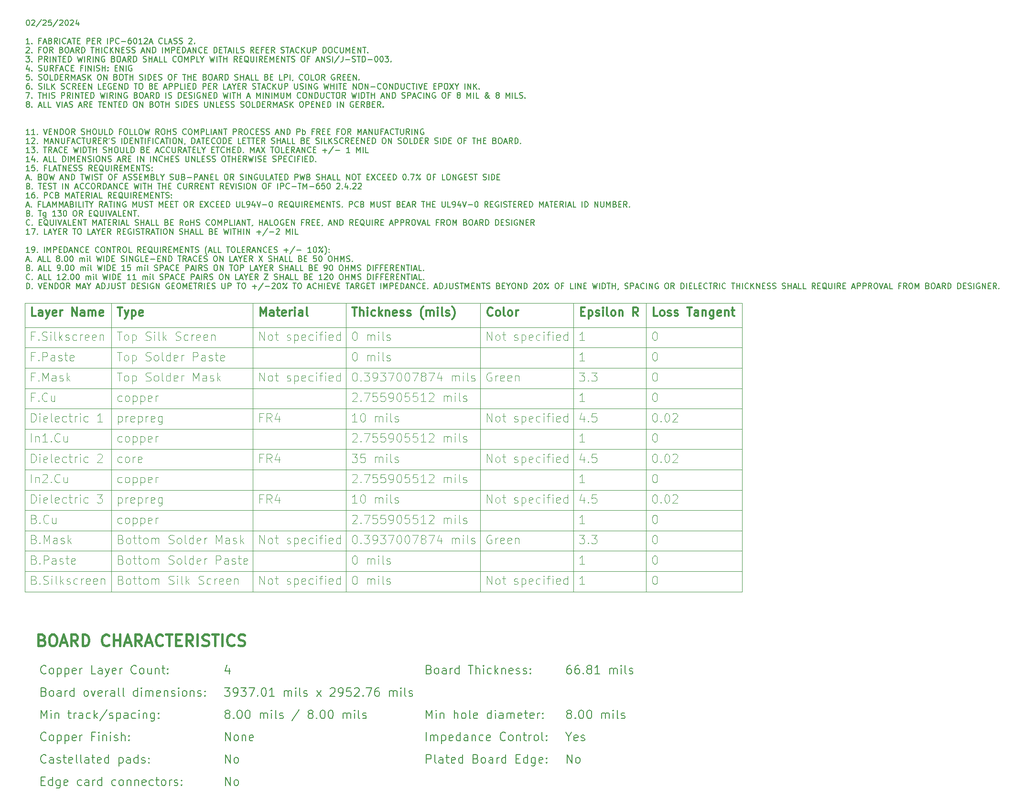
<source format=gbr>
G04 #@! TF.GenerationSoftware,KiCad,Pcbnew,8.0.0*
G04 #@! TF.CreationDate,2024-03-03T14:20:46-08:00*
G04 #@! TF.ProjectId,BLDC_Motor Controller,424c4443-5f4d-46f7-946f-7220436f6e74,rev01_1*
G04 #@! TF.SameCoordinates,Original*
G04 #@! TF.FileFunction,Other,User*
%FSLAX46Y46*%
G04 Gerber Fmt 4.6, Leading zero omitted, Abs format (unit mm)*
G04 Created by KiCad (PCBNEW 8.0.0) date 2024-03-03 14:20:46*
%MOMM*%
%LPD*%
G01*
G04 APERTURE LIST*
%ADD10C,0.100000*%
%ADD11C,0.300000*%
%ADD12C,0.200000*%
%ADD13C,0.150000*%
%ADD14C,0.400000*%
G04 APERTURE END LIST*
D10*
X274701000Y-138684000D02*
X401786713Y-138684000D01*
X274701000Y-186264000D02*
X401786713Y-186264000D01*
X274701000Y-150204000D02*
X401786713Y-150204000D01*
X274701000Y-171840000D02*
X401786713Y-171840000D01*
X384829569Y-138684000D02*
X384829569Y-189870000D01*
X274701000Y-164628000D02*
X401786713Y-164628000D01*
X274701000Y-157416000D02*
X401786713Y-157416000D01*
X274701000Y-153810000D02*
X401786713Y-153810000D01*
X274701000Y-179052000D02*
X401786713Y-179052000D01*
X274701000Y-142992000D02*
X401786713Y-142992000D01*
X331658143Y-138684000D02*
X331658143Y-189870000D01*
X274701000Y-138684000D02*
X274701000Y-189870000D01*
X274701000Y-161022000D02*
X401786713Y-161022000D01*
X290086714Y-138684000D02*
X290086714Y-189870000D01*
X371943854Y-138684000D02*
X371943854Y-189870000D01*
X274701000Y-182658000D02*
X401786713Y-182658000D01*
X315158142Y-138684000D02*
X315158142Y-189870000D01*
X274701000Y-175446000D02*
X401786713Y-175446000D01*
X274701000Y-146598000D02*
X401786713Y-146598000D01*
X274701000Y-189870000D02*
X401786713Y-189870000D01*
X274701000Y-168234000D02*
X401786713Y-168234000D01*
X401786713Y-138684000D02*
X401786713Y-189870000D01*
X355443853Y-138684000D02*
X355443853Y-189870000D01*
X386288215Y-151020228D02*
X386431072Y-151020228D01*
X386431072Y-151020228D02*
X386573929Y-151091657D01*
X386573929Y-151091657D02*
X386645358Y-151163085D01*
X386645358Y-151163085D02*
X386716786Y-151305942D01*
X386716786Y-151305942D02*
X386788215Y-151591657D01*
X386788215Y-151591657D02*
X386788215Y-151948800D01*
X386788215Y-151948800D02*
X386716786Y-152234514D01*
X386716786Y-152234514D02*
X386645358Y-152377371D01*
X386645358Y-152377371D02*
X386573929Y-152448800D01*
X386573929Y-152448800D02*
X386431072Y-152520228D01*
X386431072Y-152520228D02*
X386288215Y-152520228D01*
X386288215Y-152520228D02*
X386145358Y-152448800D01*
X386145358Y-152448800D02*
X386073929Y-152377371D01*
X386073929Y-152377371D02*
X386002500Y-152234514D01*
X386002500Y-152234514D02*
X385931072Y-151948800D01*
X385931072Y-151948800D02*
X385931072Y-151591657D01*
X385931072Y-151591657D02*
X386002500Y-151305942D01*
X386002500Y-151305942D02*
X386073929Y-151163085D01*
X386073929Y-151163085D02*
X386145358Y-151091657D01*
X386145358Y-151091657D02*
X386288215Y-151020228D01*
X316831073Y-158946514D02*
X316331073Y-158946514D01*
X316331073Y-159732228D02*
X316331073Y-158232228D01*
X316331073Y-158232228D02*
X317045359Y-158232228D01*
X318473930Y-159732228D02*
X317973930Y-159017942D01*
X317616787Y-159732228D02*
X317616787Y-158232228D01*
X317616787Y-158232228D02*
X318188216Y-158232228D01*
X318188216Y-158232228D02*
X318331073Y-158303657D01*
X318331073Y-158303657D02*
X318402502Y-158375085D01*
X318402502Y-158375085D02*
X318473930Y-158517942D01*
X318473930Y-158517942D02*
X318473930Y-158732228D01*
X318473930Y-158732228D02*
X318402502Y-158875085D01*
X318402502Y-158875085D02*
X318331073Y-158946514D01*
X318331073Y-158946514D02*
X318188216Y-159017942D01*
X318188216Y-159017942D02*
X317616787Y-159017942D01*
X319759645Y-158732228D02*
X319759645Y-159732228D01*
X319402502Y-158160800D02*
X319045359Y-159232228D01*
X319045359Y-159232228D02*
X319973930Y-159232228D01*
D11*
X386848365Y-140989828D02*
X386134079Y-140989828D01*
X386134079Y-140989828D02*
X386134079Y-139489828D01*
X387562651Y-140989828D02*
X387419794Y-140918400D01*
X387419794Y-140918400D02*
X387348365Y-140846971D01*
X387348365Y-140846971D02*
X387276937Y-140704114D01*
X387276937Y-140704114D02*
X387276937Y-140275542D01*
X387276937Y-140275542D02*
X387348365Y-140132685D01*
X387348365Y-140132685D02*
X387419794Y-140061257D01*
X387419794Y-140061257D02*
X387562651Y-139989828D01*
X387562651Y-139989828D02*
X387776937Y-139989828D01*
X387776937Y-139989828D02*
X387919794Y-140061257D01*
X387919794Y-140061257D02*
X387991223Y-140132685D01*
X387991223Y-140132685D02*
X388062651Y-140275542D01*
X388062651Y-140275542D02*
X388062651Y-140704114D01*
X388062651Y-140704114D02*
X387991223Y-140846971D01*
X387991223Y-140846971D02*
X387919794Y-140918400D01*
X387919794Y-140918400D02*
X387776937Y-140989828D01*
X387776937Y-140989828D02*
X387562651Y-140989828D01*
X388634080Y-140918400D02*
X388776937Y-140989828D01*
X388776937Y-140989828D02*
X389062651Y-140989828D01*
X389062651Y-140989828D02*
X389205508Y-140918400D01*
X389205508Y-140918400D02*
X389276937Y-140775542D01*
X389276937Y-140775542D02*
X389276937Y-140704114D01*
X389276937Y-140704114D02*
X389205508Y-140561257D01*
X389205508Y-140561257D02*
X389062651Y-140489828D01*
X389062651Y-140489828D02*
X388848366Y-140489828D01*
X388848366Y-140489828D02*
X388705508Y-140418400D01*
X388705508Y-140418400D02*
X388634080Y-140275542D01*
X388634080Y-140275542D02*
X388634080Y-140204114D01*
X388634080Y-140204114D02*
X388705508Y-140061257D01*
X388705508Y-140061257D02*
X388848366Y-139989828D01*
X388848366Y-139989828D02*
X389062651Y-139989828D01*
X389062651Y-139989828D02*
X389205508Y-140061257D01*
X389848366Y-140918400D02*
X389991223Y-140989828D01*
X389991223Y-140989828D02*
X390276937Y-140989828D01*
X390276937Y-140989828D02*
X390419794Y-140918400D01*
X390419794Y-140918400D02*
X390491223Y-140775542D01*
X390491223Y-140775542D02*
X390491223Y-140704114D01*
X390491223Y-140704114D02*
X390419794Y-140561257D01*
X390419794Y-140561257D02*
X390276937Y-140489828D01*
X390276937Y-140489828D02*
X390062652Y-140489828D01*
X390062652Y-140489828D02*
X389919794Y-140418400D01*
X389919794Y-140418400D02*
X389848366Y-140275542D01*
X389848366Y-140275542D02*
X389848366Y-140204114D01*
X389848366Y-140204114D02*
X389919794Y-140061257D01*
X389919794Y-140061257D02*
X390062652Y-139989828D01*
X390062652Y-139989828D02*
X390276937Y-139989828D01*
X390276937Y-139989828D02*
X390419794Y-140061257D01*
X392062652Y-139489828D02*
X392919795Y-139489828D01*
X392491223Y-140989828D02*
X392491223Y-139489828D01*
X394062652Y-140989828D02*
X394062652Y-140204114D01*
X394062652Y-140204114D02*
X393991223Y-140061257D01*
X393991223Y-140061257D02*
X393848366Y-139989828D01*
X393848366Y-139989828D02*
X393562652Y-139989828D01*
X393562652Y-139989828D02*
X393419794Y-140061257D01*
X394062652Y-140918400D02*
X393919794Y-140989828D01*
X393919794Y-140989828D02*
X393562652Y-140989828D01*
X393562652Y-140989828D02*
X393419794Y-140918400D01*
X393419794Y-140918400D02*
X393348366Y-140775542D01*
X393348366Y-140775542D02*
X393348366Y-140632685D01*
X393348366Y-140632685D02*
X393419794Y-140489828D01*
X393419794Y-140489828D02*
X393562652Y-140418400D01*
X393562652Y-140418400D02*
X393919794Y-140418400D01*
X393919794Y-140418400D02*
X394062652Y-140346971D01*
X394776937Y-139989828D02*
X394776937Y-140989828D01*
X394776937Y-140132685D02*
X394848366Y-140061257D01*
X394848366Y-140061257D02*
X394991223Y-139989828D01*
X394991223Y-139989828D02*
X395205509Y-139989828D01*
X395205509Y-139989828D02*
X395348366Y-140061257D01*
X395348366Y-140061257D02*
X395419795Y-140204114D01*
X395419795Y-140204114D02*
X395419795Y-140989828D01*
X396776938Y-139989828D02*
X396776938Y-141204114D01*
X396776938Y-141204114D02*
X396705509Y-141346971D01*
X396705509Y-141346971D02*
X396634080Y-141418400D01*
X396634080Y-141418400D02*
X396491223Y-141489828D01*
X396491223Y-141489828D02*
X396276938Y-141489828D01*
X396276938Y-141489828D02*
X396134080Y-141418400D01*
X396776938Y-140918400D02*
X396634080Y-140989828D01*
X396634080Y-140989828D02*
X396348366Y-140989828D01*
X396348366Y-140989828D02*
X396205509Y-140918400D01*
X396205509Y-140918400D02*
X396134080Y-140846971D01*
X396134080Y-140846971D02*
X396062652Y-140704114D01*
X396062652Y-140704114D02*
X396062652Y-140275542D01*
X396062652Y-140275542D02*
X396134080Y-140132685D01*
X396134080Y-140132685D02*
X396205509Y-140061257D01*
X396205509Y-140061257D02*
X396348366Y-139989828D01*
X396348366Y-139989828D02*
X396634080Y-139989828D01*
X396634080Y-139989828D02*
X396776938Y-140061257D01*
X398062652Y-140918400D02*
X397919795Y-140989828D01*
X397919795Y-140989828D02*
X397634081Y-140989828D01*
X397634081Y-140989828D02*
X397491223Y-140918400D01*
X397491223Y-140918400D02*
X397419795Y-140775542D01*
X397419795Y-140775542D02*
X397419795Y-140204114D01*
X397419795Y-140204114D02*
X397491223Y-140061257D01*
X397491223Y-140061257D02*
X397634081Y-139989828D01*
X397634081Y-139989828D02*
X397919795Y-139989828D01*
X397919795Y-139989828D02*
X398062652Y-140061257D01*
X398062652Y-140061257D02*
X398134081Y-140204114D01*
X398134081Y-140204114D02*
X398134081Y-140346971D01*
X398134081Y-140346971D02*
X397419795Y-140489828D01*
X398776937Y-139989828D02*
X398776937Y-140989828D01*
X398776937Y-140132685D02*
X398848366Y-140061257D01*
X398848366Y-140061257D02*
X398991223Y-139989828D01*
X398991223Y-139989828D02*
X399205509Y-139989828D01*
X399205509Y-139989828D02*
X399348366Y-140061257D01*
X399348366Y-140061257D02*
X399419795Y-140204114D01*
X399419795Y-140204114D02*
X399419795Y-140989828D01*
X399919795Y-139989828D02*
X400491223Y-139989828D01*
X400134080Y-139489828D02*
X400134080Y-140775542D01*
X400134080Y-140775542D02*
X400205509Y-140918400D01*
X400205509Y-140918400D02*
X400348366Y-140989828D01*
X400348366Y-140989828D02*
X400491223Y-140989828D01*
D10*
X291045360Y-147414228D02*
X291902503Y-147414228D01*
X291473931Y-148914228D02*
X291473931Y-147414228D01*
X292616788Y-148914228D02*
X292473931Y-148842800D01*
X292473931Y-148842800D02*
X292402502Y-148771371D01*
X292402502Y-148771371D02*
X292331074Y-148628514D01*
X292331074Y-148628514D02*
X292331074Y-148199942D01*
X292331074Y-148199942D02*
X292402502Y-148057085D01*
X292402502Y-148057085D02*
X292473931Y-147985657D01*
X292473931Y-147985657D02*
X292616788Y-147914228D01*
X292616788Y-147914228D02*
X292831074Y-147914228D01*
X292831074Y-147914228D02*
X292973931Y-147985657D01*
X292973931Y-147985657D02*
X293045360Y-148057085D01*
X293045360Y-148057085D02*
X293116788Y-148199942D01*
X293116788Y-148199942D02*
X293116788Y-148628514D01*
X293116788Y-148628514D02*
X293045360Y-148771371D01*
X293045360Y-148771371D02*
X292973931Y-148842800D01*
X292973931Y-148842800D02*
X292831074Y-148914228D01*
X292831074Y-148914228D02*
X292616788Y-148914228D01*
X293759645Y-147914228D02*
X293759645Y-149414228D01*
X293759645Y-147985657D02*
X293902503Y-147914228D01*
X293902503Y-147914228D02*
X294188217Y-147914228D01*
X294188217Y-147914228D02*
X294331074Y-147985657D01*
X294331074Y-147985657D02*
X294402503Y-148057085D01*
X294402503Y-148057085D02*
X294473931Y-148199942D01*
X294473931Y-148199942D02*
X294473931Y-148628514D01*
X294473931Y-148628514D02*
X294402503Y-148771371D01*
X294402503Y-148771371D02*
X294331074Y-148842800D01*
X294331074Y-148842800D02*
X294188217Y-148914228D01*
X294188217Y-148914228D02*
X293902503Y-148914228D01*
X293902503Y-148914228D02*
X293759645Y-148842800D01*
X296188217Y-148842800D02*
X296402503Y-148914228D01*
X296402503Y-148914228D02*
X296759645Y-148914228D01*
X296759645Y-148914228D02*
X296902503Y-148842800D01*
X296902503Y-148842800D02*
X296973931Y-148771371D01*
X296973931Y-148771371D02*
X297045360Y-148628514D01*
X297045360Y-148628514D02*
X297045360Y-148485657D01*
X297045360Y-148485657D02*
X296973931Y-148342800D01*
X296973931Y-148342800D02*
X296902503Y-148271371D01*
X296902503Y-148271371D02*
X296759645Y-148199942D01*
X296759645Y-148199942D02*
X296473931Y-148128514D01*
X296473931Y-148128514D02*
X296331074Y-148057085D01*
X296331074Y-148057085D02*
X296259645Y-147985657D01*
X296259645Y-147985657D02*
X296188217Y-147842800D01*
X296188217Y-147842800D02*
X296188217Y-147699942D01*
X296188217Y-147699942D02*
X296259645Y-147557085D01*
X296259645Y-147557085D02*
X296331074Y-147485657D01*
X296331074Y-147485657D02*
X296473931Y-147414228D01*
X296473931Y-147414228D02*
X296831074Y-147414228D01*
X296831074Y-147414228D02*
X297045360Y-147485657D01*
X297902502Y-148914228D02*
X297759645Y-148842800D01*
X297759645Y-148842800D02*
X297688216Y-148771371D01*
X297688216Y-148771371D02*
X297616788Y-148628514D01*
X297616788Y-148628514D02*
X297616788Y-148199942D01*
X297616788Y-148199942D02*
X297688216Y-148057085D01*
X297688216Y-148057085D02*
X297759645Y-147985657D01*
X297759645Y-147985657D02*
X297902502Y-147914228D01*
X297902502Y-147914228D02*
X298116788Y-147914228D01*
X298116788Y-147914228D02*
X298259645Y-147985657D01*
X298259645Y-147985657D02*
X298331074Y-148057085D01*
X298331074Y-148057085D02*
X298402502Y-148199942D01*
X298402502Y-148199942D02*
X298402502Y-148628514D01*
X298402502Y-148628514D02*
X298331074Y-148771371D01*
X298331074Y-148771371D02*
X298259645Y-148842800D01*
X298259645Y-148842800D02*
X298116788Y-148914228D01*
X298116788Y-148914228D02*
X297902502Y-148914228D01*
X299259645Y-148914228D02*
X299116788Y-148842800D01*
X299116788Y-148842800D02*
X299045359Y-148699942D01*
X299045359Y-148699942D02*
X299045359Y-147414228D01*
X300473931Y-148914228D02*
X300473931Y-147414228D01*
X300473931Y-148842800D02*
X300331073Y-148914228D01*
X300331073Y-148914228D02*
X300045359Y-148914228D01*
X300045359Y-148914228D02*
X299902502Y-148842800D01*
X299902502Y-148842800D02*
X299831073Y-148771371D01*
X299831073Y-148771371D02*
X299759645Y-148628514D01*
X299759645Y-148628514D02*
X299759645Y-148199942D01*
X299759645Y-148199942D02*
X299831073Y-148057085D01*
X299831073Y-148057085D02*
X299902502Y-147985657D01*
X299902502Y-147985657D02*
X300045359Y-147914228D01*
X300045359Y-147914228D02*
X300331073Y-147914228D01*
X300331073Y-147914228D02*
X300473931Y-147985657D01*
X301759645Y-148842800D02*
X301616788Y-148914228D01*
X301616788Y-148914228D02*
X301331074Y-148914228D01*
X301331074Y-148914228D02*
X301188216Y-148842800D01*
X301188216Y-148842800D02*
X301116788Y-148699942D01*
X301116788Y-148699942D02*
X301116788Y-148128514D01*
X301116788Y-148128514D02*
X301188216Y-147985657D01*
X301188216Y-147985657D02*
X301331074Y-147914228D01*
X301331074Y-147914228D02*
X301616788Y-147914228D01*
X301616788Y-147914228D02*
X301759645Y-147985657D01*
X301759645Y-147985657D02*
X301831074Y-148128514D01*
X301831074Y-148128514D02*
X301831074Y-148271371D01*
X301831074Y-148271371D02*
X301116788Y-148414228D01*
X302473930Y-148914228D02*
X302473930Y-147914228D01*
X302473930Y-148199942D02*
X302545359Y-148057085D01*
X302545359Y-148057085D02*
X302616788Y-147985657D01*
X302616788Y-147985657D02*
X302759645Y-147914228D01*
X302759645Y-147914228D02*
X302902502Y-147914228D01*
X304545358Y-148914228D02*
X304545358Y-147414228D01*
X304545358Y-147414228D02*
X305116787Y-147414228D01*
X305116787Y-147414228D02*
X305259644Y-147485657D01*
X305259644Y-147485657D02*
X305331073Y-147557085D01*
X305331073Y-147557085D02*
X305402501Y-147699942D01*
X305402501Y-147699942D02*
X305402501Y-147914228D01*
X305402501Y-147914228D02*
X305331073Y-148057085D01*
X305331073Y-148057085D02*
X305259644Y-148128514D01*
X305259644Y-148128514D02*
X305116787Y-148199942D01*
X305116787Y-148199942D02*
X304545358Y-148199942D01*
X306688216Y-148914228D02*
X306688216Y-148128514D01*
X306688216Y-148128514D02*
X306616787Y-147985657D01*
X306616787Y-147985657D02*
X306473930Y-147914228D01*
X306473930Y-147914228D02*
X306188216Y-147914228D01*
X306188216Y-147914228D02*
X306045358Y-147985657D01*
X306688216Y-148842800D02*
X306545358Y-148914228D01*
X306545358Y-148914228D02*
X306188216Y-148914228D01*
X306188216Y-148914228D02*
X306045358Y-148842800D01*
X306045358Y-148842800D02*
X305973930Y-148699942D01*
X305973930Y-148699942D02*
X305973930Y-148557085D01*
X305973930Y-148557085D02*
X306045358Y-148414228D01*
X306045358Y-148414228D02*
X306188216Y-148342800D01*
X306188216Y-148342800D02*
X306545358Y-148342800D01*
X306545358Y-148342800D02*
X306688216Y-148271371D01*
X307331073Y-148842800D02*
X307473930Y-148914228D01*
X307473930Y-148914228D02*
X307759644Y-148914228D01*
X307759644Y-148914228D02*
X307902501Y-148842800D01*
X307902501Y-148842800D02*
X307973930Y-148699942D01*
X307973930Y-148699942D02*
X307973930Y-148628514D01*
X307973930Y-148628514D02*
X307902501Y-148485657D01*
X307902501Y-148485657D02*
X307759644Y-148414228D01*
X307759644Y-148414228D02*
X307545359Y-148414228D01*
X307545359Y-148414228D02*
X307402501Y-148342800D01*
X307402501Y-148342800D02*
X307331073Y-148199942D01*
X307331073Y-148199942D02*
X307331073Y-148128514D01*
X307331073Y-148128514D02*
X307402501Y-147985657D01*
X307402501Y-147985657D02*
X307545359Y-147914228D01*
X307545359Y-147914228D02*
X307759644Y-147914228D01*
X307759644Y-147914228D02*
X307902501Y-147985657D01*
X308402502Y-147914228D02*
X308973930Y-147914228D01*
X308616787Y-147414228D02*
X308616787Y-148699942D01*
X308616787Y-148699942D02*
X308688216Y-148842800D01*
X308688216Y-148842800D02*
X308831073Y-148914228D01*
X308831073Y-148914228D02*
X308973930Y-148914228D01*
X310045359Y-148842800D02*
X309902502Y-148914228D01*
X309902502Y-148914228D02*
X309616788Y-148914228D01*
X309616788Y-148914228D02*
X309473930Y-148842800D01*
X309473930Y-148842800D02*
X309402502Y-148699942D01*
X309402502Y-148699942D02*
X309402502Y-148128514D01*
X309402502Y-148128514D02*
X309473930Y-147985657D01*
X309473930Y-147985657D02*
X309616788Y-147914228D01*
X309616788Y-147914228D02*
X309902502Y-147914228D01*
X309902502Y-147914228D02*
X310045359Y-147985657D01*
X310045359Y-147985657D02*
X310116788Y-148128514D01*
X310116788Y-148128514D02*
X310116788Y-148271371D01*
X310116788Y-148271371D02*
X309402502Y-148414228D01*
X386288215Y-187080228D02*
X386431072Y-187080228D01*
X386431072Y-187080228D02*
X386573929Y-187151657D01*
X386573929Y-187151657D02*
X386645358Y-187223085D01*
X386645358Y-187223085D02*
X386716786Y-187365942D01*
X386716786Y-187365942D02*
X386788215Y-187651657D01*
X386788215Y-187651657D02*
X386788215Y-188008800D01*
X386788215Y-188008800D02*
X386716786Y-188294514D01*
X386716786Y-188294514D02*
X386645358Y-188437371D01*
X386645358Y-188437371D02*
X386573929Y-188508800D01*
X386573929Y-188508800D02*
X386431072Y-188580228D01*
X386431072Y-188580228D02*
X386288215Y-188580228D01*
X386288215Y-188580228D02*
X386145358Y-188508800D01*
X386145358Y-188508800D02*
X386073929Y-188437371D01*
X386073929Y-188437371D02*
X386002500Y-188294514D01*
X386002500Y-188294514D02*
X385931072Y-188008800D01*
X385931072Y-188008800D02*
X385931072Y-187651657D01*
X385931072Y-187651657D02*
X386002500Y-187365942D01*
X386002500Y-187365942D02*
X386073929Y-187223085D01*
X386073929Y-187223085D02*
X386145358Y-187151657D01*
X386145358Y-187151657D02*
X386288215Y-187080228D01*
X291259645Y-173156228D02*
X291259645Y-174656228D01*
X291259645Y-173227657D02*
X291402503Y-173156228D01*
X291402503Y-173156228D02*
X291688217Y-173156228D01*
X291688217Y-173156228D02*
X291831074Y-173227657D01*
X291831074Y-173227657D02*
X291902503Y-173299085D01*
X291902503Y-173299085D02*
X291973931Y-173441942D01*
X291973931Y-173441942D02*
X291973931Y-173870514D01*
X291973931Y-173870514D02*
X291902503Y-174013371D01*
X291902503Y-174013371D02*
X291831074Y-174084800D01*
X291831074Y-174084800D02*
X291688217Y-174156228D01*
X291688217Y-174156228D02*
X291402503Y-174156228D01*
X291402503Y-174156228D02*
X291259645Y-174084800D01*
X292616788Y-174156228D02*
X292616788Y-173156228D01*
X292616788Y-173441942D02*
X292688217Y-173299085D01*
X292688217Y-173299085D02*
X292759646Y-173227657D01*
X292759646Y-173227657D02*
X292902503Y-173156228D01*
X292902503Y-173156228D02*
X293045360Y-173156228D01*
X294116788Y-174084800D02*
X293973931Y-174156228D01*
X293973931Y-174156228D02*
X293688217Y-174156228D01*
X293688217Y-174156228D02*
X293545359Y-174084800D01*
X293545359Y-174084800D02*
X293473931Y-173941942D01*
X293473931Y-173941942D02*
X293473931Y-173370514D01*
X293473931Y-173370514D02*
X293545359Y-173227657D01*
X293545359Y-173227657D02*
X293688217Y-173156228D01*
X293688217Y-173156228D02*
X293973931Y-173156228D01*
X293973931Y-173156228D02*
X294116788Y-173227657D01*
X294116788Y-173227657D02*
X294188217Y-173370514D01*
X294188217Y-173370514D02*
X294188217Y-173513371D01*
X294188217Y-173513371D02*
X293473931Y-173656228D01*
X294831073Y-173156228D02*
X294831073Y-174656228D01*
X294831073Y-173227657D02*
X294973931Y-173156228D01*
X294973931Y-173156228D02*
X295259645Y-173156228D01*
X295259645Y-173156228D02*
X295402502Y-173227657D01*
X295402502Y-173227657D02*
X295473931Y-173299085D01*
X295473931Y-173299085D02*
X295545359Y-173441942D01*
X295545359Y-173441942D02*
X295545359Y-173870514D01*
X295545359Y-173870514D02*
X295473931Y-174013371D01*
X295473931Y-174013371D02*
X295402502Y-174084800D01*
X295402502Y-174084800D02*
X295259645Y-174156228D01*
X295259645Y-174156228D02*
X294973931Y-174156228D01*
X294973931Y-174156228D02*
X294831073Y-174084800D01*
X296188216Y-174156228D02*
X296188216Y-173156228D01*
X296188216Y-173441942D02*
X296259645Y-173299085D01*
X296259645Y-173299085D02*
X296331074Y-173227657D01*
X296331074Y-173227657D02*
X296473931Y-173156228D01*
X296473931Y-173156228D02*
X296616788Y-173156228D01*
X297688216Y-174084800D02*
X297545359Y-174156228D01*
X297545359Y-174156228D02*
X297259645Y-174156228D01*
X297259645Y-174156228D02*
X297116787Y-174084800D01*
X297116787Y-174084800D02*
X297045359Y-173941942D01*
X297045359Y-173941942D02*
X297045359Y-173370514D01*
X297045359Y-173370514D02*
X297116787Y-173227657D01*
X297116787Y-173227657D02*
X297259645Y-173156228D01*
X297259645Y-173156228D02*
X297545359Y-173156228D01*
X297545359Y-173156228D02*
X297688216Y-173227657D01*
X297688216Y-173227657D02*
X297759645Y-173370514D01*
X297759645Y-173370514D02*
X297759645Y-173513371D01*
X297759645Y-173513371D02*
X297045359Y-173656228D01*
X299045359Y-173156228D02*
X299045359Y-174370514D01*
X299045359Y-174370514D02*
X298973930Y-174513371D01*
X298973930Y-174513371D02*
X298902501Y-174584800D01*
X298902501Y-174584800D02*
X298759644Y-174656228D01*
X298759644Y-174656228D02*
X298545359Y-174656228D01*
X298545359Y-174656228D02*
X298402501Y-174584800D01*
X299045359Y-174084800D02*
X298902501Y-174156228D01*
X298902501Y-174156228D02*
X298616787Y-174156228D01*
X298616787Y-174156228D02*
X298473930Y-174084800D01*
X298473930Y-174084800D02*
X298402501Y-174013371D01*
X298402501Y-174013371D02*
X298331073Y-173870514D01*
X298331073Y-173870514D02*
X298331073Y-173441942D01*
X298331073Y-173441942D02*
X298402501Y-173299085D01*
X298402501Y-173299085D02*
X298473930Y-173227657D01*
X298473930Y-173227657D02*
X298616787Y-173156228D01*
X298616787Y-173156228D02*
X298902501Y-173156228D01*
X298902501Y-173156228D02*
X299045359Y-173227657D01*
D12*
X277635010Y-212381028D02*
X277635010Y-210881028D01*
X277635010Y-210881028D02*
X278135010Y-211952457D01*
X278135010Y-211952457D02*
X278635010Y-210881028D01*
X278635010Y-210881028D02*
X278635010Y-212381028D01*
X279349296Y-212381028D02*
X279349296Y-211381028D01*
X279349296Y-210881028D02*
X279277868Y-210952457D01*
X279277868Y-210952457D02*
X279349296Y-211023885D01*
X279349296Y-211023885D02*
X279420725Y-210952457D01*
X279420725Y-210952457D02*
X279349296Y-210881028D01*
X279349296Y-210881028D02*
X279349296Y-211023885D01*
X280063582Y-211381028D02*
X280063582Y-212381028D01*
X280063582Y-211523885D02*
X280135011Y-211452457D01*
X280135011Y-211452457D02*
X280277868Y-211381028D01*
X280277868Y-211381028D02*
X280492154Y-211381028D01*
X280492154Y-211381028D02*
X280635011Y-211452457D01*
X280635011Y-211452457D02*
X280706440Y-211595314D01*
X280706440Y-211595314D02*
X280706440Y-212381028D01*
X282349297Y-211381028D02*
X282920725Y-211381028D01*
X282563582Y-210881028D02*
X282563582Y-212166742D01*
X282563582Y-212166742D02*
X282635011Y-212309600D01*
X282635011Y-212309600D02*
X282777868Y-212381028D01*
X282777868Y-212381028D02*
X282920725Y-212381028D01*
X283420725Y-212381028D02*
X283420725Y-211381028D01*
X283420725Y-211666742D02*
X283492154Y-211523885D01*
X283492154Y-211523885D02*
X283563583Y-211452457D01*
X283563583Y-211452457D02*
X283706440Y-211381028D01*
X283706440Y-211381028D02*
X283849297Y-211381028D01*
X284992154Y-212381028D02*
X284992154Y-211595314D01*
X284992154Y-211595314D02*
X284920725Y-211452457D01*
X284920725Y-211452457D02*
X284777868Y-211381028D01*
X284777868Y-211381028D02*
X284492154Y-211381028D01*
X284492154Y-211381028D02*
X284349296Y-211452457D01*
X284992154Y-212309600D02*
X284849296Y-212381028D01*
X284849296Y-212381028D02*
X284492154Y-212381028D01*
X284492154Y-212381028D02*
X284349296Y-212309600D01*
X284349296Y-212309600D02*
X284277868Y-212166742D01*
X284277868Y-212166742D02*
X284277868Y-212023885D01*
X284277868Y-212023885D02*
X284349296Y-211881028D01*
X284349296Y-211881028D02*
X284492154Y-211809600D01*
X284492154Y-211809600D02*
X284849296Y-211809600D01*
X284849296Y-211809600D02*
X284992154Y-211738171D01*
X286349297Y-212309600D02*
X286206439Y-212381028D01*
X286206439Y-212381028D02*
X285920725Y-212381028D01*
X285920725Y-212381028D02*
X285777868Y-212309600D01*
X285777868Y-212309600D02*
X285706439Y-212238171D01*
X285706439Y-212238171D02*
X285635011Y-212095314D01*
X285635011Y-212095314D02*
X285635011Y-211666742D01*
X285635011Y-211666742D02*
X285706439Y-211523885D01*
X285706439Y-211523885D02*
X285777868Y-211452457D01*
X285777868Y-211452457D02*
X285920725Y-211381028D01*
X285920725Y-211381028D02*
X286206439Y-211381028D01*
X286206439Y-211381028D02*
X286349297Y-211452457D01*
X286992153Y-212381028D02*
X286992153Y-210881028D01*
X287135011Y-211809600D02*
X287563582Y-212381028D01*
X287563582Y-211381028D02*
X286992153Y-211952457D01*
X289277868Y-210809600D02*
X287992154Y-212738171D01*
X289706440Y-212309600D02*
X289849297Y-212381028D01*
X289849297Y-212381028D02*
X290135011Y-212381028D01*
X290135011Y-212381028D02*
X290277868Y-212309600D01*
X290277868Y-212309600D02*
X290349297Y-212166742D01*
X290349297Y-212166742D02*
X290349297Y-212095314D01*
X290349297Y-212095314D02*
X290277868Y-211952457D01*
X290277868Y-211952457D02*
X290135011Y-211881028D01*
X290135011Y-211881028D02*
X289920726Y-211881028D01*
X289920726Y-211881028D02*
X289777868Y-211809600D01*
X289777868Y-211809600D02*
X289706440Y-211666742D01*
X289706440Y-211666742D02*
X289706440Y-211595314D01*
X289706440Y-211595314D02*
X289777868Y-211452457D01*
X289777868Y-211452457D02*
X289920726Y-211381028D01*
X289920726Y-211381028D02*
X290135011Y-211381028D01*
X290135011Y-211381028D02*
X290277868Y-211452457D01*
X290992154Y-211381028D02*
X290992154Y-212881028D01*
X290992154Y-211452457D02*
X291135012Y-211381028D01*
X291135012Y-211381028D02*
X291420726Y-211381028D01*
X291420726Y-211381028D02*
X291563583Y-211452457D01*
X291563583Y-211452457D02*
X291635012Y-211523885D01*
X291635012Y-211523885D02*
X291706440Y-211666742D01*
X291706440Y-211666742D02*
X291706440Y-212095314D01*
X291706440Y-212095314D02*
X291635012Y-212238171D01*
X291635012Y-212238171D02*
X291563583Y-212309600D01*
X291563583Y-212309600D02*
X291420726Y-212381028D01*
X291420726Y-212381028D02*
X291135012Y-212381028D01*
X291135012Y-212381028D02*
X290992154Y-212309600D01*
X292992155Y-212381028D02*
X292992155Y-211595314D01*
X292992155Y-211595314D02*
X292920726Y-211452457D01*
X292920726Y-211452457D02*
X292777869Y-211381028D01*
X292777869Y-211381028D02*
X292492155Y-211381028D01*
X292492155Y-211381028D02*
X292349297Y-211452457D01*
X292992155Y-212309600D02*
X292849297Y-212381028D01*
X292849297Y-212381028D02*
X292492155Y-212381028D01*
X292492155Y-212381028D02*
X292349297Y-212309600D01*
X292349297Y-212309600D02*
X292277869Y-212166742D01*
X292277869Y-212166742D02*
X292277869Y-212023885D01*
X292277869Y-212023885D02*
X292349297Y-211881028D01*
X292349297Y-211881028D02*
X292492155Y-211809600D01*
X292492155Y-211809600D02*
X292849297Y-211809600D01*
X292849297Y-211809600D02*
X292992155Y-211738171D01*
X294349298Y-212309600D02*
X294206440Y-212381028D01*
X294206440Y-212381028D02*
X293920726Y-212381028D01*
X293920726Y-212381028D02*
X293777869Y-212309600D01*
X293777869Y-212309600D02*
X293706440Y-212238171D01*
X293706440Y-212238171D02*
X293635012Y-212095314D01*
X293635012Y-212095314D02*
X293635012Y-211666742D01*
X293635012Y-211666742D02*
X293706440Y-211523885D01*
X293706440Y-211523885D02*
X293777869Y-211452457D01*
X293777869Y-211452457D02*
X293920726Y-211381028D01*
X293920726Y-211381028D02*
X294206440Y-211381028D01*
X294206440Y-211381028D02*
X294349298Y-211452457D01*
X294992154Y-212381028D02*
X294992154Y-211381028D01*
X294992154Y-210881028D02*
X294920726Y-210952457D01*
X294920726Y-210952457D02*
X294992154Y-211023885D01*
X294992154Y-211023885D02*
X295063583Y-210952457D01*
X295063583Y-210952457D02*
X294992154Y-210881028D01*
X294992154Y-210881028D02*
X294992154Y-211023885D01*
X295706440Y-211381028D02*
X295706440Y-212381028D01*
X295706440Y-211523885D02*
X295777869Y-211452457D01*
X295777869Y-211452457D02*
X295920726Y-211381028D01*
X295920726Y-211381028D02*
X296135012Y-211381028D01*
X296135012Y-211381028D02*
X296277869Y-211452457D01*
X296277869Y-211452457D02*
X296349298Y-211595314D01*
X296349298Y-211595314D02*
X296349298Y-212381028D01*
X297706441Y-211381028D02*
X297706441Y-212595314D01*
X297706441Y-212595314D02*
X297635012Y-212738171D01*
X297635012Y-212738171D02*
X297563583Y-212809600D01*
X297563583Y-212809600D02*
X297420726Y-212881028D01*
X297420726Y-212881028D02*
X297206441Y-212881028D01*
X297206441Y-212881028D02*
X297063583Y-212809600D01*
X297706441Y-212309600D02*
X297563583Y-212381028D01*
X297563583Y-212381028D02*
X297277869Y-212381028D01*
X297277869Y-212381028D02*
X297135012Y-212309600D01*
X297135012Y-212309600D02*
X297063583Y-212238171D01*
X297063583Y-212238171D02*
X296992155Y-212095314D01*
X296992155Y-212095314D02*
X296992155Y-211666742D01*
X296992155Y-211666742D02*
X297063583Y-211523885D01*
X297063583Y-211523885D02*
X297135012Y-211452457D01*
X297135012Y-211452457D02*
X297277869Y-211381028D01*
X297277869Y-211381028D02*
X297563583Y-211381028D01*
X297563583Y-211381028D02*
X297706441Y-211452457D01*
X298420726Y-212238171D02*
X298492155Y-212309600D01*
X298492155Y-212309600D02*
X298420726Y-212381028D01*
X298420726Y-212381028D02*
X298349298Y-212309600D01*
X298349298Y-212309600D02*
X298420726Y-212238171D01*
X298420726Y-212238171D02*
X298420726Y-212381028D01*
X298420726Y-211452457D02*
X298492155Y-211523885D01*
X298492155Y-211523885D02*
X298420726Y-211595314D01*
X298420726Y-211595314D02*
X298349298Y-211523885D01*
X298349298Y-211523885D02*
X298420726Y-211452457D01*
X298420726Y-211452457D02*
X298420726Y-211595314D01*
D10*
X316331073Y-188580228D02*
X316331073Y-187080228D01*
X316331073Y-187080228D02*
X317188216Y-188580228D01*
X317188216Y-188580228D02*
X317188216Y-187080228D01*
X318116788Y-188580228D02*
X317973931Y-188508800D01*
X317973931Y-188508800D02*
X317902502Y-188437371D01*
X317902502Y-188437371D02*
X317831074Y-188294514D01*
X317831074Y-188294514D02*
X317831074Y-187865942D01*
X317831074Y-187865942D02*
X317902502Y-187723085D01*
X317902502Y-187723085D02*
X317973931Y-187651657D01*
X317973931Y-187651657D02*
X318116788Y-187580228D01*
X318116788Y-187580228D02*
X318331074Y-187580228D01*
X318331074Y-187580228D02*
X318473931Y-187651657D01*
X318473931Y-187651657D02*
X318545360Y-187723085D01*
X318545360Y-187723085D02*
X318616788Y-187865942D01*
X318616788Y-187865942D02*
X318616788Y-188294514D01*
X318616788Y-188294514D02*
X318545360Y-188437371D01*
X318545360Y-188437371D02*
X318473931Y-188508800D01*
X318473931Y-188508800D02*
X318331074Y-188580228D01*
X318331074Y-188580228D02*
X318116788Y-188580228D01*
X319045360Y-187580228D02*
X319616788Y-187580228D01*
X319259645Y-187080228D02*
X319259645Y-188365942D01*
X319259645Y-188365942D02*
X319331074Y-188508800D01*
X319331074Y-188508800D02*
X319473931Y-188580228D01*
X319473931Y-188580228D02*
X319616788Y-188580228D01*
X321188217Y-188508800D02*
X321331074Y-188580228D01*
X321331074Y-188580228D02*
X321616788Y-188580228D01*
X321616788Y-188580228D02*
X321759645Y-188508800D01*
X321759645Y-188508800D02*
X321831074Y-188365942D01*
X321831074Y-188365942D02*
X321831074Y-188294514D01*
X321831074Y-188294514D02*
X321759645Y-188151657D01*
X321759645Y-188151657D02*
X321616788Y-188080228D01*
X321616788Y-188080228D02*
X321402503Y-188080228D01*
X321402503Y-188080228D02*
X321259645Y-188008800D01*
X321259645Y-188008800D02*
X321188217Y-187865942D01*
X321188217Y-187865942D02*
X321188217Y-187794514D01*
X321188217Y-187794514D02*
X321259645Y-187651657D01*
X321259645Y-187651657D02*
X321402503Y-187580228D01*
X321402503Y-187580228D02*
X321616788Y-187580228D01*
X321616788Y-187580228D02*
X321759645Y-187651657D01*
X322473931Y-187580228D02*
X322473931Y-189080228D01*
X322473931Y-187651657D02*
X322616789Y-187580228D01*
X322616789Y-187580228D02*
X322902503Y-187580228D01*
X322902503Y-187580228D02*
X323045360Y-187651657D01*
X323045360Y-187651657D02*
X323116789Y-187723085D01*
X323116789Y-187723085D02*
X323188217Y-187865942D01*
X323188217Y-187865942D02*
X323188217Y-188294514D01*
X323188217Y-188294514D02*
X323116789Y-188437371D01*
X323116789Y-188437371D02*
X323045360Y-188508800D01*
X323045360Y-188508800D02*
X322902503Y-188580228D01*
X322902503Y-188580228D02*
X322616789Y-188580228D01*
X322616789Y-188580228D02*
X322473931Y-188508800D01*
X324402503Y-188508800D02*
X324259646Y-188580228D01*
X324259646Y-188580228D02*
X323973932Y-188580228D01*
X323973932Y-188580228D02*
X323831074Y-188508800D01*
X323831074Y-188508800D02*
X323759646Y-188365942D01*
X323759646Y-188365942D02*
X323759646Y-187794514D01*
X323759646Y-187794514D02*
X323831074Y-187651657D01*
X323831074Y-187651657D02*
X323973932Y-187580228D01*
X323973932Y-187580228D02*
X324259646Y-187580228D01*
X324259646Y-187580228D02*
X324402503Y-187651657D01*
X324402503Y-187651657D02*
X324473932Y-187794514D01*
X324473932Y-187794514D02*
X324473932Y-187937371D01*
X324473932Y-187937371D02*
X323759646Y-188080228D01*
X325759646Y-188508800D02*
X325616788Y-188580228D01*
X325616788Y-188580228D02*
X325331074Y-188580228D01*
X325331074Y-188580228D02*
X325188217Y-188508800D01*
X325188217Y-188508800D02*
X325116788Y-188437371D01*
X325116788Y-188437371D02*
X325045360Y-188294514D01*
X325045360Y-188294514D02*
X325045360Y-187865942D01*
X325045360Y-187865942D02*
X325116788Y-187723085D01*
X325116788Y-187723085D02*
X325188217Y-187651657D01*
X325188217Y-187651657D02*
X325331074Y-187580228D01*
X325331074Y-187580228D02*
X325616788Y-187580228D01*
X325616788Y-187580228D02*
X325759646Y-187651657D01*
X326402502Y-188580228D02*
X326402502Y-187580228D01*
X326402502Y-187080228D02*
X326331074Y-187151657D01*
X326331074Y-187151657D02*
X326402502Y-187223085D01*
X326402502Y-187223085D02*
X326473931Y-187151657D01*
X326473931Y-187151657D02*
X326402502Y-187080228D01*
X326402502Y-187080228D02*
X326402502Y-187223085D01*
X326902503Y-187580228D02*
X327473931Y-187580228D01*
X327116788Y-188580228D02*
X327116788Y-187294514D01*
X327116788Y-187294514D02*
X327188217Y-187151657D01*
X327188217Y-187151657D02*
X327331074Y-187080228D01*
X327331074Y-187080228D02*
X327473931Y-187080228D01*
X327973931Y-188580228D02*
X327973931Y-187580228D01*
X327973931Y-187080228D02*
X327902503Y-187151657D01*
X327902503Y-187151657D02*
X327973931Y-187223085D01*
X327973931Y-187223085D02*
X328045360Y-187151657D01*
X328045360Y-187151657D02*
X327973931Y-187080228D01*
X327973931Y-187080228D02*
X327973931Y-187223085D01*
X329259646Y-188508800D02*
X329116789Y-188580228D01*
X329116789Y-188580228D02*
X328831075Y-188580228D01*
X328831075Y-188580228D02*
X328688217Y-188508800D01*
X328688217Y-188508800D02*
X328616789Y-188365942D01*
X328616789Y-188365942D02*
X328616789Y-187794514D01*
X328616789Y-187794514D02*
X328688217Y-187651657D01*
X328688217Y-187651657D02*
X328831075Y-187580228D01*
X328831075Y-187580228D02*
X329116789Y-187580228D01*
X329116789Y-187580228D02*
X329259646Y-187651657D01*
X329259646Y-187651657D02*
X329331075Y-187794514D01*
X329331075Y-187794514D02*
X329331075Y-187937371D01*
X329331075Y-187937371D02*
X328616789Y-188080228D01*
X330616789Y-188580228D02*
X330616789Y-187080228D01*
X330616789Y-188508800D02*
X330473931Y-188580228D01*
X330473931Y-188580228D02*
X330188217Y-188580228D01*
X330188217Y-188580228D02*
X330045360Y-188508800D01*
X330045360Y-188508800D02*
X329973931Y-188437371D01*
X329973931Y-188437371D02*
X329902503Y-188294514D01*
X329902503Y-188294514D02*
X329902503Y-187865942D01*
X329902503Y-187865942D02*
X329973931Y-187723085D01*
X329973931Y-187723085D02*
X330045360Y-187651657D01*
X330045360Y-187651657D02*
X330188217Y-187580228D01*
X330188217Y-187580228D02*
X330473931Y-187580228D01*
X330473931Y-187580228D02*
X330616789Y-187651657D01*
X332759646Y-161981085D02*
X332831074Y-161909657D01*
X332831074Y-161909657D02*
X332973932Y-161838228D01*
X332973932Y-161838228D02*
X333331074Y-161838228D01*
X333331074Y-161838228D02*
X333473932Y-161909657D01*
X333473932Y-161909657D02*
X333545360Y-161981085D01*
X333545360Y-161981085D02*
X333616789Y-162123942D01*
X333616789Y-162123942D02*
X333616789Y-162266800D01*
X333616789Y-162266800D02*
X333545360Y-162481085D01*
X333545360Y-162481085D02*
X332688217Y-163338228D01*
X332688217Y-163338228D02*
X333616789Y-163338228D01*
X334259645Y-163195371D02*
X334331074Y-163266800D01*
X334331074Y-163266800D02*
X334259645Y-163338228D01*
X334259645Y-163338228D02*
X334188217Y-163266800D01*
X334188217Y-163266800D02*
X334259645Y-163195371D01*
X334259645Y-163195371D02*
X334259645Y-163338228D01*
X334831074Y-161838228D02*
X335831074Y-161838228D01*
X335831074Y-161838228D02*
X335188217Y-163338228D01*
X337116788Y-161838228D02*
X336402502Y-161838228D01*
X336402502Y-161838228D02*
X336331074Y-162552514D01*
X336331074Y-162552514D02*
X336402502Y-162481085D01*
X336402502Y-162481085D02*
X336545360Y-162409657D01*
X336545360Y-162409657D02*
X336902502Y-162409657D01*
X336902502Y-162409657D02*
X337045360Y-162481085D01*
X337045360Y-162481085D02*
X337116788Y-162552514D01*
X337116788Y-162552514D02*
X337188217Y-162695371D01*
X337188217Y-162695371D02*
X337188217Y-163052514D01*
X337188217Y-163052514D02*
X337116788Y-163195371D01*
X337116788Y-163195371D02*
X337045360Y-163266800D01*
X337045360Y-163266800D02*
X336902502Y-163338228D01*
X336902502Y-163338228D02*
X336545360Y-163338228D01*
X336545360Y-163338228D02*
X336402502Y-163266800D01*
X336402502Y-163266800D02*
X336331074Y-163195371D01*
X338545359Y-161838228D02*
X337831073Y-161838228D01*
X337831073Y-161838228D02*
X337759645Y-162552514D01*
X337759645Y-162552514D02*
X337831073Y-162481085D01*
X337831073Y-162481085D02*
X337973931Y-162409657D01*
X337973931Y-162409657D02*
X338331073Y-162409657D01*
X338331073Y-162409657D02*
X338473931Y-162481085D01*
X338473931Y-162481085D02*
X338545359Y-162552514D01*
X338545359Y-162552514D02*
X338616788Y-162695371D01*
X338616788Y-162695371D02*
X338616788Y-163052514D01*
X338616788Y-163052514D02*
X338545359Y-163195371D01*
X338545359Y-163195371D02*
X338473931Y-163266800D01*
X338473931Y-163266800D02*
X338331073Y-163338228D01*
X338331073Y-163338228D02*
X337973931Y-163338228D01*
X337973931Y-163338228D02*
X337831073Y-163266800D01*
X337831073Y-163266800D02*
X337759645Y-163195371D01*
X339331073Y-163338228D02*
X339616787Y-163338228D01*
X339616787Y-163338228D02*
X339759644Y-163266800D01*
X339759644Y-163266800D02*
X339831073Y-163195371D01*
X339831073Y-163195371D02*
X339973930Y-162981085D01*
X339973930Y-162981085D02*
X340045359Y-162695371D01*
X340045359Y-162695371D02*
X340045359Y-162123942D01*
X340045359Y-162123942D02*
X339973930Y-161981085D01*
X339973930Y-161981085D02*
X339902502Y-161909657D01*
X339902502Y-161909657D02*
X339759644Y-161838228D01*
X339759644Y-161838228D02*
X339473930Y-161838228D01*
X339473930Y-161838228D02*
X339331073Y-161909657D01*
X339331073Y-161909657D02*
X339259644Y-161981085D01*
X339259644Y-161981085D02*
X339188216Y-162123942D01*
X339188216Y-162123942D02*
X339188216Y-162481085D01*
X339188216Y-162481085D02*
X339259644Y-162623942D01*
X339259644Y-162623942D02*
X339331073Y-162695371D01*
X339331073Y-162695371D02*
X339473930Y-162766800D01*
X339473930Y-162766800D02*
X339759644Y-162766800D01*
X339759644Y-162766800D02*
X339902502Y-162695371D01*
X339902502Y-162695371D02*
X339973930Y-162623942D01*
X339973930Y-162623942D02*
X340045359Y-162481085D01*
X340973930Y-161838228D02*
X341116787Y-161838228D01*
X341116787Y-161838228D02*
X341259644Y-161909657D01*
X341259644Y-161909657D02*
X341331073Y-161981085D01*
X341331073Y-161981085D02*
X341402501Y-162123942D01*
X341402501Y-162123942D02*
X341473930Y-162409657D01*
X341473930Y-162409657D02*
X341473930Y-162766800D01*
X341473930Y-162766800D02*
X341402501Y-163052514D01*
X341402501Y-163052514D02*
X341331073Y-163195371D01*
X341331073Y-163195371D02*
X341259644Y-163266800D01*
X341259644Y-163266800D02*
X341116787Y-163338228D01*
X341116787Y-163338228D02*
X340973930Y-163338228D01*
X340973930Y-163338228D02*
X340831073Y-163266800D01*
X340831073Y-163266800D02*
X340759644Y-163195371D01*
X340759644Y-163195371D02*
X340688215Y-163052514D01*
X340688215Y-163052514D02*
X340616787Y-162766800D01*
X340616787Y-162766800D02*
X340616787Y-162409657D01*
X340616787Y-162409657D02*
X340688215Y-162123942D01*
X340688215Y-162123942D02*
X340759644Y-161981085D01*
X340759644Y-161981085D02*
X340831073Y-161909657D01*
X340831073Y-161909657D02*
X340973930Y-161838228D01*
X342831072Y-161838228D02*
X342116786Y-161838228D01*
X342116786Y-161838228D02*
X342045358Y-162552514D01*
X342045358Y-162552514D02*
X342116786Y-162481085D01*
X342116786Y-162481085D02*
X342259644Y-162409657D01*
X342259644Y-162409657D02*
X342616786Y-162409657D01*
X342616786Y-162409657D02*
X342759644Y-162481085D01*
X342759644Y-162481085D02*
X342831072Y-162552514D01*
X342831072Y-162552514D02*
X342902501Y-162695371D01*
X342902501Y-162695371D02*
X342902501Y-163052514D01*
X342902501Y-163052514D02*
X342831072Y-163195371D01*
X342831072Y-163195371D02*
X342759644Y-163266800D01*
X342759644Y-163266800D02*
X342616786Y-163338228D01*
X342616786Y-163338228D02*
X342259644Y-163338228D01*
X342259644Y-163338228D02*
X342116786Y-163266800D01*
X342116786Y-163266800D02*
X342045358Y-163195371D01*
X344259643Y-161838228D02*
X343545357Y-161838228D01*
X343545357Y-161838228D02*
X343473929Y-162552514D01*
X343473929Y-162552514D02*
X343545357Y-162481085D01*
X343545357Y-162481085D02*
X343688215Y-162409657D01*
X343688215Y-162409657D02*
X344045357Y-162409657D01*
X344045357Y-162409657D02*
X344188215Y-162481085D01*
X344188215Y-162481085D02*
X344259643Y-162552514D01*
X344259643Y-162552514D02*
X344331072Y-162695371D01*
X344331072Y-162695371D02*
X344331072Y-163052514D01*
X344331072Y-163052514D02*
X344259643Y-163195371D01*
X344259643Y-163195371D02*
X344188215Y-163266800D01*
X344188215Y-163266800D02*
X344045357Y-163338228D01*
X344045357Y-163338228D02*
X343688215Y-163338228D01*
X343688215Y-163338228D02*
X343545357Y-163266800D01*
X343545357Y-163266800D02*
X343473929Y-163195371D01*
X345759643Y-163338228D02*
X344902500Y-163338228D01*
X345331071Y-163338228D02*
X345331071Y-161838228D01*
X345331071Y-161838228D02*
X345188214Y-162052514D01*
X345188214Y-162052514D02*
X345045357Y-162195371D01*
X345045357Y-162195371D02*
X344902500Y-162266800D01*
X346331071Y-161981085D02*
X346402499Y-161909657D01*
X346402499Y-161909657D02*
X346545357Y-161838228D01*
X346545357Y-161838228D02*
X346902499Y-161838228D01*
X346902499Y-161838228D02*
X347045357Y-161909657D01*
X347045357Y-161909657D02*
X347116785Y-161981085D01*
X347116785Y-161981085D02*
X347188214Y-162123942D01*
X347188214Y-162123942D02*
X347188214Y-162266800D01*
X347188214Y-162266800D02*
X347116785Y-162481085D01*
X347116785Y-162481085D02*
X346259642Y-163338228D01*
X346259642Y-163338228D02*
X347188214Y-163338228D01*
X348973927Y-163338228D02*
X348973927Y-162338228D01*
X348973927Y-162481085D02*
X349045356Y-162409657D01*
X349045356Y-162409657D02*
X349188213Y-162338228D01*
X349188213Y-162338228D02*
X349402499Y-162338228D01*
X349402499Y-162338228D02*
X349545356Y-162409657D01*
X349545356Y-162409657D02*
X349616785Y-162552514D01*
X349616785Y-162552514D02*
X349616785Y-163338228D01*
X349616785Y-162552514D02*
X349688213Y-162409657D01*
X349688213Y-162409657D02*
X349831070Y-162338228D01*
X349831070Y-162338228D02*
X350045356Y-162338228D01*
X350045356Y-162338228D02*
X350188213Y-162409657D01*
X350188213Y-162409657D02*
X350259642Y-162552514D01*
X350259642Y-162552514D02*
X350259642Y-163338228D01*
X350973927Y-163338228D02*
X350973927Y-162338228D01*
X350973927Y-161838228D02*
X350902499Y-161909657D01*
X350902499Y-161909657D02*
X350973927Y-161981085D01*
X350973927Y-161981085D02*
X351045356Y-161909657D01*
X351045356Y-161909657D02*
X350973927Y-161838228D01*
X350973927Y-161838228D02*
X350973927Y-161981085D01*
X351902499Y-163338228D02*
X351759642Y-163266800D01*
X351759642Y-163266800D02*
X351688213Y-163123942D01*
X351688213Y-163123942D02*
X351688213Y-161838228D01*
X352402499Y-163266800D02*
X352545356Y-163338228D01*
X352545356Y-163338228D02*
X352831070Y-163338228D01*
X352831070Y-163338228D02*
X352973927Y-163266800D01*
X352973927Y-163266800D02*
X353045356Y-163123942D01*
X353045356Y-163123942D02*
X353045356Y-163052514D01*
X353045356Y-163052514D02*
X352973927Y-162909657D01*
X352973927Y-162909657D02*
X352831070Y-162838228D01*
X352831070Y-162838228D02*
X352616785Y-162838228D01*
X352616785Y-162838228D02*
X352473927Y-162766800D01*
X352473927Y-162766800D02*
X352402499Y-162623942D01*
X352402499Y-162623942D02*
X352402499Y-162552514D01*
X352402499Y-162552514D02*
X352473927Y-162409657D01*
X352473927Y-162409657D02*
X352616785Y-162338228D01*
X352616785Y-162338228D02*
X352831070Y-162338228D01*
X352831070Y-162338228D02*
X352973927Y-162409657D01*
X333616789Y-174156228D02*
X332759646Y-174156228D01*
X333188217Y-174156228D02*
X333188217Y-172656228D01*
X333188217Y-172656228D02*
X333045360Y-172870514D01*
X333045360Y-172870514D02*
X332902503Y-173013371D01*
X332902503Y-173013371D02*
X332759646Y-173084800D01*
X334545360Y-172656228D02*
X334688217Y-172656228D01*
X334688217Y-172656228D02*
X334831074Y-172727657D01*
X334831074Y-172727657D02*
X334902503Y-172799085D01*
X334902503Y-172799085D02*
X334973931Y-172941942D01*
X334973931Y-172941942D02*
X335045360Y-173227657D01*
X335045360Y-173227657D02*
X335045360Y-173584800D01*
X335045360Y-173584800D02*
X334973931Y-173870514D01*
X334973931Y-173870514D02*
X334902503Y-174013371D01*
X334902503Y-174013371D02*
X334831074Y-174084800D01*
X334831074Y-174084800D02*
X334688217Y-174156228D01*
X334688217Y-174156228D02*
X334545360Y-174156228D01*
X334545360Y-174156228D02*
X334402503Y-174084800D01*
X334402503Y-174084800D02*
X334331074Y-174013371D01*
X334331074Y-174013371D02*
X334259645Y-173870514D01*
X334259645Y-173870514D02*
X334188217Y-173584800D01*
X334188217Y-173584800D02*
X334188217Y-173227657D01*
X334188217Y-173227657D02*
X334259645Y-172941942D01*
X334259645Y-172941942D02*
X334331074Y-172799085D01*
X334331074Y-172799085D02*
X334402503Y-172727657D01*
X334402503Y-172727657D02*
X334545360Y-172656228D01*
X336831073Y-174156228D02*
X336831073Y-173156228D01*
X336831073Y-173299085D02*
X336902502Y-173227657D01*
X336902502Y-173227657D02*
X337045359Y-173156228D01*
X337045359Y-173156228D02*
X337259645Y-173156228D01*
X337259645Y-173156228D02*
X337402502Y-173227657D01*
X337402502Y-173227657D02*
X337473931Y-173370514D01*
X337473931Y-173370514D02*
X337473931Y-174156228D01*
X337473931Y-173370514D02*
X337545359Y-173227657D01*
X337545359Y-173227657D02*
X337688216Y-173156228D01*
X337688216Y-173156228D02*
X337902502Y-173156228D01*
X337902502Y-173156228D02*
X338045359Y-173227657D01*
X338045359Y-173227657D02*
X338116788Y-173370514D01*
X338116788Y-173370514D02*
X338116788Y-174156228D01*
X338831073Y-174156228D02*
X338831073Y-173156228D01*
X338831073Y-172656228D02*
X338759645Y-172727657D01*
X338759645Y-172727657D02*
X338831073Y-172799085D01*
X338831073Y-172799085D02*
X338902502Y-172727657D01*
X338902502Y-172727657D02*
X338831073Y-172656228D01*
X338831073Y-172656228D02*
X338831073Y-172799085D01*
X339759645Y-174156228D02*
X339616788Y-174084800D01*
X339616788Y-174084800D02*
X339545359Y-173941942D01*
X339545359Y-173941942D02*
X339545359Y-172656228D01*
X340259645Y-174084800D02*
X340402502Y-174156228D01*
X340402502Y-174156228D02*
X340688216Y-174156228D01*
X340688216Y-174156228D02*
X340831073Y-174084800D01*
X340831073Y-174084800D02*
X340902502Y-173941942D01*
X340902502Y-173941942D02*
X340902502Y-173870514D01*
X340902502Y-173870514D02*
X340831073Y-173727657D01*
X340831073Y-173727657D02*
X340688216Y-173656228D01*
X340688216Y-173656228D02*
X340473931Y-173656228D01*
X340473931Y-173656228D02*
X340331073Y-173584800D01*
X340331073Y-173584800D02*
X340259645Y-173441942D01*
X340259645Y-173441942D02*
X340259645Y-173370514D01*
X340259645Y-173370514D02*
X340331073Y-173227657D01*
X340331073Y-173227657D02*
X340473931Y-173156228D01*
X340473931Y-173156228D02*
X340688216Y-173156228D01*
X340688216Y-173156228D02*
X340831073Y-173227657D01*
X357402499Y-179939657D02*
X357259642Y-179868228D01*
X357259642Y-179868228D02*
X357045356Y-179868228D01*
X357045356Y-179868228D02*
X356831070Y-179939657D01*
X356831070Y-179939657D02*
X356688213Y-180082514D01*
X356688213Y-180082514D02*
X356616784Y-180225371D01*
X356616784Y-180225371D02*
X356545356Y-180511085D01*
X356545356Y-180511085D02*
X356545356Y-180725371D01*
X356545356Y-180725371D02*
X356616784Y-181011085D01*
X356616784Y-181011085D02*
X356688213Y-181153942D01*
X356688213Y-181153942D02*
X356831070Y-181296800D01*
X356831070Y-181296800D02*
X357045356Y-181368228D01*
X357045356Y-181368228D02*
X357188213Y-181368228D01*
X357188213Y-181368228D02*
X357402499Y-181296800D01*
X357402499Y-181296800D02*
X357473927Y-181225371D01*
X357473927Y-181225371D02*
X357473927Y-180725371D01*
X357473927Y-180725371D02*
X357188213Y-180725371D01*
X358116784Y-181368228D02*
X358116784Y-180368228D01*
X358116784Y-180653942D02*
X358188213Y-180511085D01*
X358188213Y-180511085D02*
X358259642Y-180439657D01*
X358259642Y-180439657D02*
X358402499Y-180368228D01*
X358402499Y-180368228D02*
X358545356Y-180368228D01*
X359616784Y-181296800D02*
X359473927Y-181368228D01*
X359473927Y-181368228D02*
X359188213Y-181368228D01*
X359188213Y-181368228D02*
X359045355Y-181296800D01*
X359045355Y-181296800D02*
X358973927Y-181153942D01*
X358973927Y-181153942D02*
X358973927Y-180582514D01*
X358973927Y-180582514D02*
X359045355Y-180439657D01*
X359045355Y-180439657D02*
X359188213Y-180368228D01*
X359188213Y-180368228D02*
X359473927Y-180368228D01*
X359473927Y-180368228D02*
X359616784Y-180439657D01*
X359616784Y-180439657D02*
X359688213Y-180582514D01*
X359688213Y-180582514D02*
X359688213Y-180725371D01*
X359688213Y-180725371D02*
X358973927Y-180868228D01*
X360902498Y-181296800D02*
X360759641Y-181368228D01*
X360759641Y-181368228D02*
X360473927Y-181368228D01*
X360473927Y-181368228D02*
X360331069Y-181296800D01*
X360331069Y-181296800D02*
X360259641Y-181153942D01*
X360259641Y-181153942D02*
X360259641Y-180582514D01*
X360259641Y-180582514D02*
X360331069Y-180439657D01*
X360331069Y-180439657D02*
X360473927Y-180368228D01*
X360473927Y-180368228D02*
X360759641Y-180368228D01*
X360759641Y-180368228D02*
X360902498Y-180439657D01*
X360902498Y-180439657D02*
X360973927Y-180582514D01*
X360973927Y-180582514D02*
X360973927Y-180725371D01*
X360973927Y-180725371D02*
X360259641Y-180868228D01*
X361616783Y-180368228D02*
X361616783Y-181368228D01*
X361616783Y-180511085D02*
X361688212Y-180439657D01*
X361688212Y-180439657D02*
X361831069Y-180368228D01*
X361831069Y-180368228D02*
X362045355Y-180368228D01*
X362045355Y-180368228D02*
X362188212Y-180439657D01*
X362188212Y-180439657D02*
X362259641Y-180582514D01*
X362259641Y-180582514D02*
X362259641Y-181368228D01*
X275873931Y-166944228D02*
X275873931Y-165444228D01*
X275873931Y-165444228D02*
X276231074Y-165444228D01*
X276231074Y-165444228D02*
X276445360Y-165515657D01*
X276445360Y-165515657D02*
X276588217Y-165658514D01*
X276588217Y-165658514D02*
X276659646Y-165801371D01*
X276659646Y-165801371D02*
X276731074Y-166087085D01*
X276731074Y-166087085D02*
X276731074Y-166301371D01*
X276731074Y-166301371D02*
X276659646Y-166587085D01*
X276659646Y-166587085D02*
X276588217Y-166729942D01*
X276588217Y-166729942D02*
X276445360Y-166872800D01*
X276445360Y-166872800D02*
X276231074Y-166944228D01*
X276231074Y-166944228D02*
X275873931Y-166944228D01*
X277373931Y-166944228D02*
X277373931Y-165944228D01*
X277373931Y-165444228D02*
X277302503Y-165515657D01*
X277302503Y-165515657D02*
X277373931Y-165587085D01*
X277373931Y-165587085D02*
X277445360Y-165515657D01*
X277445360Y-165515657D02*
X277373931Y-165444228D01*
X277373931Y-165444228D02*
X277373931Y-165587085D01*
X278659646Y-166872800D02*
X278516789Y-166944228D01*
X278516789Y-166944228D02*
X278231075Y-166944228D01*
X278231075Y-166944228D02*
X278088217Y-166872800D01*
X278088217Y-166872800D02*
X278016789Y-166729942D01*
X278016789Y-166729942D02*
X278016789Y-166158514D01*
X278016789Y-166158514D02*
X278088217Y-166015657D01*
X278088217Y-166015657D02*
X278231075Y-165944228D01*
X278231075Y-165944228D02*
X278516789Y-165944228D01*
X278516789Y-165944228D02*
X278659646Y-166015657D01*
X278659646Y-166015657D02*
X278731075Y-166158514D01*
X278731075Y-166158514D02*
X278731075Y-166301371D01*
X278731075Y-166301371D02*
X278016789Y-166444228D01*
X279588217Y-166944228D02*
X279445360Y-166872800D01*
X279445360Y-166872800D02*
X279373931Y-166729942D01*
X279373931Y-166729942D02*
X279373931Y-165444228D01*
X280731074Y-166872800D02*
X280588217Y-166944228D01*
X280588217Y-166944228D02*
X280302503Y-166944228D01*
X280302503Y-166944228D02*
X280159645Y-166872800D01*
X280159645Y-166872800D02*
X280088217Y-166729942D01*
X280088217Y-166729942D02*
X280088217Y-166158514D01*
X280088217Y-166158514D02*
X280159645Y-166015657D01*
X280159645Y-166015657D02*
X280302503Y-165944228D01*
X280302503Y-165944228D02*
X280588217Y-165944228D01*
X280588217Y-165944228D02*
X280731074Y-166015657D01*
X280731074Y-166015657D02*
X280802503Y-166158514D01*
X280802503Y-166158514D02*
X280802503Y-166301371D01*
X280802503Y-166301371D02*
X280088217Y-166444228D01*
X282088217Y-166872800D02*
X281945359Y-166944228D01*
X281945359Y-166944228D02*
X281659645Y-166944228D01*
X281659645Y-166944228D02*
X281516788Y-166872800D01*
X281516788Y-166872800D02*
X281445359Y-166801371D01*
X281445359Y-166801371D02*
X281373931Y-166658514D01*
X281373931Y-166658514D02*
X281373931Y-166229942D01*
X281373931Y-166229942D02*
X281445359Y-166087085D01*
X281445359Y-166087085D02*
X281516788Y-166015657D01*
X281516788Y-166015657D02*
X281659645Y-165944228D01*
X281659645Y-165944228D02*
X281945359Y-165944228D01*
X281945359Y-165944228D02*
X282088217Y-166015657D01*
X282516788Y-165944228D02*
X283088216Y-165944228D01*
X282731073Y-165444228D02*
X282731073Y-166729942D01*
X282731073Y-166729942D02*
X282802502Y-166872800D01*
X282802502Y-166872800D02*
X282945359Y-166944228D01*
X282945359Y-166944228D02*
X283088216Y-166944228D01*
X283588216Y-166944228D02*
X283588216Y-165944228D01*
X283588216Y-166229942D02*
X283659645Y-166087085D01*
X283659645Y-166087085D02*
X283731074Y-166015657D01*
X283731074Y-166015657D02*
X283873931Y-165944228D01*
X283873931Y-165944228D02*
X284016788Y-165944228D01*
X284516787Y-166944228D02*
X284516787Y-165944228D01*
X284516787Y-165444228D02*
X284445359Y-165515657D01*
X284445359Y-165515657D02*
X284516787Y-165587085D01*
X284516787Y-165587085D02*
X284588216Y-165515657D01*
X284588216Y-165515657D02*
X284516787Y-165444228D01*
X284516787Y-165444228D02*
X284516787Y-165587085D01*
X285873931Y-166872800D02*
X285731073Y-166944228D01*
X285731073Y-166944228D02*
X285445359Y-166944228D01*
X285445359Y-166944228D02*
X285302502Y-166872800D01*
X285302502Y-166872800D02*
X285231073Y-166801371D01*
X285231073Y-166801371D02*
X285159645Y-166658514D01*
X285159645Y-166658514D02*
X285159645Y-166229942D01*
X285159645Y-166229942D02*
X285231073Y-166087085D01*
X285231073Y-166087085D02*
X285302502Y-166015657D01*
X285302502Y-166015657D02*
X285445359Y-165944228D01*
X285445359Y-165944228D02*
X285731073Y-165944228D01*
X285731073Y-165944228D02*
X285873931Y-166015657D01*
X287588216Y-165587085D02*
X287659644Y-165515657D01*
X287659644Y-165515657D02*
X287802502Y-165444228D01*
X287802502Y-165444228D02*
X288159644Y-165444228D01*
X288159644Y-165444228D02*
X288302502Y-165515657D01*
X288302502Y-165515657D02*
X288373930Y-165587085D01*
X288373930Y-165587085D02*
X288445359Y-165729942D01*
X288445359Y-165729942D02*
X288445359Y-165872800D01*
X288445359Y-165872800D02*
X288373930Y-166087085D01*
X288373930Y-166087085D02*
X287516787Y-166944228D01*
X287516787Y-166944228D02*
X288445359Y-166944228D01*
D12*
X278492153Y-216195171D02*
X278420725Y-216266600D01*
X278420725Y-216266600D02*
X278206439Y-216338028D01*
X278206439Y-216338028D02*
X278063582Y-216338028D01*
X278063582Y-216338028D02*
X277849296Y-216266600D01*
X277849296Y-216266600D02*
X277706439Y-216123742D01*
X277706439Y-216123742D02*
X277635010Y-215980885D01*
X277635010Y-215980885D02*
X277563582Y-215695171D01*
X277563582Y-215695171D02*
X277563582Y-215480885D01*
X277563582Y-215480885D02*
X277635010Y-215195171D01*
X277635010Y-215195171D02*
X277706439Y-215052314D01*
X277706439Y-215052314D02*
X277849296Y-214909457D01*
X277849296Y-214909457D02*
X278063582Y-214838028D01*
X278063582Y-214838028D02*
X278206439Y-214838028D01*
X278206439Y-214838028D02*
X278420725Y-214909457D01*
X278420725Y-214909457D02*
X278492153Y-214980885D01*
X279349296Y-216338028D02*
X279206439Y-216266600D01*
X279206439Y-216266600D02*
X279135010Y-216195171D01*
X279135010Y-216195171D02*
X279063582Y-216052314D01*
X279063582Y-216052314D02*
X279063582Y-215623742D01*
X279063582Y-215623742D02*
X279135010Y-215480885D01*
X279135010Y-215480885D02*
X279206439Y-215409457D01*
X279206439Y-215409457D02*
X279349296Y-215338028D01*
X279349296Y-215338028D02*
X279563582Y-215338028D01*
X279563582Y-215338028D02*
X279706439Y-215409457D01*
X279706439Y-215409457D02*
X279777868Y-215480885D01*
X279777868Y-215480885D02*
X279849296Y-215623742D01*
X279849296Y-215623742D02*
X279849296Y-216052314D01*
X279849296Y-216052314D02*
X279777868Y-216195171D01*
X279777868Y-216195171D02*
X279706439Y-216266600D01*
X279706439Y-216266600D02*
X279563582Y-216338028D01*
X279563582Y-216338028D02*
X279349296Y-216338028D01*
X280492153Y-215338028D02*
X280492153Y-216838028D01*
X280492153Y-215409457D02*
X280635011Y-215338028D01*
X280635011Y-215338028D02*
X280920725Y-215338028D01*
X280920725Y-215338028D02*
X281063582Y-215409457D01*
X281063582Y-215409457D02*
X281135011Y-215480885D01*
X281135011Y-215480885D02*
X281206439Y-215623742D01*
X281206439Y-215623742D02*
X281206439Y-216052314D01*
X281206439Y-216052314D02*
X281135011Y-216195171D01*
X281135011Y-216195171D02*
X281063582Y-216266600D01*
X281063582Y-216266600D02*
X280920725Y-216338028D01*
X280920725Y-216338028D02*
X280635011Y-216338028D01*
X280635011Y-216338028D02*
X280492153Y-216266600D01*
X281849296Y-215338028D02*
X281849296Y-216838028D01*
X281849296Y-215409457D02*
X281992154Y-215338028D01*
X281992154Y-215338028D02*
X282277868Y-215338028D01*
X282277868Y-215338028D02*
X282420725Y-215409457D01*
X282420725Y-215409457D02*
X282492154Y-215480885D01*
X282492154Y-215480885D02*
X282563582Y-215623742D01*
X282563582Y-215623742D02*
X282563582Y-216052314D01*
X282563582Y-216052314D02*
X282492154Y-216195171D01*
X282492154Y-216195171D02*
X282420725Y-216266600D01*
X282420725Y-216266600D02*
X282277868Y-216338028D01*
X282277868Y-216338028D02*
X281992154Y-216338028D01*
X281992154Y-216338028D02*
X281849296Y-216266600D01*
X283777868Y-216266600D02*
X283635011Y-216338028D01*
X283635011Y-216338028D02*
X283349297Y-216338028D01*
X283349297Y-216338028D02*
X283206439Y-216266600D01*
X283206439Y-216266600D02*
X283135011Y-216123742D01*
X283135011Y-216123742D02*
X283135011Y-215552314D01*
X283135011Y-215552314D02*
X283206439Y-215409457D01*
X283206439Y-215409457D02*
X283349297Y-215338028D01*
X283349297Y-215338028D02*
X283635011Y-215338028D01*
X283635011Y-215338028D02*
X283777868Y-215409457D01*
X283777868Y-215409457D02*
X283849297Y-215552314D01*
X283849297Y-215552314D02*
X283849297Y-215695171D01*
X283849297Y-215695171D02*
X283135011Y-215838028D01*
X284492153Y-216338028D02*
X284492153Y-215338028D01*
X284492153Y-215623742D02*
X284563582Y-215480885D01*
X284563582Y-215480885D02*
X284635011Y-215409457D01*
X284635011Y-215409457D02*
X284777868Y-215338028D01*
X284777868Y-215338028D02*
X284920725Y-215338028D01*
X287063581Y-215552314D02*
X286563581Y-215552314D01*
X286563581Y-216338028D02*
X286563581Y-214838028D01*
X286563581Y-214838028D02*
X287277867Y-214838028D01*
X287849295Y-216338028D02*
X287849295Y-215338028D01*
X287849295Y-214838028D02*
X287777867Y-214909457D01*
X287777867Y-214909457D02*
X287849295Y-214980885D01*
X287849295Y-214980885D02*
X287920724Y-214909457D01*
X287920724Y-214909457D02*
X287849295Y-214838028D01*
X287849295Y-214838028D02*
X287849295Y-214980885D01*
X288563581Y-215338028D02*
X288563581Y-216338028D01*
X288563581Y-215480885D02*
X288635010Y-215409457D01*
X288635010Y-215409457D02*
X288777867Y-215338028D01*
X288777867Y-215338028D02*
X288992153Y-215338028D01*
X288992153Y-215338028D02*
X289135010Y-215409457D01*
X289135010Y-215409457D02*
X289206439Y-215552314D01*
X289206439Y-215552314D02*
X289206439Y-216338028D01*
X289920724Y-216338028D02*
X289920724Y-215338028D01*
X289920724Y-214838028D02*
X289849296Y-214909457D01*
X289849296Y-214909457D02*
X289920724Y-214980885D01*
X289920724Y-214980885D02*
X289992153Y-214909457D01*
X289992153Y-214909457D02*
X289920724Y-214838028D01*
X289920724Y-214838028D02*
X289920724Y-214980885D01*
X290563582Y-216266600D02*
X290706439Y-216338028D01*
X290706439Y-216338028D02*
X290992153Y-216338028D01*
X290992153Y-216338028D02*
X291135010Y-216266600D01*
X291135010Y-216266600D02*
X291206439Y-216123742D01*
X291206439Y-216123742D02*
X291206439Y-216052314D01*
X291206439Y-216052314D02*
X291135010Y-215909457D01*
X291135010Y-215909457D02*
X290992153Y-215838028D01*
X290992153Y-215838028D02*
X290777868Y-215838028D01*
X290777868Y-215838028D02*
X290635010Y-215766600D01*
X290635010Y-215766600D02*
X290563582Y-215623742D01*
X290563582Y-215623742D02*
X290563582Y-215552314D01*
X290563582Y-215552314D02*
X290635010Y-215409457D01*
X290635010Y-215409457D02*
X290777868Y-215338028D01*
X290777868Y-215338028D02*
X290992153Y-215338028D01*
X290992153Y-215338028D02*
X291135010Y-215409457D01*
X291849296Y-216338028D02*
X291849296Y-214838028D01*
X292492154Y-216338028D02*
X292492154Y-215552314D01*
X292492154Y-215552314D02*
X292420725Y-215409457D01*
X292420725Y-215409457D02*
X292277868Y-215338028D01*
X292277868Y-215338028D02*
X292063582Y-215338028D01*
X292063582Y-215338028D02*
X291920725Y-215409457D01*
X291920725Y-215409457D02*
X291849296Y-215480885D01*
X293206439Y-216195171D02*
X293277868Y-216266600D01*
X293277868Y-216266600D02*
X293206439Y-216338028D01*
X293206439Y-216338028D02*
X293135011Y-216266600D01*
X293135011Y-216266600D02*
X293206439Y-216195171D01*
X293206439Y-216195171D02*
X293206439Y-216338028D01*
X293206439Y-215409457D02*
X293277868Y-215480885D01*
X293277868Y-215480885D02*
X293206439Y-215552314D01*
X293206439Y-215552314D02*
X293135011Y-215480885D01*
X293135011Y-215480885D02*
X293206439Y-215409457D01*
X293206439Y-215409457D02*
X293206439Y-215552314D01*
D10*
X276373931Y-151734514D02*
X275873931Y-151734514D01*
X275873931Y-152520228D02*
X275873931Y-151020228D01*
X275873931Y-151020228D02*
X276588217Y-151020228D01*
X277159645Y-152377371D02*
X277231074Y-152448800D01*
X277231074Y-152448800D02*
X277159645Y-152520228D01*
X277159645Y-152520228D02*
X277088217Y-152448800D01*
X277088217Y-152448800D02*
X277159645Y-152377371D01*
X277159645Y-152377371D02*
X277159645Y-152520228D01*
X277873931Y-152520228D02*
X277873931Y-151020228D01*
X277873931Y-151020228D02*
X278373931Y-152091657D01*
X278373931Y-152091657D02*
X278873931Y-151020228D01*
X278873931Y-151020228D02*
X278873931Y-152520228D01*
X280231075Y-152520228D02*
X280231075Y-151734514D01*
X280231075Y-151734514D02*
X280159646Y-151591657D01*
X280159646Y-151591657D02*
X280016789Y-151520228D01*
X280016789Y-151520228D02*
X279731075Y-151520228D01*
X279731075Y-151520228D02*
X279588217Y-151591657D01*
X280231075Y-152448800D02*
X280088217Y-152520228D01*
X280088217Y-152520228D02*
X279731075Y-152520228D01*
X279731075Y-152520228D02*
X279588217Y-152448800D01*
X279588217Y-152448800D02*
X279516789Y-152305942D01*
X279516789Y-152305942D02*
X279516789Y-152163085D01*
X279516789Y-152163085D02*
X279588217Y-152020228D01*
X279588217Y-152020228D02*
X279731075Y-151948800D01*
X279731075Y-151948800D02*
X280088217Y-151948800D01*
X280088217Y-151948800D02*
X280231075Y-151877371D01*
X280873932Y-152448800D02*
X281016789Y-152520228D01*
X281016789Y-152520228D02*
X281302503Y-152520228D01*
X281302503Y-152520228D02*
X281445360Y-152448800D01*
X281445360Y-152448800D02*
X281516789Y-152305942D01*
X281516789Y-152305942D02*
X281516789Y-152234514D01*
X281516789Y-152234514D02*
X281445360Y-152091657D01*
X281445360Y-152091657D02*
X281302503Y-152020228D01*
X281302503Y-152020228D02*
X281088218Y-152020228D01*
X281088218Y-152020228D02*
X280945360Y-151948800D01*
X280945360Y-151948800D02*
X280873932Y-151805942D01*
X280873932Y-151805942D02*
X280873932Y-151734514D01*
X280873932Y-151734514D02*
X280945360Y-151591657D01*
X280945360Y-151591657D02*
X281088218Y-151520228D01*
X281088218Y-151520228D02*
X281302503Y-151520228D01*
X281302503Y-151520228D02*
X281445360Y-151591657D01*
X282159646Y-152520228D02*
X282159646Y-151020228D01*
X282302504Y-151948800D02*
X282731075Y-152520228D01*
X282731075Y-151520228D02*
X282159646Y-152091657D01*
D11*
X276719796Y-140989828D02*
X276005510Y-140989828D01*
X276005510Y-140989828D02*
X276005510Y-139489828D01*
X277862654Y-140989828D02*
X277862654Y-140204114D01*
X277862654Y-140204114D02*
X277791225Y-140061257D01*
X277791225Y-140061257D02*
X277648368Y-139989828D01*
X277648368Y-139989828D02*
X277362654Y-139989828D01*
X277362654Y-139989828D02*
X277219796Y-140061257D01*
X277862654Y-140918400D02*
X277719796Y-140989828D01*
X277719796Y-140989828D02*
X277362654Y-140989828D01*
X277362654Y-140989828D02*
X277219796Y-140918400D01*
X277219796Y-140918400D02*
X277148368Y-140775542D01*
X277148368Y-140775542D02*
X277148368Y-140632685D01*
X277148368Y-140632685D02*
X277219796Y-140489828D01*
X277219796Y-140489828D02*
X277362654Y-140418400D01*
X277362654Y-140418400D02*
X277719796Y-140418400D01*
X277719796Y-140418400D02*
X277862654Y-140346971D01*
X278434082Y-139989828D02*
X278791225Y-140989828D01*
X279148368Y-139989828D02*
X278791225Y-140989828D01*
X278791225Y-140989828D02*
X278648368Y-141346971D01*
X278648368Y-141346971D02*
X278576939Y-141418400D01*
X278576939Y-141418400D02*
X278434082Y-141489828D01*
X280291225Y-140918400D02*
X280148368Y-140989828D01*
X280148368Y-140989828D02*
X279862654Y-140989828D01*
X279862654Y-140989828D02*
X279719796Y-140918400D01*
X279719796Y-140918400D02*
X279648368Y-140775542D01*
X279648368Y-140775542D02*
X279648368Y-140204114D01*
X279648368Y-140204114D02*
X279719796Y-140061257D01*
X279719796Y-140061257D02*
X279862654Y-139989828D01*
X279862654Y-139989828D02*
X280148368Y-139989828D01*
X280148368Y-139989828D02*
X280291225Y-140061257D01*
X280291225Y-140061257D02*
X280362654Y-140204114D01*
X280362654Y-140204114D02*
X280362654Y-140346971D01*
X280362654Y-140346971D02*
X279648368Y-140489828D01*
X281005510Y-140989828D02*
X281005510Y-139989828D01*
X281005510Y-140275542D02*
X281076939Y-140132685D01*
X281076939Y-140132685D02*
X281148368Y-140061257D01*
X281148368Y-140061257D02*
X281291225Y-139989828D01*
X281291225Y-139989828D02*
X281434082Y-139989828D01*
X283076938Y-140989828D02*
X283076938Y-139489828D01*
X283076938Y-139489828D02*
X283934081Y-140989828D01*
X283934081Y-140989828D02*
X283934081Y-139489828D01*
X285291225Y-140989828D02*
X285291225Y-140204114D01*
X285291225Y-140204114D02*
X285219796Y-140061257D01*
X285219796Y-140061257D02*
X285076939Y-139989828D01*
X285076939Y-139989828D02*
X284791225Y-139989828D01*
X284791225Y-139989828D02*
X284648367Y-140061257D01*
X285291225Y-140918400D02*
X285148367Y-140989828D01*
X285148367Y-140989828D02*
X284791225Y-140989828D01*
X284791225Y-140989828D02*
X284648367Y-140918400D01*
X284648367Y-140918400D02*
X284576939Y-140775542D01*
X284576939Y-140775542D02*
X284576939Y-140632685D01*
X284576939Y-140632685D02*
X284648367Y-140489828D01*
X284648367Y-140489828D02*
X284791225Y-140418400D01*
X284791225Y-140418400D02*
X285148367Y-140418400D01*
X285148367Y-140418400D02*
X285291225Y-140346971D01*
X286005510Y-140989828D02*
X286005510Y-139989828D01*
X286005510Y-140132685D02*
X286076939Y-140061257D01*
X286076939Y-140061257D02*
X286219796Y-139989828D01*
X286219796Y-139989828D02*
X286434082Y-139989828D01*
X286434082Y-139989828D02*
X286576939Y-140061257D01*
X286576939Y-140061257D02*
X286648368Y-140204114D01*
X286648368Y-140204114D02*
X286648368Y-140989828D01*
X286648368Y-140204114D02*
X286719796Y-140061257D01*
X286719796Y-140061257D02*
X286862653Y-139989828D01*
X286862653Y-139989828D02*
X287076939Y-139989828D01*
X287076939Y-139989828D02*
X287219796Y-140061257D01*
X287219796Y-140061257D02*
X287291225Y-140204114D01*
X287291225Y-140204114D02*
X287291225Y-140989828D01*
X288576939Y-140918400D02*
X288434082Y-140989828D01*
X288434082Y-140989828D02*
X288148368Y-140989828D01*
X288148368Y-140989828D02*
X288005510Y-140918400D01*
X288005510Y-140918400D02*
X287934082Y-140775542D01*
X287934082Y-140775542D02*
X287934082Y-140204114D01*
X287934082Y-140204114D02*
X288005510Y-140061257D01*
X288005510Y-140061257D02*
X288148368Y-139989828D01*
X288148368Y-139989828D02*
X288434082Y-139989828D01*
X288434082Y-139989828D02*
X288576939Y-140061257D01*
X288576939Y-140061257D02*
X288648368Y-140204114D01*
X288648368Y-140204114D02*
X288648368Y-140346971D01*
X288648368Y-140346971D02*
X287934082Y-140489828D01*
D10*
X275873931Y-163338228D02*
X275873931Y-161838228D01*
X276588217Y-162338228D02*
X276588217Y-163338228D01*
X276588217Y-162481085D02*
X276659646Y-162409657D01*
X276659646Y-162409657D02*
X276802503Y-162338228D01*
X276802503Y-162338228D02*
X277016789Y-162338228D01*
X277016789Y-162338228D02*
X277159646Y-162409657D01*
X277159646Y-162409657D02*
X277231075Y-162552514D01*
X277231075Y-162552514D02*
X277231075Y-163338228D01*
X278731075Y-163338228D02*
X277873932Y-163338228D01*
X278302503Y-163338228D02*
X278302503Y-161838228D01*
X278302503Y-161838228D02*
X278159646Y-162052514D01*
X278159646Y-162052514D02*
X278016789Y-162195371D01*
X278016789Y-162195371D02*
X277873932Y-162266800D01*
X279373931Y-163195371D02*
X279445360Y-163266800D01*
X279445360Y-163266800D02*
X279373931Y-163338228D01*
X279373931Y-163338228D02*
X279302503Y-163266800D01*
X279302503Y-163266800D02*
X279373931Y-163195371D01*
X279373931Y-163195371D02*
X279373931Y-163338228D01*
X280945360Y-163195371D02*
X280873932Y-163266800D01*
X280873932Y-163266800D02*
X280659646Y-163338228D01*
X280659646Y-163338228D02*
X280516789Y-163338228D01*
X280516789Y-163338228D02*
X280302503Y-163266800D01*
X280302503Y-163266800D02*
X280159646Y-163123942D01*
X280159646Y-163123942D02*
X280088217Y-162981085D01*
X280088217Y-162981085D02*
X280016789Y-162695371D01*
X280016789Y-162695371D02*
X280016789Y-162481085D01*
X280016789Y-162481085D02*
X280088217Y-162195371D01*
X280088217Y-162195371D02*
X280159646Y-162052514D01*
X280159646Y-162052514D02*
X280302503Y-161909657D01*
X280302503Y-161909657D02*
X280516789Y-161838228D01*
X280516789Y-161838228D02*
X280659646Y-161838228D01*
X280659646Y-161838228D02*
X280873932Y-161909657D01*
X280873932Y-161909657D02*
X280945360Y-161981085D01*
X282231075Y-162338228D02*
X282231075Y-163338228D01*
X281588217Y-162338228D02*
X281588217Y-163123942D01*
X281588217Y-163123942D02*
X281659646Y-163266800D01*
X281659646Y-163266800D02*
X281802503Y-163338228D01*
X281802503Y-163338228D02*
X282016789Y-163338228D01*
X282016789Y-163338228D02*
X282159646Y-163266800D01*
X282159646Y-163266800D02*
X282231075Y-163195371D01*
X357402499Y-151091657D02*
X357259642Y-151020228D01*
X357259642Y-151020228D02*
X357045356Y-151020228D01*
X357045356Y-151020228D02*
X356831070Y-151091657D01*
X356831070Y-151091657D02*
X356688213Y-151234514D01*
X356688213Y-151234514D02*
X356616784Y-151377371D01*
X356616784Y-151377371D02*
X356545356Y-151663085D01*
X356545356Y-151663085D02*
X356545356Y-151877371D01*
X356545356Y-151877371D02*
X356616784Y-152163085D01*
X356616784Y-152163085D02*
X356688213Y-152305942D01*
X356688213Y-152305942D02*
X356831070Y-152448800D01*
X356831070Y-152448800D02*
X357045356Y-152520228D01*
X357045356Y-152520228D02*
X357188213Y-152520228D01*
X357188213Y-152520228D02*
X357402499Y-152448800D01*
X357402499Y-152448800D02*
X357473927Y-152377371D01*
X357473927Y-152377371D02*
X357473927Y-151877371D01*
X357473927Y-151877371D02*
X357188213Y-151877371D01*
X358116784Y-152520228D02*
X358116784Y-151520228D01*
X358116784Y-151805942D02*
X358188213Y-151663085D01*
X358188213Y-151663085D02*
X358259642Y-151591657D01*
X358259642Y-151591657D02*
X358402499Y-151520228D01*
X358402499Y-151520228D02*
X358545356Y-151520228D01*
X359616784Y-152448800D02*
X359473927Y-152520228D01*
X359473927Y-152520228D02*
X359188213Y-152520228D01*
X359188213Y-152520228D02*
X359045355Y-152448800D01*
X359045355Y-152448800D02*
X358973927Y-152305942D01*
X358973927Y-152305942D02*
X358973927Y-151734514D01*
X358973927Y-151734514D02*
X359045355Y-151591657D01*
X359045355Y-151591657D02*
X359188213Y-151520228D01*
X359188213Y-151520228D02*
X359473927Y-151520228D01*
X359473927Y-151520228D02*
X359616784Y-151591657D01*
X359616784Y-151591657D02*
X359688213Y-151734514D01*
X359688213Y-151734514D02*
X359688213Y-151877371D01*
X359688213Y-151877371D02*
X358973927Y-152020228D01*
X360902498Y-152448800D02*
X360759641Y-152520228D01*
X360759641Y-152520228D02*
X360473927Y-152520228D01*
X360473927Y-152520228D02*
X360331069Y-152448800D01*
X360331069Y-152448800D02*
X360259641Y-152305942D01*
X360259641Y-152305942D02*
X360259641Y-151734514D01*
X360259641Y-151734514D02*
X360331069Y-151591657D01*
X360331069Y-151591657D02*
X360473927Y-151520228D01*
X360473927Y-151520228D02*
X360759641Y-151520228D01*
X360759641Y-151520228D02*
X360902498Y-151591657D01*
X360902498Y-151591657D02*
X360973927Y-151734514D01*
X360973927Y-151734514D02*
X360973927Y-151877371D01*
X360973927Y-151877371D02*
X360259641Y-152020228D01*
X361616783Y-151520228D02*
X361616783Y-152520228D01*
X361616783Y-151663085D02*
X361688212Y-151591657D01*
X361688212Y-151591657D02*
X361831069Y-151520228D01*
X361831069Y-151520228D02*
X362045355Y-151520228D01*
X362045355Y-151520228D02*
X362188212Y-151591657D01*
X362188212Y-151591657D02*
X362259641Y-151734514D01*
X362259641Y-151734514D02*
X362259641Y-152520228D01*
X332759646Y-169193085D02*
X332831074Y-169121657D01*
X332831074Y-169121657D02*
X332973932Y-169050228D01*
X332973932Y-169050228D02*
X333331074Y-169050228D01*
X333331074Y-169050228D02*
X333473932Y-169121657D01*
X333473932Y-169121657D02*
X333545360Y-169193085D01*
X333545360Y-169193085D02*
X333616789Y-169335942D01*
X333616789Y-169335942D02*
X333616789Y-169478800D01*
X333616789Y-169478800D02*
X333545360Y-169693085D01*
X333545360Y-169693085D02*
X332688217Y-170550228D01*
X332688217Y-170550228D02*
X333616789Y-170550228D01*
X334259645Y-170407371D02*
X334331074Y-170478800D01*
X334331074Y-170478800D02*
X334259645Y-170550228D01*
X334259645Y-170550228D02*
X334188217Y-170478800D01*
X334188217Y-170478800D02*
X334259645Y-170407371D01*
X334259645Y-170407371D02*
X334259645Y-170550228D01*
X334831074Y-169050228D02*
X335831074Y-169050228D01*
X335831074Y-169050228D02*
X335188217Y-170550228D01*
X337116788Y-169050228D02*
X336402502Y-169050228D01*
X336402502Y-169050228D02*
X336331074Y-169764514D01*
X336331074Y-169764514D02*
X336402502Y-169693085D01*
X336402502Y-169693085D02*
X336545360Y-169621657D01*
X336545360Y-169621657D02*
X336902502Y-169621657D01*
X336902502Y-169621657D02*
X337045360Y-169693085D01*
X337045360Y-169693085D02*
X337116788Y-169764514D01*
X337116788Y-169764514D02*
X337188217Y-169907371D01*
X337188217Y-169907371D02*
X337188217Y-170264514D01*
X337188217Y-170264514D02*
X337116788Y-170407371D01*
X337116788Y-170407371D02*
X337045360Y-170478800D01*
X337045360Y-170478800D02*
X336902502Y-170550228D01*
X336902502Y-170550228D02*
X336545360Y-170550228D01*
X336545360Y-170550228D02*
X336402502Y-170478800D01*
X336402502Y-170478800D02*
X336331074Y-170407371D01*
X338545359Y-169050228D02*
X337831073Y-169050228D01*
X337831073Y-169050228D02*
X337759645Y-169764514D01*
X337759645Y-169764514D02*
X337831073Y-169693085D01*
X337831073Y-169693085D02*
X337973931Y-169621657D01*
X337973931Y-169621657D02*
X338331073Y-169621657D01*
X338331073Y-169621657D02*
X338473931Y-169693085D01*
X338473931Y-169693085D02*
X338545359Y-169764514D01*
X338545359Y-169764514D02*
X338616788Y-169907371D01*
X338616788Y-169907371D02*
X338616788Y-170264514D01*
X338616788Y-170264514D02*
X338545359Y-170407371D01*
X338545359Y-170407371D02*
X338473931Y-170478800D01*
X338473931Y-170478800D02*
X338331073Y-170550228D01*
X338331073Y-170550228D02*
X337973931Y-170550228D01*
X337973931Y-170550228D02*
X337831073Y-170478800D01*
X337831073Y-170478800D02*
X337759645Y-170407371D01*
X339331073Y-170550228D02*
X339616787Y-170550228D01*
X339616787Y-170550228D02*
X339759644Y-170478800D01*
X339759644Y-170478800D02*
X339831073Y-170407371D01*
X339831073Y-170407371D02*
X339973930Y-170193085D01*
X339973930Y-170193085D02*
X340045359Y-169907371D01*
X340045359Y-169907371D02*
X340045359Y-169335942D01*
X340045359Y-169335942D02*
X339973930Y-169193085D01*
X339973930Y-169193085D02*
X339902502Y-169121657D01*
X339902502Y-169121657D02*
X339759644Y-169050228D01*
X339759644Y-169050228D02*
X339473930Y-169050228D01*
X339473930Y-169050228D02*
X339331073Y-169121657D01*
X339331073Y-169121657D02*
X339259644Y-169193085D01*
X339259644Y-169193085D02*
X339188216Y-169335942D01*
X339188216Y-169335942D02*
X339188216Y-169693085D01*
X339188216Y-169693085D02*
X339259644Y-169835942D01*
X339259644Y-169835942D02*
X339331073Y-169907371D01*
X339331073Y-169907371D02*
X339473930Y-169978800D01*
X339473930Y-169978800D02*
X339759644Y-169978800D01*
X339759644Y-169978800D02*
X339902502Y-169907371D01*
X339902502Y-169907371D02*
X339973930Y-169835942D01*
X339973930Y-169835942D02*
X340045359Y-169693085D01*
X340973930Y-169050228D02*
X341116787Y-169050228D01*
X341116787Y-169050228D02*
X341259644Y-169121657D01*
X341259644Y-169121657D02*
X341331073Y-169193085D01*
X341331073Y-169193085D02*
X341402501Y-169335942D01*
X341402501Y-169335942D02*
X341473930Y-169621657D01*
X341473930Y-169621657D02*
X341473930Y-169978800D01*
X341473930Y-169978800D02*
X341402501Y-170264514D01*
X341402501Y-170264514D02*
X341331073Y-170407371D01*
X341331073Y-170407371D02*
X341259644Y-170478800D01*
X341259644Y-170478800D02*
X341116787Y-170550228D01*
X341116787Y-170550228D02*
X340973930Y-170550228D01*
X340973930Y-170550228D02*
X340831073Y-170478800D01*
X340831073Y-170478800D02*
X340759644Y-170407371D01*
X340759644Y-170407371D02*
X340688215Y-170264514D01*
X340688215Y-170264514D02*
X340616787Y-169978800D01*
X340616787Y-169978800D02*
X340616787Y-169621657D01*
X340616787Y-169621657D02*
X340688215Y-169335942D01*
X340688215Y-169335942D02*
X340759644Y-169193085D01*
X340759644Y-169193085D02*
X340831073Y-169121657D01*
X340831073Y-169121657D02*
X340973930Y-169050228D01*
X342831072Y-169050228D02*
X342116786Y-169050228D01*
X342116786Y-169050228D02*
X342045358Y-169764514D01*
X342045358Y-169764514D02*
X342116786Y-169693085D01*
X342116786Y-169693085D02*
X342259644Y-169621657D01*
X342259644Y-169621657D02*
X342616786Y-169621657D01*
X342616786Y-169621657D02*
X342759644Y-169693085D01*
X342759644Y-169693085D02*
X342831072Y-169764514D01*
X342831072Y-169764514D02*
X342902501Y-169907371D01*
X342902501Y-169907371D02*
X342902501Y-170264514D01*
X342902501Y-170264514D02*
X342831072Y-170407371D01*
X342831072Y-170407371D02*
X342759644Y-170478800D01*
X342759644Y-170478800D02*
X342616786Y-170550228D01*
X342616786Y-170550228D02*
X342259644Y-170550228D01*
X342259644Y-170550228D02*
X342116786Y-170478800D01*
X342116786Y-170478800D02*
X342045358Y-170407371D01*
X344259643Y-169050228D02*
X343545357Y-169050228D01*
X343545357Y-169050228D02*
X343473929Y-169764514D01*
X343473929Y-169764514D02*
X343545357Y-169693085D01*
X343545357Y-169693085D02*
X343688215Y-169621657D01*
X343688215Y-169621657D02*
X344045357Y-169621657D01*
X344045357Y-169621657D02*
X344188215Y-169693085D01*
X344188215Y-169693085D02*
X344259643Y-169764514D01*
X344259643Y-169764514D02*
X344331072Y-169907371D01*
X344331072Y-169907371D02*
X344331072Y-170264514D01*
X344331072Y-170264514D02*
X344259643Y-170407371D01*
X344259643Y-170407371D02*
X344188215Y-170478800D01*
X344188215Y-170478800D02*
X344045357Y-170550228D01*
X344045357Y-170550228D02*
X343688215Y-170550228D01*
X343688215Y-170550228D02*
X343545357Y-170478800D01*
X343545357Y-170478800D02*
X343473929Y-170407371D01*
X345759643Y-170550228D02*
X344902500Y-170550228D01*
X345331071Y-170550228D02*
X345331071Y-169050228D01*
X345331071Y-169050228D02*
X345188214Y-169264514D01*
X345188214Y-169264514D02*
X345045357Y-169407371D01*
X345045357Y-169407371D02*
X344902500Y-169478800D01*
X346331071Y-169193085D02*
X346402499Y-169121657D01*
X346402499Y-169121657D02*
X346545357Y-169050228D01*
X346545357Y-169050228D02*
X346902499Y-169050228D01*
X346902499Y-169050228D02*
X347045357Y-169121657D01*
X347045357Y-169121657D02*
X347116785Y-169193085D01*
X347116785Y-169193085D02*
X347188214Y-169335942D01*
X347188214Y-169335942D02*
X347188214Y-169478800D01*
X347188214Y-169478800D02*
X347116785Y-169693085D01*
X347116785Y-169693085D02*
X346259642Y-170550228D01*
X346259642Y-170550228D02*
X347188214Y-170550228D01*
X348973927Y-170550228D02*
X348973927Y-169550228D01*
X348973927Y-169693085D02*
X349045356Y-169621657D01*
X349045356Y-169621657D02*
X349188213Y-169550228D01*
X349188213Y-169550228D02*
X349402499Y-169550228D01*
X349402499Y-169550228D02*
X349545356Y-169621657D01*
X349545356Y-169621657D02*
X349616785Y-169764514D01*
X349616785Y-169764514D02*
X349616785Y-170550228D01*
X349616785Y-169764514D02*
X349688213Y-169621657D01*
X349688213Y-169621657D02*
X349831070Y-169550228D01*
X349831070Y-169550228D02*
X350045356Y-169550228D01*
X350045356Y-169550228D02*
X350188213Y-169621657D01*
X350188213Y-169621657D02*
X350259642Y-169764514D01*
X350259642Y-169764514D02*
X350259642Y-170550228D01*
X350973927Y-170550228D02*
X350973927Y-169550228D01*
X350973927Y-169050228D02*
X350902499Y-169121657D01*
X350902499Y-169121657D02*
X350973927Y-169193085D01*
X350973927Y-169193085D02*
X351045356Y-169121657D01*
X351045356Y-169121657D02*
X350973927Y-169050228D01*
X350973927Y-169050228D02*
X350973927Y-169193085D01*
X351902499Y-170550228D02*
X351759642Y-170478800D01*
X351759642Y-170478800D02*
X351688213Y-170335942D01*
X351688213Y-170335942D02*
X351688213Y-169050228D01*
X352402499Y-170478800D02*
X352545356Y-170550228D01*
X352545356Y-170550228D02*
X352831070Y-170550228D01*
X352831070Y-170550228D02*
X352973927Y-170478800D01*
X352973927Y-170478800D02*
X353045356Y-170335942D01*
X353045356Y-170335942D02*
X353045356Y-170264514D01*
X353045356Y-170264514D02*
X352973927Y-170121657D01*
X352973927Y-170121657D02*
X352831070Y-170050228D01*
X352831070Y-170050228D02*
X352616785Y-170050228D01*
X352616785Y-170050228D02*
X352473927Y-169978800D01*
X352473927Y-169978800D02*
X352402499Y-169835942D01*
X352402499Y-169835942D02*
X352402499Y-169764514D01*
X352402499Y-169764514D02*
X352473927Y-169621657D01*
X352473927Y-169621657D02*
X352616785Y-169550228D01*
X352616785Y-169550228D02*
X352831070Y-169550228D01*
X352831070Y-169550228D02*
X352973927Y-169621657D01*
D12*
X371106435Y-215623742D02*
X371106435Y-216338028D01*
X370606435Y-214838028D02*
X371106435Y-215623742D01*
X371106435Y-215623742D02*
X371606435Y-214838028D01*
X372677863Y-216266600D02*
X372535006Y-216338028D01*
X372535006Y-216338028D02*
X372249292Y-216338028D01*
X372249292Y-216338028D02*
X372106434Y-216266600D01*
X372106434Y-216266600D02*
X372035006Y-216123742D01*
X372035006Y-216123742D02*
X372035006Y-215552314D01*
X372035006Y-215552314D02*
X372106434Y-215409457D01*
X372106434Y-215409457D02*
X372249292Y-215338028D01*
X372249292Y-215338028D02*
X372535006Y-215338028D01*
X372535006Y-215338028D02*
X372677863Y-215409457D01*
X372677863Y-215409457D02*
X372749292Y-215552314D01*
X372749292Y-215552314D02*
X372749292Y-215695171D01*
X372749292Y-215695171D02*
X372035006Y-215838028D01*
X373320720Y-216266600D02*
X373463577Y-216338028D01*
X373463577Y-216338028D02*
X373749291Y-216338028D01*
X373749291Y-216338028D02*
X373892148Y-216266600D01*
X373892148Y-216266600D02*
X373963577Y-216123742D01*
X373963577Y-216123742D02*
X373963577Y-216052314D01*
X373963577Y-216052314D02*
X373892148Y-215909457D01*
X373892148Y-215909457D02*
X373749291Y-215838028D01*
X373749291Y-215838028D02*
X373535006Y-215838028D01*
X373535006Y-215838028D02*
X373392148Y-215766600D01*
X373392148Y-215766600D02*
X373320720Y-215623742D01*
X373320720Y-215623742D02*
X373320720Y-215552314D01*
X373320720Y-215552314D02*
X373392148Y-215409457D01*
X373392148Y-215409457D02*
X373535006Y-215338028D01*
X373535006Y-215338028D02*
X373749291Y-215338028D01*
X373749291Y-215338028D02*
X373892148Y-215409457D01*
X371463578Y-202967028D02*
X371177863Y-202967028D01*
X371177863Y-202967028D02*
X371035006Y-203038457D01*
X371035006Y-203038457D02*
X370963578Y-203109885D01*
X370963578Y-203109885D02*
X370820720Y-203324171D01*
X370820720Y-203324171D02*
X370749292Y-203609885D01*
X370749292Y-203609885D02*
X370749292Y-204181314D01*
X370749292Y-204181314D02*
X370820720Y-204324171D01*
X370820720Y-204324171D02*
X370892149Y-204395600D01*
X370892149Y-204395600D02*
X371035006Y-204467028D01*
X371035006Y-204467028D02*
X371320720Y-204467028D01*
X371320720Y-204467028D02*
X371463578Y-204395600D01*
X371463578Y-204395600D02*
X371535006Y-204324171D01*
X371535006Y-204324171D02*
X371606435Y-204181314D01*
X371606435Y-204181314D02*
X371606435Y-203824171D01*
X371606435Y-203824171D02*
X371535006Y-203681314D01*
X371535006Y-203681314D02*
X371463578Y-203609885D01*
X371463578Y-203609885D02*
X371320720Y-203538457D01*
X371320720Y-203538457D02*
X371035006Y-203538457D01*
X371035006Y-203538457D02*
X370892149Y-203609885D01*
X370892149Y-203609885D02*
X370820720Y-203681314D01*
X370820720Y-203681314D02*
X370749292Y-203824171D01*
X372892149Y-202967028D02*
X372606434Y-202967028D01*
X372606434Y-202967028D02*
X372463577Y-203038457D01*
X372463577Y-203038457D02*
X372392149Y-203109885D01*
X372392149Y-203109885D02*
X372249291Y-203324171D01*
X372249291Y-203324171D02*
X372177863Y-203609885D01*
X372177863Y-203609885D02*
X372177863Y-204181314D01*
X372177863Y-204181314D02*
X372249291Y-204324171D01*
X372249291Y-204324171D02*
X372320720Y-204395600D01*
X372320720Y-204395600D02*
X372463577Y-204467028D01*
X372463577Y-204467028D02*
X372749291Y-204467028D01*
X372749291Y-204467028D02*
X372892149Y-204395600D01*
X372892149Y-204395600D02*
X372963577Y-204324171D01*
X372963577Y-204324171D02*
X373035006Y-204181314D01*
X373035006Y-204181314D02*
X373035006Y-203824171D01*
X373035006Y-203824171D02*
X372963577Y-203681314D01*
X372963577Y-203681314D02*
X372892149Y-203609885D01*
X372892149Y-203609885D02*
X372749291Y-203538457D01*
X372749291Y-203538457D02*
X372463577Y-203538457D01*
X372463577Y-203538457D02*
X372320720Y-203609885D01*
X372320720Y-203609885D02*
X372249291Y-203681314D01*
X372249291Y-203681314D02*
X372177863Y-203824171D01*
X373677862Y-204324171D02*
X373749291Y-204395600D01*
X373749291Y-204395600D02*
X373677862Y-204467028D01*
X373677862Y-204467028D02*
X373606434Y-204395600D01*
X373606434Y-204395600D02*
X373677862Y-204324171D01*
X373677862Y-204324171D02*
X373677862Y-204467028D01*
X374606434Y-203609885D02*
X374463577Y-203538457D01*
X374463577Y-203538457D02*
X374392148Y-203467028D01*
X374392148Y-203467028D02*
X374320720Y-203324171D01*
X374320720Y-203324171D02*
X374320720Y-203252742D01*
X374320720Y-203252742D02*
X374392148Y-203109885D01*
X374392148Y-203109885D02*
X374463577Y-203038457D01*
X374463577Y-203038457D02*
X374606434Y-202967028D01*
X374606434Y-202967028D02*
X374892148Y-202967028D01*
X374892148Y-202967028D02*
X375035006Y-203038457D01*
X375035006Y-203038457D02*
X375106434Y-203109885D01*
X375106434Y-203109885D02*
X375177863Y-203252742D01*
X375177863Y-203252742D02*
X375177863Y-203324171D01*
X375177863Y-203324171D02*
X375106434Y-203467028D01*
X375106434Y-203467028D02*
X375035006Y-203538457D01*
X375035006Y-203538457D02*
X374892148Y-203609885D01*
X374892148Y-203609885D02*
X374606434Y-203609885D01*
X374606434Y-203609885D02*
X374463577Y-203681314D01*
X374463577Y-203681314D02*
X374392148Y-203752742D01*
X374392148Y-203752742D02*
X374320720Y-203895600D01*
X374320720Y-203895600D02*
X374320720Y-204181314D01*
X374320720Y-204181314D02*
X374392148Y-204324171D01*
X374392148Y-204324171D02*
X374463577Y-204395600D01*
X374463577Y-204395600D02*
X374606434Y-204467028D01*
X374606434Y-204467028D02*
X374892148Y-204467028D01*
X374892148Y-204467028D02*
X375035006Y-204395600D01*
X375035006Y-204395600D02*
X375106434Y-204324171D01*
X375106434Y-204324171D02*
X375177863Y-204181314D01*
X375177863Y-204181314D02*
X375177863Y-203895600D01*
X375177863Y-203895600D02*
X375106434Y-203752742D01*
X375106434Y-203752742D02*
X375035006Y-203681314D01*
X375035006Y-203681314D02*
X374892148Y-203609885D01*
X376606434Y-204467028D02*
X375749291Y-204467028D01*
X376177862Y-204467028D02*
X376177862Y-202967028D01*
X376177862Y-202967028D02*
X376035005Y-203181314D01*
X376035005Y-203181314D02*
X375892148Y-203324171D01*
X375892148Y-203324171D02*
X375749291Y-203395600D01*
X378392147Y-204467028D02*
X378392147Y-203467028D01*
X378392147Y-203609885D02*
X378463576Y-203538457D01*
X378463576Y-203538457D02*
X378606433Y-203467028D01*
X378606433Y-203467028D02*
X378820719Y-203467028D01*
X378820719Y-203467028D02*
X378963576Y-203538457D01*
X378963576Y-203538457D02*
X379035005Y-203681314D01*
X379035005Y-203681314D02*
X379035005Y-204467028D01*
X379035005Y-203681314D02*
X379106433Y-203538457D01*
X379106433Y-203538457D02*
X379249290Y-203467028D01*
X379249290Y-203467028D02*
X379463576Y-203467028D01*
X379463576Y-203467028D02*
X379606433Y-203538457D01*
X379606433Y-203538457D02*
X379677862Y-203681314D01*
X379677862Y-203681314D02*
X379677862Y-204467028D01*
X380392147Y-204467028D02*
X380392147Y-203467028D01*
X380392147Y-202967028D02*
X380320719Y-203038457D01*
X380320719Y-203038457D02*
X380392147Y-203109885D01*
X380392147Y-203109885D02*
X380463576Y-203038457D01*
X380463576Y-203038457D02*
X380392147Y-202967028D01*
X380392147Y-202967028D02*
X380392147Y-203109885D01*
X381320719Y-204467028D02*
X381177862Y-204395600D01*
X381177862Y-204395600D02*
X381106433Y-204252742D01*
X381106433Y-204252742D02*
X381106433Y-202967028D01*
X381820719Y-204395600D02*
X381963576Y-204467028D01*
X381963576Y-204467028D02*
X382249290Y-204467028D01*
X382249290Y-204467028D02*
X382392147Y-204395600D01*
X382392147Y-204395600D02*
X382463576Y-204252742D01*
X382463576Y-204252742D02*
X382463576Y-204181314D01*
X382463576Y-204181314D02*
X382392147Y-204038457D01*
X382392147Y-204038457D02*
X382249290Y-203967028D01*
X382249290Y-203967028D02*
X382035005Y-203967028D01*
X382035005Y-203967028D02*
X381892147Y-203895600D01*
X381892147Y-203895600D02*
X381820719Y-203752742D01*
X381820719Y-203752742D02*
X381820719Y-203681314D01*
X381820719Y-203681314D02*
X381892147Y-203538457D01*
X381892147Y-203538457D02*
X382035005Y-203467028D01*
X382035005Y-203467028D02*
X382249290Y-203467028D01*
X382249290Y-203467028D02*
X382392147Y-203538457D01*
X371035006Y-211523885D02*
X370892149Y-211452457D01*
X370892149Y-211452457D02*
X370820720Y-211381028D01*
X370820720Y-211381028D02*
X370749292Y-211238171D01*
X370749292Y-211238171D02*
X370749292Y-211166742D01*
X370749292Y-211166742D02*
X370820720Y-211023885D01*
X370820720Y-211023885D02*
X370892149Y-210952457D01*
X370892149Y-210952457D02*
X371035006Y-210881028D01*
X371035006Y-210881028D02*
X371320720Y-210881028D01*
X371320720Y-210881028D02*
X371463578Y-210952457D01*
X371463578Y-210952457D02*
X371535006Y-211023885D01*
X371535006Y-211023885D02*
X371606435Y-211166742D01*
X371606435Y-211166742D02*
X371606435Y-211238171D01*
X371606435Y-211238171D02*
X371535006Y-211381028D01*
X371535006Y-211381028D02*
X371463578Y-211452457D01*
X371463578Y-211452457D02*
X371320720Y-211523885D01*
X371320720Y-211523885D02*
X371035006Y-211523885D01*
X371035006Y-211523885D02*
X370892149Y-211595314D01*
X370892149Y-211595314D02*
X370820720Y-211666742D01*
X370820720Y-211666742D02*
X370749292Y-211809600D01*
X370749292Y-211809600D02*
X370749292Y-212095314D01*
X370749292Y-212095314D02*
X370820720Y-212238171D01*
X370820720Y-212238171D02*
X370892149Y-212309600D01*
X370892149Y-212309600D02*
X371035006Y-212381028D01*
X371035006Y-212381028D02*
X371320720Y-212381028D01*
X371320720Y-212381028D02*
X371463578Y-212309600D01*
X371463578Y-212309600D02*
X371535006Y-212238171D01*
X371535006Y-212238171D02*
X371606435Y-212095314D01*
X371606435Y-212095314D02*
X371606435Y-211809600D01*
X371606435Y-211809600D02*
X371535006Y-211666742D01*
X371535006Y-211666742D02*
X371463578Y-211595314D01*
X371463578Y-211595314D02*
X371320720Y-211523885D01*
X372249291Y-212238171D02*
X372320720Y-212309600D01*
X372320720Y-212309600D02*
X372249291Y-212381028D01*
X372249291Y-212381028D02*
X372177863Y-212309600D01*
X372177863Y-212309600D02*
X372249291Y-212238171D01*
X372249291Y-212238171D02*
X372249291Y-212381028D01*
X373249292Y-210881028D02*
X373392149Y-210881028D01*
X373392149Y-210881028D02*
X373535006Y-210952457D01*
X373535006Y-210952457D02*
X373606435Y-211023885D01*
X373606435Y-211023885D02*
X373677863Y-211166742D01*
X373677863Y-211166742D02*
X373749292Y-211452457D01*
X373749292Y-211452457D02*
X373749292Y-211809600D01*
X373749292Y-211809600D02*
X373677863Y-212095314D01*
X373677863Y-212095314D02*
X373606435Y-212238171D01*
X373606435Y-212238171D02*
X373535006Y-212309600D01*
X373535006Y-212309600D02*
X373392149Y-212381028D01*
X373392149Y-212381028D02*
X373249292Y-212381028D01*
X373249292Y-212381028D02*
X373106435Y-212309600D01*
X373106435Y-212309600D02*
X373035006Y-212238171D01*
X373035006Y-212238171D02*
X372963577Y-212095314D01*
X372963577Y-212095314D02*
X372892149Y-211809600D01*
X372892149Y-211809600D02*
X372892149Y-211452457D01*
X372892149Y-211452457D02*
X372963577Y-211166742D01*
X372963577Y-211166742D02*
X373035006Y-211023885D01*
X373035006Y-211023885D02*
X373106435Y-210952457D01*
X373106435Y-210952457D02*
X373249292Y-210881028D01*
X374677863Y-210881028D02*
X374820720Y-210881028D01*
X374820720Y-210881028D02*
X374963577Y-210952457D01*
X374963577Y-210952457D02*
X375035006Y-211023885D01*
X375035006Y-211023885D02*
X375106434Y-211166742D01*
X375106434Y-211166742D02*
X375177863Y-211452457D01*
X375177863Y-211452457D02*
X375177863Y-211809600D01*
X375177863Y-211809600D02*
X375106434Y-212095314D01*
X375106434Y-212095314D02*
X375035006Y-212238171D01*
X375035006Y-212238171D02*
X374963577Y-212309600D01*
X374963577Y-212309600D02*
X374820720Y-212381028D01*
X374820720Y-212381028D02*
X374677863Y-212381028D01*
X374677863Y-212381028D02*
X374535006Y-212309600D01*
X374535006Y-212309600D02*
X374463577Y-212238171D01*
X374463577Y-212238171D02*
X374392148Y-212095314D01*
X374392148Y-212095314D02*
X374320720Y-211809600D01*
X374320720Y-211809600D02*
X374320720Y-211452457D01*
X374320720Y-211452457D02*
X374392148Y-211166742D01*
X374392148Y-211166742D02*
X374463577Y-211023885D01*
X374463577Y-211023885D02*
X374535006Y-210952457D01*
X374535006Y-210952457D02*
X374677863Y-210881028D01*
X376963576Y-212381028D02*
X376963576Y-211381028D01*
X376963576Y-211523885D02*
X377035005Y-211452457D01*
X377035005Y-211452457D02*
X377177862Y-211381028D01*
X377177862Y-211381028D02*
X377392148Y-211381028D01*
X377392148Y-211381028D02*
X377535005Y-211452457D01*
X377535005Y-211452457D02*
X377606434Y-211595314D01*
X377606434Y-211595314D02*
X377606434Y-212381028D01*
X377606434Y-211595314D02*
X377677862Y-211452457D01*
X377677862Y-211452457D02*
X377820719Y-211381028D01*
X377820719Y-211381028D02*
X378035005Y-211381028D01*
X378035005Y-211381028D02*
X378177862Y-211452457D01*
X378177862Y-211452457D02*
X378249291Y-211595314D01*
X378249291Y-211595314D02*
X378249291Y-212381028D01*
X378963576Y-212381028D02*
X378963576Y-211381028D01*
X378963576Y-210881028D02*
X378892148Y-210952457D01*
X378892148Y-210952457D02*
X378963576Y-211023885D01*
X378963576Y-211023885D02*
X379035005Y-210952457D01*
X379035005Y-210952457D02*
X378963576Y-210881028D01*
X378963576Y-210881028D02*
X378963576Y-211023885D01*
X379892148Y-212381028D02*
X379749291Y-212309600D01*
X379749291Y-212309600D02*
X379677862Y-212166742D01*
X379677862Y-212166742D02*
X379677862Y-210881028D01*
X380392148Y-212309600D02*
X380535005Y-212381028D01*
X380535005Y-212381028D02*
X380820719Y-212381028D01*
X380820719Y-212381028D02*
X380963576Y-212309600D01*
X380963576Y-212309600D02*
X381035005Y-212166742D01*
X381035005Y-212166742D02*
X381035005Y-212095314D01*
X381035005Y-212095314D02*
X380963576Y-211952457D01*
X380963576Y-211952457D02*
X380820719Y-211881028D01*
X380820719Y-211881028D02*
X380606434Y-211881028D01*
X380606434Y-211881028D02*
X380463576Y-211809600D01*
X380463576Y-211809600D02*
X380392148Y-211666742D01*
X380392148Y-211666742D02*
X380392148Y-211595314D01*
X380392148Y-211595314D02*
X380463576Y-211452457D01*
X380463576Y-211452457D02*
X380606434Y-211381028D01*
X380606434Y-211381028D02*
X380820719Y-211381028D01*
X380820719Y-211381028D02*
X380963576Y-211452457D01*
D10*
X316331073Y-152520228D02*
X316331073Y-151020228D01*
X316331073Y-151020228D02*
X317188216Y-152520228D01*
X317188216Y-152520228D02*
X317188216Y-151020228D01*
X318116788Y-152520228D02*
X317973931Y-152448800D01*
X317973931Y-152448800D02*
X317902502Y-152377371D01*
X317902502Y-152377371D02*
X317831074Y-152234514D01*
X317831074Y-152234514D02*
X317831074Y-151805942D01*
X317831074Y-151805942D02*
X317902502Y-151663085D01*
X317902502Y-151663085D02*
X317973931Y-151591657D01*
X317973931Y-151591657D02*
X318116788Y-151520228D01*
X318116788Y-151520228D02*
X318331074Y-151520228D01*
X318331074Y-151520228D02*
X318473931Y-151591657D01*
X318473931Y-151591657D02*
X318545360Y-151663085D01*
X318545360Y-151663085D02*
X318616788Y-151805942D01*
X318616788Y-151805942D02*
X318616788Y-152234514D01*
X318616788Y-152234514D02*
X318545360Y-152377371D01*
X318545360Y-152377371D02*
X318473931Y-152448800D01*
X318473931Y-152448800D02*
X318331074Y-152520228D01*
X318331074Y-152520228D02*
X318116788Y-152520228D01*
X319045360Y-151520228D02*
X319616788Y-151520228D01*
X319259645Y-151020228D02*
X319259645Y-152305942D01*
X319259645Y-152305942D02*
X319331074Y-152448800D01*
X319331074Y-152448800D02*
X319473931Y-152520228D01*
X319473931Y-152520228D02*
X319616788Y-152520228D01*
X321188217Y-152448800D02*
X321331074Y-152520228D01*
X321331074Y-152520228D02*
X321616788Y-152520228D01*
X321616788Y-152520228D02*
X321759645Y-152448800D01*
X321759645Y-152448800D02*
X321831074Y-152305942D01*
X321831074Y-152305942D02*
X321831074Y-152234514D01*
X321831074Y-152234514D02*
X321759645Y-152091657D01*
X321759645Y-152091657D02*
X321616788Y-152020228D01*
X321616788Y-152020228D02*
X321402503Y-152020228D01*
X321402503Y-152020228D02*
X321259645Y-151948800D01*
X321259645Y-151948800D02*
X321188217Y-151805942D01*
X321188217Y-151805942D02*
X321188217Y-151734514D01*
X321188217Y-151734514D02*
X321259645Y-151591657D01*
X321259645Y-151591657D02*
X321402503Y-151520228D01*
X321402503Y-151520228D02*
X321616788Y-151520228D01*
X321616788Y-151520228D02*
X321759645Y-151591657D01*
X322473931Y-151520228D02*
X322473931Y-153020228D01*
X322473931Y-151591657D02*
X322616789Y-151520228D01*
X322616789Y-151520228D02*
X322902503Y-151520228D01*
X322902503Y-151520228D02*
X323045360Y-151591657D01*
X323045360Y-151591657D02*
X323116789Y-151663085D01*
X323116789Y-151663085D02*
X323188217Y-151805942D01*
X323188217Y-151805942D02*
X323188217Y-152234514D01*
X323188217Y-152234514D02*
X323116789Y-152377371D01*
X323116789Y-152377371D02*
X323045360Y-152448800D01*
X323045360Y-152448800D02*
X322902503Y-152520228D01*
X322902503Y-152520228D02*
X322616789Y-152520228D01*
X322616789Y-152520228D02*
X322473931Y-152448800D01*
X324402503Y-152448800D02*
X324259646Y-152520228D01*
X324259646Y-152520228D02*
X323973932Y-152520228D01*
X323973932Y-152520228D02*
X323831074Y-152448800D01*
X323831074Y-152448800D02*
X323759646Y-152305942D01*
X323759646Y-152305942D02*
X323759646Y-151734514D01*
X323759646Y-151734514D02*
X323831074Y-151591657D01*
X323831074Y-151591657D02*
X323973932Y-151520228D01*
X323973932Y-151520228D02*
X324259646Y-151520228D01*
X324259646Y-151520228D02*
X324402503Y-151591657D01*
X324402503Y-151591657D02*
X324473932Y-151734514D01*
X324473932Y-151734514D02*
X324473932Y-151877371D01*
X324473932Y-151877371D02*
X323759646Y-152020228D01*
X325759646Y-152448800D02*
X325616788Y-152520228D01*
X325616788Y-152520228D02*
X325331074Y-152520228D01*
X325331074Y-152520228D02*
X325188217Y-152448800D01*
X325188217Y-152448800D02*
X325116788Y-152377371D01*
X325116788Y-152377371D02*
X325045360Y-152234514D01*
X325045360Y-152234514D02*
X325045360Y-151805942D01*
X325045360Y-151805942D02*
X325116788Y-151663085D01*
X325116788Y-151663085D02*
X325188217Y-151591657D01*
X325188217Y-151591657D02*
X325331074Y-151520228D01*
X325331074Y-151520228D02*
X325616788Y-151520228D01*
X325616788Y-151520228D02*
X325759646Y-151591657D01*
X326402502Y-152520228D02*
X326402502Y-151520228D01*
X326402502Y-151020228D02*
X326331074Y-151091657D01*
X326331074Y-151091657D02*
X326402502Y-151163085D01*
X326402502Y-151163085D02*
X326473931Y-151091657D01*
X326473931Y-151091657D02*
X326402502Y-151020228D01*
X326402502Y-151020228D02*
X326402502Y-151163085D01*
X326902503Y-151520228D02*
X327473931Y-151520228D01*
X327116788Y-152520228D02*
X327116788Y-151234514D01*
X327116788Y-151234514D02*
X327188217Y-151091657D01*
X327188217Y-151091657D02*
X327331074Y-151020228D01*
X327331074Y-151020228D02*
X327473931Y-151020228D01*
X327973931Y-152520228D02*
X327973931Y-151520228D01*
X327973931Y-151020228D02*
X327902503Y-151091657D01*
X327902503Y-151091657D02*
X327973931Y-151163085D01*
X327973931Y-151163085D02*
X328045360Y-151091657D01*
X328045360Y-151091657D02*
X327973931Y-151020228D01*
X327973931Y-151020228D02*
X327973931Y-151163085D01*
X329259646Y-152448800D02*
X329116789Y-152520228D01*
X329116789Y-152520228D02*
X328831075Y-152520228D01*
X328831075Y-152520228D02*
X328688217Y-152448800D01*
X328688217Y-152448800D02*
X328616789Y-152305942D01*
X328616789Y-152305942D02*
X328616789Y-151734514D01*
X328616789Y-151734514D02*
X328688217Y-151591657D01*
X328688217Y-151591657D02*
X328831075Y-151520228D01*
X328831075Y-151520228D02*
X329116789Y-151520228D01*
X329116789Y-151520228D02*
X329259646Y-151591657D01*
X329259646Y-151591657D02*
X329331075Y-151734514D01*
X329331075Y-151734514D02*
X329331075Y-151877371D01*
X329331075Y-151877371D02*
X328616789Y-152020228D01*
X330616789Y-152520228D02*
X330616789Y-151020228D01*
X330616789Y-152448800D02*
X330473931Y-152520228D01*
X330473931Y-152520228D02*
X330188217Y-152520228D01*
X330188217Y-152520228D02*
X330045360Y-152448800D01*
X330045360Y-152448800D02*
X329973931Y-152377371D01*
X329973931Y-152377371D02*
X329902503Y-152234514D01*
X329902503Y-152234514D02*
X329902503Y-151805942D01*
X329902503Y-151805942D02*
X329973931Y-151663085D01*
X329973931Y-151663085D02*
X330045360Y-151591657D01*
X330045360Y-151591657D02*
X330188217Y-151520228D01*
X330188217Y-151520228D02*
X330473931Y-151520228D01*
X330473931Y-151520228D02*
X330616789Y-151591657D01*
X386288215Y-143808228D02*
X386431072Y-143808228D01*
X386431072Y-143808228D02*
X386573929Y-143879657D01*
X386573929Y-143879657D02*
X386645358Y-143951085D01*
X386645358Y-143951085D02*
X386716786Y-144093942D01*
X386716786Y-144093942D02*
X386788215Y-144379657D01*
X386788215Y-144379657D02*
X386788215Y-144736800D01*
X386788215Y-144736800D02*
X386716786Y-145022514D01*
X386716786Y-145022514D02*
X386645358Y-145165371D01*
X386645358Y-145165371D02*
X386573929Y-145236800D01*
X386573929Y-145236800D02*
X386431072Y-145308228D01*
X386431072Y-145308228D02*
X386288215Y-145308228D01*
X386288215Y-145308228D02*
X386145358Y-145236800D01*
X386145358Y-145236800D02*
X386073929Y-145165371D01*
X386073929Y-145165371D02*
X386002500Y-145022514D01*
X386002500Y-145022514D02*
X385931072Y-144736800D01*
X385931072Y-144736800D02*
X385931072Y-144379657D01*
X385931072Y-144379657D02*
X386002500Y-144093942D01*
X386002500Y-144093942D02*
X386073929Y-143951085D01*
X386073929Y-143951085D02*
X386145358Y-143879657D01*
X386145358Y-143879657D02*
X386288215Y-143808228D01*
X373902500Y-184974228D02*
X373045357Y-184974228D01*
X373473928Y-184974228D02*
X373473928Y-183474228D01*
X373473928Y-183474228D02*
X373331071Y-183688514D01*
X373331071Y-183688514D02*
X373188214Y-183831371D01*
X373188214Y-183831371D02*
X373045357Y-183902800D01*
X316831073Y-166158514D02*
X316331073Y-166158514D01*
X316331073Y-166944228D02*
X316331073Y-165444228D01*
X316331073Y-165444228D02*
X317045359Y-165444228D01*
X318473930Y-166944228D02*
X317973930Y-166229942D01*
X317616787Y-166944228D02*
X317616787Y-165444228D01*
X317616787Y-165444228D02*
X318188216Y-165444228D01*
X318188216Y-165444228D02*
X318331073Y-165515657D01*
X318331073Y-165515657D02*
X318402502Y-165587085D01*
X318402502Y-165587085D02*
X318473930Y-165729942D01*
X318473930Y-165729942D02*
X318473930Y-165944228D01*
X318473930Y-165944228D02*
X318402502Y-166087085D01*
X318402502Y-166087085D02*
X318331073Y-166158514D01*
X318331073Y-166158514D02*
X318188216Y-166229942D01*
X318188216Y-166229942D02*
X317616787Y-166229942D01*
X319759645Y-165944228D02*
X319759645Y-166944228D01*
X319402502Y-165372800D02*
X319045359Y-166444228D01*
X319045359Y-166444228D02*
X319973930Y-166444228D01*
X386288215Y-179868228D02*
X386431072Y-179868228D01*
X386431072Y-179868228D02*
X386573929Y-179939657D01*
X386573929Y-179939657D02*
X386645358Y-180011085D01*
X386645358Y-180011085D02*
X386716786Y-180153942D01*
X386716786Y-180153942D02*
X386788215Y-180439657D01*
X386788215Y-180439657D02*
X386788215Y-180796800D01*
X386788215Y-180796800D02*
X386716786Y-181082514D01*
X386716786Y-181082514D02*
X386645358Y-181225371D01*
X386645358Y-181225371D02*
X386573929Y-181296800D01*
X386573929Y-181296800D02*
X386431072Y-181368228D01*
X386431072Y-181368228D02*
X386288215Y-181368228D01*
X386288215Y-181368228D02*
X386145358Y-181296800D01*
X386145358Y-181296800D02*
X386073929Y-181225371D01*
X386073929Y-181225371D02*
X386002500Y-181082514D01*
X386002500Y-181082514D02*
X385931072Y-180796800D01*
X385931072Y-180796800D02*
X385931072Y-180439657D01*
X385931072Y-180439657D02*
X386002500Y-180153942D01*
X386002500Y-180153942D02*
X386073929Y-180011085D01*
X386073929Y-180011085D02*
X386145358Y-179939657D01*
X386145358Y-179939657D02*
X386288215Y-179868228D01*
D12*
X346377863Y-203681314D02*
X346592149Y-203752742D01*
X346592149Y-203752742D02*
X346663578Y-203824171D01*
X346663578Y-203824171D02*
X346735006Y-203967028D01*
X346735006Y-203967028D02*
X346735006Y-204181314D01*
X346735006Y-204181314D02*
X346663578Y-204324171D01*
X346663578Y-204324171D02*
X346592149Y-204395600D01*
X346592149Y-204395600D02*
X346449292Y-204467028D01*
X346449292Y-204467028D02*
X345877863Y-204467028D01*
X345877863Y-204467028D02*
X345877863Y-202967028D01*
X345877863Y-202967028D02*
X346377863Y-202967028D01*
X346377863Y-202967028D02*
X346520721Y-203038457D01*
X346520721Y-203038457D02*
X346592149Y-203109885D01*
X346592149Y-203109885D02*
X346663578Y-203252742D01*
X346663578Y-203252742D02*
X346663578Y-203395600D01*
X346663578Y-203395600D02*
X346592149Y-203538457D01*
X346592149Y-203538457D02*
X346520721Y-203609885D01*
X346520721Y-203609885D02*
X346377863Y-203681314D01*
X346377863Y-203681314D02*
X345877863Y-203681314D01*
X347592149Y-204467028D02*
X347449292Y-204395600D01*
X347449292Y-204395600D02*
X347377863Y-204324171D01*
X347377863Y-204324171D02*
X347306435Y-204181314D01*
X347306435Y-204181314D02*
X347306435Y-203752742D01*
X347306435Y-203752742D02*
X347377863Y-203609885D01*
X347377863Y-203609885D02*
X347449292Y-203538457D01*
X347449292Y-203538457D02*
X347592149Y-203467028D01*
X347592149Y-203467028D02*
X347806435Y-203467028D01*
X347806435Y-203467028D02*
X347949292Y-203538457D01*
X347949292Y-203538457D02*
X348020721Y-203609885D01*
X348020721Y-203609885D02*
X348092149Y-203752742D01*
X348092149Y-203752742D02*
X348092149Y-204181314D01*
X348092149Y-204181314D02*
X348020721Y-204324171D01*
X348020721Y-204324171D02*
X347949292Y-204395600D01*
X347949292Y-204395600D02*
X347806435Y-204467028D01*
X347806435Y-204467028D02*
X347592149Y-204467028D01*
X349377864Y-204467028D02*
X349377864Y-203681314D01*
X349377864Y-203681314D02*
X349306435Y-203538457D01*
X349306435Y-203538457D02*
X349163578Y-203467028D01*
X349163578Y-203467028D02*
X348877864Y-203467028D01*
X348877864Y-203467028D02*
X348735006Y-203538457D01*
X349377864Y-204395600D02*
X349235006Y-204467028D01*
X349235006Y-204467028D02*
X348877864Y-204467028D01*
X348877864Y-204467028D02*
X348735006Y-204395600D01*
X348735006Y-204395600D02*
X348663578Y-204252742D01*
X348663578Y-204252742D02*
X348663578Y-204109885D01*
X348663578Y-204109885D02*
X348735006Y-203967028D01*
X348735006Y-203967028D02*
X348877864Y-203895600D01*
X348877864Y-203895600D02*
X349235006Y-203895600D01*
X349235006Y-203895600D02*
X349377864Y-203824171D01*
X350092149Y-204467028D02*
X350092149Y-203467028D01*
X350092149Y-203752742D02*
X350163578Y-203609885D01*
X350163578Y-203609885D02*
X350235007Y-203538457D01*
X350235007Y-203538457D02*
X350377864Y-203467028D01*
X350377864Y-203467028D02*
X350520721Y-203467028D01*
X351663578Y-204467028D02*
X351663578Y-202967028D01*
X351663578Y-204395600D02*
X351520720Y-204467028D01*
X351520720Y-204467028D02*
X351235006Y-204467028D01*
X351235006Y-204467028D02*
X351092149Y-204395600D01*
X351092149Y-204395600D02*
X351020720Y-204324171D01*
X351020720Y-204324171D02*
X350949292Y-204181314D01*
X350949292Y-204181314D02*
X350949292Y-203752742D01*
X350949292Y-203752742D02*
X351020720Y-203609885D01*
X351020720Y-203609885D02*
X351092149Y-203538457D01*
X351092149Y-203538457D02*
X351235006Y-203467028D01*
X351235006Y-203467028D02*
X351520720Y-203467028D01*
X351520720Y-203467028D02*
X351663578Y-203538457D01*
X353306435Y-202967028D02*
X354163578Y-202967028D01*
X353735006Y-204467028D02*
X353735006Y-202967028D01*
X354663577Y-204467028D02*
X354663577Y-202967028D01*
X355306435Y-204467028D02*
X355306435Y-203681314D01*
X355306435Y-203681314D02*
X355235006Y-203538457D01*
X355235006Y-203538457D02*
X355092149Y-203467028D01*
X355092149Y-203467028D02*
X354877863Y-203467028D01*
X354877863Y-203467028D02*
X354735006Y-203538457D01*
X354735006Y-203538457D02*
X354663577Y-203609885D01*
X356020720Y-204467028D02*
X356020720Y-203467028D01*
X356020720Y-202967028D02*
X355949292Y-203038457D01*
X355949292Y-203038457D02*
X356020720Y-203109885D01*
X356020720Y-203109885D02*
X356092149Y-203038457D01*
X356092149Y-203038457D02*
X356020720Y-202967028D01*
X356020720Y-202967028D02*
X356020720Y-203109885D01*
X357377864Y-204395600D02*
X357235006Y-204467028D01*
X357235006Y-204467028D02*
X356949292Y-204467028D01*
X356949292Y-204467028D02*
X356806435Y-204395600D01*
X356806435Y-204395600D02*
X356735006Y-204324171D01*
X356735006Y-204324171D02*
X356663578Y-204181314D01*
X356663578Y-204181314D02*
X356663578Y-203752742D01*
X356663578Y-203752742D02*
X356735006Y-203609885D01*
X356735006Y-203609885D02*
X356806435Y-203538457D01*
X356806435Y-203538457D02*
X356949292Y-203467028D01*
X356949292Y-203467028D02*
X357235006Y-203467028D01*
X357235006Y-203467028D02*
X357377864Y-203538457D01*
X358020720Y-204467028D02*
X358020720Y-202967028D01*
X358163578Y-203895600D02*
X358592149Y-204467028D01*
X358592149Y-203467028D02*
X358020720Y-204038457D01*
X359235006Y-203467028D02*
X359235006Y-204467028D01*
X359235006Y-203609885D02*
X359306435Y-203538457D01*
X359306435Y-203538457D02*
X359449292Y-203467028D01*
X359449292Y-203467028D02*
X359663578Y-203467028D01*
X359663578Y-203467028D02*
X359806435Y-203538457D01*
X359806435Y-203538457D02*
X359877864Y-203681314D01*
X359877864Y-203681314D02*
X359877864Y-204467028D01*
X361163578Y-204395600D02*
X361020721Y-204467028D01*
X361020721Y-204467028D02*
X360735007Y-204467028D01*
X360735007Y-204467028D02*
X360592149Y-204395600D01*
X360592149Y-204395600D02*
X360520721Y-204252742D01*
X360520721Y-204252742D02*
X360520721Y-203681314D01*
X360520721Y-203681314D02*
X360592149Y-203538457D01*
X360592149Y-203538457D02*
X360735007Y-203467028D01*
X360735007Y-203467028D02*
X361020721Y-203467028D01*
X361020721Y-203467028D02*
X361163578Y-203538457D01*
X361163578Y-203538457D02*
X361235007Y-203681314D01*
X361235007Y-203681314D02*
X361235007Y-203824171D01*
X361235007Y-203824171D02*
X360520721Y-203967028D01*
X361806435Y-204395600D02*
X361949292Y-204467028D01*
X361949292Y-204467028D02*
X362235006Y-204467028D01*
X362235006Y-204467028D02*
X362377863Y-204395600D01*
X362377863Y-204395600D02*
X362449292Y-204252742D01*
X362449292Y-204252742D02*
X362449292Y-204181314D01*
X362449292Y-204181314D02*
X362377863Y-204038457D01*
X362377863Y-204038457D02*
X362235006Y-203967028D01*
X362235006Y-203967028D02*
X362020721Y-203967028D01*
X362020721Y-203967028D02*
X361877863Y-203895600D01*
X361877863Y-203895600D02*
X361806435Y-203752742D01*
X361806435Y-203752742D02*
X361806435Y-203681314D01*
X361806435Y-203681314D02*
X361877863Y-203538457D01*
X361877863Y-203538457D02*
X362020721Y-203467028D01*
X362020721Y-203467028D02*
X362235006Y-203467028D01*
X362235006Y-203467028D02*
X362377863Y-203538457D01*
X363020721Y-204395600D02*
X363163578Y-204467028D01*
X363163578Y-204467028D02*
X363449292Y-204467028D01*
X363449292Y-204467028D02*
X363592149Y-204395600D01*
X363592149Y-204395600D02*
X363663578Y-204252742D01*
X363663578Y-204252742D02*
X363663578Y-204181314D01*
X363663578Y-204181314D02*
X363592149Y-204038457D01*
X363592149Y-204038457D02*
X363449292Y-203967028D01*
X363449292Y-203967028D02*
X363235007Y-203967028D01*
X363235007Y-203967028D02*
X363092149Y-203895600D01*
X363092149Y-203895600D02*
X363020721Y-203752742D01*
X363020721Y-203752742D02*
X363020721Y-203681314D01*
X363020721Y-203681314D02*
X363092149Y-203538457D01*
X363092149Y-203538457D02*
X363235007Y-203467028D01*
X363235007Y-203467028D02*
X363449292Y-203467028D01*
X363449292Y-203467028D02*
X363592149Y-203538457D01*
X364306435Y-204324171D02*
X364377864Y-204395600D01*
X364377864Y-204395600D02*
X364306435Y-204467028D01*
X364306435Y-204467028D02*
X364235007Y-204395600D01*
X364235007Y-204395600D02*
X364306435Y-204324171D01*
X364306435Y-204324171D02*
X364306435Y-204467028D01*
X364306435Y-203538457D02*
X364377864Y-203609885D01*
X364377864Y-203609885D02*
X364306435Y-203681314D01*
X364306435Y-203681314D02*
X364235007Y-203609885D01*
X364235007Y-203609885D02*
X364306435Y-203538457D01*
X364306435Y-203538457D02*
X364306435Y-203681314D01*
D10*
X333116789Y-183474228D02*
X333259646Y-183474228D01*
X333259646Y-183474228D02*
X333402503Y-183545657D01*
X333402503Y-183545657D02*
X333473932Y-183617085D01*
X333473932Y-183617085D02*
X333545360Y-183759942D01*
X333545360Y-183759942D02*
X333616789Y-184045657D01*
X333616789Y-184045657D02*
X333616789Y-184402800D01*
X333616789Y-184402800D02*
X333545360Y-184688514D01*
X333545360Y-184688514D02*
X333473932Y-184831371D01*
X333473932Y-184831371D02*
X333402503Y-184902800D01*
X333402503Y-184902800D02*
X333259646Y-184974228D01*
X333259646Y-184974228D02*
X333116789Y-184974228D01*
X333116789Y-184974228D02*
X332973932Y-184902800D01*
X332973932Y-184902800D02*
X332902503Y-184831371D01*
X332902503Y-184831371D02*
X332831074Y-184688514D01*
X332831074Y-184688514D02*
X332759646Y-184402800D01*
X332759646Y-184402800D02*
X332759646Y-184045657D01*
X332759646Y-184045657D02*
X332831074Y-183759942D01*
X332831074Y-183759942D02*
X332902503Y-183617085D01*
X332902503Y-183617085D02*
X332973932Y-183545657D01*
X332973932Y-183545657D02*
X333116789Y-183474228D01*
X335402502Y-184974228D02*
X335402502Y-183974228D01*
X335402502Y-184117085D02*
X335473931Y-184045657D01*
X335473931Y-184045657D02*
X335616788Y-183974228D01*
X335616788Y-183974228D02*
X335831074Y-183974228D01*
X335831074Y-183974228D02*
X335973931Y-184045657D01*
X335973931Y-184045657D02*
X336045360Y-184188514D01*
X336045360Y-184188514D02*
X336045360Y-184974228D01*
X336045360Y-184188514D02*
X336116788Y-184045657D01*
X336116788Y-184045657D02*
X336259645Y-183974228D01*
X336259645Y-183974228D02*
X336473931Y-183974228D01*
X336473931Y-183974228D02*
X336616788Y-184045657D01*
X336616788Y-184045657D02*
X336688217Y-184188514D01*
X336688217Y-184188514D02*
X336688217Y-184974228D01*
X337402502Y-184974228D02*
X337402502Y-183974228D01*
X337402502Y-183474228D02*
X337331074Y-183545657D01*
X337331074Y-183545657D02*
X337402502Y-183617085D01*
X337402502Y-183617085D02*
X337473931Y-183545657D01*
X337473931Y-183545657D02*
X337402502Y-183474228D01*
X337402502Y-183474228D02*
X337402502Y-183617085D01*
X338331074Y-184974228D02*
X338188217Y-184902800D01*
X338188217Y-184902800D02*
X338116788Y-184759942D01*
X338116788Y-184759942D02*
X338116788Y-183474228D01*
X338831074Y-184902800D02*
X338973931Y-184974228D01*
X338973931Y-184974228D02*
X339259645Y-184974228D01*
X339259645Y-184974228D02*
X339402502Y-184902800D01*
X339402502Y-184902800D02*
X339473931Y-184759942D01*
X339473931Y-184759942D02*
X339473931Y-184688514D01*
X339473931Y-184688514D02*
X339402502Y-184545657D01*
X339402502Y-184545657D02*
X339259645Y-184474228D01*
X339259645Y-184474228D02*
X339045360Y-184474228D01*
X339045360Y-184474228D02*
X338902502Y-184402800D01*
X338902502Y-184402800D02*
X338831074Y-184259942D01*
X338831074Y-184259942D02*
X338831074Y-184188514D01*
X338831074Y-184188514D02*
X338902502Y-184045657D01*
X338902502Y-184045657D02*
X339045360Y-183974228D01*
X339045360Y-183974228D02*
X339259645Y-183974228D01*
X339259645Y-183974228D02*
X339402502Y-184045657D01*
X275873931Y-174156228D02*
X275873931Y-172656228D01*
X275873931Y-172656228D02*
X276231074Y-172656228D01*
X276231074Y-172656228D02*
X276445360Y-172727657D01*
X276445360Y-172727657D02*
X276588217Y-172870514D01*
X276588217Y-172870514D02*
X276659646Y-173013371D01*
X276659646Y-173013371D02*
X276731074Y-173299085D01*
X276731074Y-173299085D02*
X276731074Y-173513371D01*
X276731074Y-173513371D02*
X276659646Y-173799085D01*
X276659646Y-173799085D02*
X276588217Y-173941942D01*
X276588217Y-173941942D02*
X276445360Y-174084800D01*
X276445360Y-174084800D02*
X276231074Y-174156228D01*
X276231074Y-174156228D02*
X275873931Y-174156228D01*
X277373931Y-174156228D02*
X277373931Y-173156228D01*
X277373931Y-172656228D02*
X277302503Y-172727657D01*
X277302503Y-172727657D02*
X277373931Y-172799085D01*
X277373931Y-172799085D02*
X277445360Y-172727657D01*
X277445360Y-172727657D02*
X277373931Y-172656228D01*
X277373931Y-172656228D02*
X277373931Y-172799085D01*
X278659646Y-174084800D02*
X278516789Y-174156228D01*
X278516789Y-174156228D02*
X278231075Y-174156228D01*
X278231075Y-174156228D02*
X278088217Y-174084800D01*
X278088217Y-174084800D02*
X278016789Y-173941942D01*
X278016789Y-173941942D02*
X278016789Y-173370514D01*
X278016789Y-173370514D02*
X278088217Y-173227657D01*
X278088217Y-173227657D02*
X278231075Y-173156228D01*
X278231075Y-173156228D02*
X278516789Y-173156228D01*
X278516789Y-173156228D02*
X278659646Y-173227657D01*
X278659646Y-173227657D02*
X278731075Y-173370514D01*
X278731075Y-173370514D02*
X278731075Y-173513371D01*
X278731075Y-173513371D02*
X278016789Y-173656228D01*
X279588217Y-174156228D02*
X279445360Y-174084800D01*
X279445360Y-174084800D02*
X279373931Y-173941942D01*
X279373931Y-173941942D02*
X279373931Y-172656228D01*
X280731074Y-174084800D02*
X280588217Y-174156228D01*
X280588217Y-174156228D02*
X280302503Y-174156228D01*
X280302503Y-174156228D02*
X280159645Y-174084800D01*
X280159645Y-174084800D02*
X280088217Y-173941942D01*
X280088217Y-173941942D02*
X280088217Y-173370514D01*
X280088217Y-173370514D02*
X280159645Y-173227657D01*
X280159645Y-173227657D02*
X280302503Y-173156228D01*
X280302503Y-173156228D02*
X280588217Y-173156228D01*
X280588217Y-173156228D02*
X280731074Y-173227657D01*
X280731074Y-173227657D02*
X280802503Y-173370514D01*
X280802503Y-173370514D02*
X280802503Y-173513371D01*
X280802503Y-173513371D02*
X280088217Y-173656228D01*
X282088217Y-174084800D02*
X281945359Y-174156228D01*
X281945359Y-174156228D02*
X281659645Y-174156228D01*
X281659645Y-174156228D02*
X281516788Y-174084800D01*
X281516788Y-174084800D02*
X281445359Y-174013371D01*
X281445359Y-174013371D02*
X281373931Y-173870514D01*
X281373931Y-173870514D02*
X281373931Y-173441942D01*
X281373931Y-173441942D02*
X281445359Y-173299085D01*
X281445359Y-173299085D02*
X281516788Y-173227657D01*
X281516788Y-173227657D02*
X281659645Y-173156228D01*
X281659645Y-173156228D02*
X281945359Y-173156228D01*
X281945359Y-173156228D02*
X282088217Y-173227657D01*
X282516788Y-173156228D02*
X283088216Y-173156228D01*
X282731073Y-172656228D02*
X282731073Y-173941942D01*
X282731073Y-173941942D02*
X282802502Y-174084800D01*
X282802502Y-174084800D02*
X282945359Y-174156228D01*
X282945359Y-174156228D02*
X283088216Y-174156228D01*
X283588216Y-174156228D02*
X283588216Y-173156228D01*
X283588216Y-173441942D02*
X283659645Y-173299085D01*
X283659645Y-173299085D02*
X283731074Y-173227657D01*
X283731074Y-173227657D02*
X283873931Y-173156228D01*
X283873931Y-173156228D02*
X284016788Y-173156228D01*
X284516787Y-174156228D02*
X284516787Y-173156228D01*
X284516787Y-172656228D02*
X284445359Y-172727657D01*
X284445359Y-172727657D02*
X284516787Y-172799085D01*
X284516787Y-172799085D02*
X284588216Y-172727657D01*
X284588216Y-172727657D02*
X284516787Y-172656228D01*
X284516787Y-172656228D02*
X284516787Y-172799085D01*
X285873931Y-174084800D02*
X285731073Y-174156228D01*
X285731073Y-174156228D02*
X285445359Y-174156228D01*
X285445359Y-174156228D02*
X285302502Y-174084800D01*
X285302502Y-174084800D02*
X285231073Y-174013371D01*
X285231073Y-174013371D02*
X285159645Y-173870514D01*
X285159645Y-173870514D02*
X285159645Y-173441942D01*
X285159645Y-173441942D02*
X285231073Y-173299085D01*
X285231073Y-173299085D02*
X285302502Y-173227657D01*
X285302502Y-173227657D02*
X285445359Y-173156228D01*
X285445359Y-173156228D02*
X285731073Y-173156228D01*
X285731073Y-173156228D02*
X285873931Y-173227657D01*
X287516787Y-172656228D02*
X288445359Y-172656228D01*
X288445359Y-172656228D02*
X287945359Y-173227657D01*
X287945359Y-173227657D02*
X288159644Y-173227657D01*
X288159644Y-173227657D02*
X288302502Y-173299085D01*
X288302502Y-173299085D02*
X288373930Y-173370514D01*
X288373930Y-173370514D02*
X288445359Y-173513371D01*
X288445359Y-173513371D02*
X288445359Y-173870514D01*
X288445359Y-173870514D02*
X288373930Y-174013371D01*
X288373930Y-174013371D02*
X288302502Y-174084800D01*
X288302502Y-174084800D02*
X288159644Y-174156228D01*
X288159644Y-174156228D02*
X287731073Y-174156228D01*
X287731073Y-174156228D02*
X287588216Y-174084800D01*
X287588216Y-174084800D02*
X287516787Y-174013371D01*
X386288215Y-183474228D02*
X386431072Y-183474228D01*
X386431072Y-183474228D02*
X386573929Y-183545657D01*
X386573929Y-183545657D02*
X386645358Y-183617085D01*
X386645358Y-183617085D02*
X386716786Y-183759942D01*
X386716786Y-183759942D02*
X386788215Y-184045657D01*
X386788215Y-184045657D02*
X386788215Y-184402800D01*
X386788215Y-184402800D02*
X386716786Y-184688514D01*
X386716786Y-184688514D02*
X386645358Y-184831371D01*
X386645358Y-184831371D02*
X386573929Y-184902800D01*
X386573929Y-184902800D02*
X386431072Y-184974228D01*
X386431072Y-184974228D02*
X386288215Y-184974228D01*
X386288215Y-184974228D02*
X386145358Y-184902800D01*
X386145358Y-184902800D02*
X386073929Y-184831371D01*
X386073929Y-184831371D02*
X386002500Y-184688514D01*
X386002500Y-184688514D02*
X385931072Y-184402800D01*
X385931072Y-184402800D02*
X385931072Y-184045657D01*
X385931072Y-184045657D02*
X386002500Y-183759942D01*
X386002500Y-183759942D02*
X386073929Y-183617085D01*
X386073929Y-183617085D02*
X386145358Y-183545657D01*
X386145358Y-183545657D02*
X386288215Y-183474228D01*
X291045360Y-143808228D02*
X291902503Y-143808228D01*
X291473931Y-145308228D02*
X291473931Y-143808228D01*
X292616788Y-145308228D02*
X292473931Y-145236800D01*
X292473931Y-145236800D02*
X292402502Y-145165371D01*
X292402502Y-145165371D02*
X292331074Y-145022514D01*
X292331074Y-145022514D02*
X292331074Y-144593942D01*
X292331074Y-144593942D02*
X292402502Y-144451085D01*
X292402502Y-144451085D02*
X292473931Y-144379657D01*
X292473931Y-144379657D02*
X292616788Y-144308228D01*
X292616788Y-144308228D02*
X292831074Y-144308228D01*
X292831074Y-144308228D02*
X292973931Y-144379657D01*
X292973931Y-144379657D02*
X293045360Y-144451085D01*
X293045360Y-144451085D02*
X293116788Y-144593942D01*
X293116788Y-144593942D02*
X293116788Y-145022514D01*
X293116788Y-145022514D02*
X293045360Y-145165371D01*
X293045360Y-145165371D02*
X292973931Y-145236800D01*
X292973931Y-145236800D02*
X292831074Y-145308228D01*
X292831074Y-145308228D02*
X292616788Y-145308228D01*
X293759645Y-144308228D02*
X293759645Y-145808228D01*
X293759645Y-144379657D02*
X293902503Y-144308228D01*
X293902503Y-144308228D02*
X294188217Y-144308228D01*
X294188217Y-144308228D02*
X294331074Y-144379657D01*
X294331074Y-144379657D02*
X294402503Y-144451085D01*
X294402503Y-144451085D02*
X294473931Y-144593942D01*
X294473931Y-144593942D02*
X294473931Y-145022514D01*
X294473931Y-145022514D02*
X294402503Y-145165371D01*
X294402503Y-145165371D02*
X294331074Y-145236800D01*
X294331074Y-145236800D02*
X294188217Y-145308228D01*
X294188217Y-145308228D02*
X293902503Y-145308228D01*
X293902503Y-145308228D02*
X293759645Y-145236800D01*
X296188217Y-145236800D02*
X296402503Y-145308228D01*
X296402503Y-145308228D02*
X296759645Y-145308228D01*
X296759645Y-145308228D02*
X296902503Y-145236800D01*
X296902503Y-145236800D02*
X296973931Y-145165371D01*
X296973931Y-145165371D02*
X297045360Y-145022514D01*
X297045360Y-145022514D02*
X297045360Y-144879657D01*
X297045360Y-144879657D02*
X296973931Y-144736800D01*
X296973931Y-144736800D02*
X296902503Y-144665371D01*
X296902503Y-144665371D02*
X296759645Y-144593942D01*
X296759645Y-144593942D02*
X296473931Y-144522514D01*
X296473931Y-144522514D02*
X296331074Y-144451085D01*
X296331074Y-144451085D02*
X296259645Y-144379657D01*
X296259645Y-144379657D02*
X296188217Y-144236800D01*
X296188217Y-144236800D02*
X296188217Y-144093942D01*
X296188217Y-144093942D02*
X296259645Y-143951085D01*
X296259645Y-143951085D02*
X296331074Y-143879657D01*
X296331074Y-143879657D02*
X296473931Y-143808228D01*
X296473931Y-143808228D02*
X296831074Y-143808228D01*
X296831074Y-143808228D02*
X297045360Y-143879657D01*
X297688216Y-145308228D02*
X297688216Y-144308228D01*
X297688216Y-143808228D02*
X297616788Y-143879657D01*
X297616788Y-143879657D02*
X297688216Y-143951085D01*
X297688216Y-143951085D02*
X297759645Y-143879657D01*
X297759645Y-143879657D02*
X297688216Y-143808228D01*
X297688216Y-143808228D02*
X297688216Y-143951085D01*
X298616788Y-145308228D02*
X298473931Y-145236800D01*
X298473931Y-145236800D02*
X298402502Y-145093942D01*
X298402502Y-145093942D02*
X298402502Y-143808228D01*
X299188216Y-145308228D02*
X299188216Y-143808228D01*
X299331074Y-144736800D02*
X299759645Y-145308228D01*
X299759645Y-144308228D02*
X299188216Y-144879657D01*
X301473931Y-145236800D02*
X301688217Y-145308228D01*
X301688217Y-145308228D02*
X302045359Y-145308228D01*
X302045359Y-145308228D02*
X302188217Y-145236800D01*
X302188217Y-145236800D02*
X302259645Y-145165371D01*
X302259645Y-145165371D02*
X302331074Y-145022514D01*
X302331074Y-145022514D02*
X302331074Y-144879657D01*
X302331074Y-144879657D02*
X302259645Y-144736800D01*
X302259645Y-144736800D02*
X302188217Y-144665371D01*
X302188217Y-144665371D02*
X302045359Y-144593942D01*
X302045359Y-144593942D02*
X301759645Y-144522514D01*
X301759645Y-144522514D02*
X301616788Y-144451085D01*
X301616788Y-144451085D02*
X301545359Y-144379657D01*
X301545359Y-144379657D02*
X301473931Y-144236800D01*
X301473931Y-144236800D02*
X301473931Y-144093942D01*
X301473931Y-144093942D02*
X301545359Y-143951085D01*
X301545359Y-143951085D02*
X301616788Y-143879657D01*
X301616788Y-143879657D02*
X301759645Y-143808228D01*
X301759645Y-143808228D02*
X302116788Y-143808228D01*
X302116788Y-143808228D02*
X302331074Y-143879657D01*
X303616788Y-145236800D02*
X303473930Y-145308228D01*
X303473930Y-145308228D02*
X303188216Y-145308228D01*
X303188216Y-145308228D02*
X303045359Y-145236800D01*
X303045359Y-145236800D02*
X302973930Y-145165371D01*
X302973930Y-145165371D02*
X302902502Y-145022514D01*
X302902502Y-145022514D02*
X302902502Y-144593942D01*
X302902502Y-144593942D02*
X302973930Y-144451085D01*
X302973930Y-144451085D02*
X303045359Y-144379657D01*
X303045359Y-144379657D02*
X303188216Y-144308228D01*
X303188216Y-144308228D02*
X303473930Y-144308228D01*
X303473930Y-144308228D02*
X303616788Y-144379657D01*
X304259644Y-145308228D02*
X304259644Y-144308228D01*
X304259644Y-144593942D02*
X304331073Y-144451085D01*
X304331073Y-144451085D02*
X304402502Y-144379657D01*
X304402502Y-144379657D02*
X304545359Y-144308228D01*
X304545359Y-144308228D02*
X304688216Y-144308228D01*
X305759644Y-145236800D02*
X305616787Y-145308228D01*
X305616787Y-145308228D02*
X305331073Y-145308228D01*
X305331073Y-145308228D02*
X305188215Y-145236800D01*
X305188215Y-145236800D02*
X305116787Y-145093942D01*
X305116787Y-145093942D02*
X305116787Y-144522514D01*
X305116787Y-144522514D02*
X305188215Y-144379657D01*
X305188215Y-144379657D02*
X305331073Y-144308228D01*
X305331073Y-144308228D02*
X305616787Y-144308228D01*
X305616787Y-144308228D02*
X305759644Y-144379657D01*
X305759644Y-144379657D02*
X305831073Y-144522514D01*
X305831073Y-144522514D02*
X305831073Y-144665371D01*
X305831073Y-144665371D02*
X305116787Y-144808228D01*
X307045358Y-145236800D02*
X306902501Y-145308228D01*
X306902501Y-145308228D02*
X306616787Y-145308228D01*
X306616787Y-145308228D02*
X306473929Y-145236800D01*
X306473929Y-145236800D02*
X306402501Y-145093942D01*
X306402501Y-145093942D02*
X306402501Y-144522514D01*
X306402501Y-144522514D02*
X306473929Y-144379657D01*
X306473929Y-144379657D02*
X306616787Y-144308228D01*
X306616787Y-144308228D02*
X306902501Y-144308228D01*
X306902501Y-144308228D02*
X307045358Y-144379657D01*
X307045358Y-144379657D02*
X307116787Y-144522514D01*
X307116787Y-144522514D02*
X307116787Y-144665371D01*
X307116787Y-144665371D02*
X306402501Y-144808228D01*
X307759643Y-144308228D02*
X307759643Y-145308228D01*
X307759643Y-144451085D02*
X307831072Y-144379657D01*
X307831072Y-144379657D02*
X307973929Y-144308228D01*
X307973929Y-144308228D02*
X308188215Y-144308228D01*
X308188215Y-144308228D02*
X308331072Y-144379657D01*
X308331072Y-144379657D02*
X308402501Y-144522514D01*
X308402501Y-144522514D02*
X308402501Y-145308228D01*
D12*
X310935011Y-203467028D02*
X310935011Y-204467028D01*
X310577868Y-202895600D02*
X310220725Y-203967028D01*
X310220725Y-203967028D02*
X311149296Y-203967028D01*
D10*
X291045360Y-151020228D02*
X291902503Y-151020228D01*
X291473931Y-152520228D02*
X291473931Y-151020228D01*
X292616788Y-152520228D02*
X292473931Y-152448800D01*
X292473931Y-152448800D02*
X292402502Y-152377371D01*
X292402502Y-152377371D02*
X292331074Y-152234514D01*
X292331074Y-152234514D02*
X292331074Y-151805942D01*
X292331074Y-151805942D02*
X292402502Y-151663085D01*
X292402502Y-151663085D02*
X292473931Y-151591657D01*
X292473931Y-151591657D02*
X292616788Y-151520228D01*
X292616788Y-151520228D02*
X292831074Y-151520228D01*
X292831074Y-151520228D02*
X292973931Y-151591657D01*
X292973931Y-151591657D02*
X293045360Y-151663085D01*
X293045360Y-151663085D02*
X293116788Y-151805942D01*
X293116788Y-151805942D02*
X293116788Y-152234514D01*
X293116788Y-152234514D02*
X293045360Y-152377371D01*
X293045360Y-152377371D02*
X292973931Y-152448800D01*
X292973931Y-152448800D02*
X292831074Y-152520228D01*
X292831074Y-152520228D02*
X292616788Y-152520228D01*
X293759645Y-151520228D02*
X293759645Y-153020228D01*
X293759645Y-151591657D02*
X293902503Y-151520228D01*
X293902503Y-151520228D02*
X294188217Y-151520228D01*
X294188217Y-151520228D02*
X294331074Y-151591657D01*
X294331074Y-151591657D02*
X294402503Y-151663085D01*
X294402503Y-151663085D02*
X294473931Y-151805942D01*
X294473931Y-151805942D02*
X294473931Y-152234514D01*
X294473931Y-152234514D02*
X294402503Y-152377371D01*
X294402503Y-152377371D02*
X294331074Y-152448800D01*
X294331074Y-152448800D02*
X294188217Y-152520228D01*
X294188217Y-152520228D02*
X293902503Y-152520228D01*
X293902503Y-152520228D02*
X293759645Y-152448800D01*
X296188217Y-152448800D02*
X296402503Y-152520228D01*
X296402503Y-152520228D02*
X296759645Y-152520228D01*
X296759645Y-152520228D02*
X296902503Y-152448800D01*
X296902503Y-152448800D02*
X296973931Y-152377371D01*
X296973931Y-152377371D02*
X297045360Y-152234514D01*
X297045360Y-152234514D02*
X297045360Y-152091657D01*
X297045360Y-152091657D02*
X296973931Y-151948800D01*
X296973931Y-151948800D02*
X296902503Y-151877371D01*
X296902503Y-151877371D02*
X296759645Y-151805942D01*
X296759645Y-151805942D02*
X296473931Y-151734514D01*
X296473931Y-151734514D02*
X296331074Y-151663085D01*
X296331074Y-151663085D02*
X296259645Y-151591657D01*
X296259645Y-151591657D02*
X296188217Y-151448800D01*
X296188217Y-151448800D02*
X296188217Y-151305942D01*
X296188217Y-151305942D02*
X296259645Y-151163085D01*
X296259645Y-151163085D02*
X296331074Y-151091657D01*
X296331074Y-151091657D02*
X296473931Y-151020228D01*
X296473931Y-151020228D02*
X296831074Y-151020228D01*
X296831074Y-151020228D02*
X297045360Y-151091657D01*
X297902502Y-152520228D02*
X297759645Y-152448800D01*
X297759645Y-152448800D02*
X297688216Y-152377371D01*
X297688216Y-152377371D02*
X297616788Y-152234514D01*
X297616788Y-152234514D02*
X297616788Y-151805942D01*
X297616788Y-151805942D02*
X297688216Y-151663085D01*
X297688216Y-151663085D02*
X297759645Y-151591657D01*
X297759645Y-151591657D02*
X297902502Y-151520228D01*
X297902502Y-151520228D02*
X298116788Y-151520228D01*
X298116788Y-151520228D02*
X298259645Y-151591657D01*
X298259645Y-151591657D02*
X298331074Y-151663085D01*
X298331074Y-151663085D02*
X298402502Y-151805942D01*
X298402502Y-151805942D02*
X298402502Y-152234514D01*
X298402502Y-152234514D02*
X298331074Y-152377371D01*
X298331074Y-152377371D02*
X298259645Y-152448800D01*
X298259645Y-152448800D02*
X298116788Y-152520228D01*
X298116788Y-152520228D02*
X297902502Y-152520228D01*
X299259645Y-152520228D02*
X299116788Y-152448800D01*
X299116788Y-152448800D02*
X299045359Y-152305942D01*
X299045359Y-152305942D02*
X299045359Y-151020228D01*
X300473931Y-152520228D02*
X300473931Y-151020228D01*
X300473931Y-152448800D02*
X300331073Y-152520228D01*
X300331073Y-152520228D02*
X300045359Y-152520228D01*
X300045359Y-152520228D02*
X299902502Y-152448800D01*
X299902502Y-152448800D02*
X299831073Y-152377371D01*
X299831073Y-152377371D02*
X299759645Y-152234514D01*
X299759645Y-152234514D02*
X299759645Y-151805942D01*
X299759645Y-151805942D02*
X299831073Y-151663085D01*
X299831073Y-151663085D02*
X299902502Y-151591657D01*
X299902502Y-151591657D02*
X300045359Y-151520228D01*
X300045359Y-151520228D02*
X300331073Y-151520228D01*
X300331073Y-151520228D02*
X300473931Y-151591657D01*
X301759645Y-152448800D02*
X301616788Y-152520228D01*
X301616788Y-152520228D02*
X301331074Y-152520228D01*
X301331074Y-152520228D02*
X301188216Y-152448800D01*
X301188216Y-152448800D02*
X301116788Y-152305942D01*
X301116788Y-152305942D02*
X301116788Y-151734514D01*
X301116788Y-151734514D02*
X301188216Y-151591657D01*
X301188216Y-151591657D02*
X301331074Y-151520228D01*
X301331074Y-151520228D02*
X301616788Y-151520228D01*
X301616788Y-151520228D02*
X301759645Y-151591657D01*
X301759645Y-151591657D02*
X301831074Y-151734514D01*
X301831074Y-151734514D02*
X301831074Y-151877371D01*
X301831074Y-151877371D02*
X301116788Y-152020228D01*
X302473930Y-152520228D02*
X302473930Y-151520228D01*
X302473930Y-151805942D02*
X302545359Y-151663085D01*
X302545359Y-151663085D02*
X302616788Y-151591657D01*
X302616788Y-151591657D02*
X302759645Y-151520228D01*
X302759645Y-151520228D02*
X302902502Y-151520228D01*
X304545358Y-152520228D02*
X304545358Y-151020228D01*
X304545358Y-151020228D02*
X305045358Y-152091657D01*
X305045358Y-152091657D02*
X305545358Y-151020228D01*
X305545358Y-151020228D02*
X305545358Y-152520228D01*
X306902502Y-152520228D02*
X306902502Y-151734514D01*
X306902502Y-151734514D02*
X306831073Y-151591657D01*
X306831073Y-151591657D02*
X306688216Y-151520228D01*
X306688216Y-151520228D02*
X306402502Y-151520228D01*
X306402502Y-151520228D02*
X306259644Y-151591657D01*
X306902502Y-152448800D02*
X306759644Y-152520228D01*
X306759644Y-152520228D02*
X306402502Y-152520228D01*
X306402502Y-152520228D02*
X306259644Y-152448800D01*
X306259644Y-152448800D02*
X306188216Y-152305942D01*
X306188216Y-152305942D02*
X306188216Y-152163085D01*
X306188216Y-152163085D02*
X306259644Y-152020228D01*
X306259644Y-152020228D02*
X306402502Y-151948800D01*
X306402502Y-151948800D02*
X306759644Y-151948800D01*
X306759644Y-151948800D02*
X306902502Y-151877371D01*
X307545359Y-152448800D02*
X307688216Y-152520228D01*
X307688216Y-152520228D02*
X307973930Y-152520228D01*
X307973930Y-152520228D02*
X308116787Y-152448800D01*
X308116787Y-152448800D02*
X308188216Y-152305942D01*
X308188216Y-152305942D02*
X308188216Y-152234514D01*
X308188216Y-152234514D02*
X308116787Y-152091657D01*
X308116787Y-152091657D02*
X307973930Y-152020228D01*
X307973930Y-152020228D02*
X307759645Y-152020228D01*
X307759645Y-152020228D02*
X307616787Y-151948800D01*
X307616787Y-151948800D02*
X307545359Y-151805942D01*
X307545359Y-151805942D02*
X307545359Y-151734514D01*
X307545359Y-151734514D02*
X307616787Y-151591657D01*
X307616787Y-151591657D02*
X307759645Y-151520228D01*
X307759645Y-151520228D02*
X307973930Y-151520228D01*
X307973930Y-151520228D02*
X308116787Y-151591657D01*
X308831073Y-152520228D02*
X308831073Y-151020228D01*
X308973931Y-151948800D02*
X309402502Y-152520228D01*
X309402502Y-151520228D02*
X308831073Y-152091657D01*
D12*
X278492153Y-204324171D02*
X278420725Y-204395600D01*
X278420725Y-204395600D02*
X278206439Y-204467028D01*
X278206439Y-204467028D02*
X278063582Y-204467028D01*
X278063582Y-204467028D02*
X277849296Y-204395600D01*
X277849296Y-204395600D02*
X277706439Y-204252742D01*
X277706439Y-204252742D02*
X277635010Y-204109885D01*
X277635010Y-204109885D02*
X277563582Y-203824171D01*
X277563582Y-203824171D02*
X277563582Y-203609885D01*
X277563582Y-203609885D02*
X277635010Y-203324171D01*
X277635010Y-203324171D02*
X277706439Y-203181314D01*
X277706439Y-203181314D02*
X277849296Y-203038457D01*
X277849296Y-203038457D02*
X278063582Y-202967028D01*
X278063582Y-202967028D02*
X278206439Y-202967028D01*
X278206439Y-202967028D02*
X278420725Y-203038457D01*
X278420725Y-203038457D02*
X278492153Y-203109885D01*
X279349296Y-204467028D02*
X279206439Y-204395600D01*
X279206439Y-204395600D02*
X279135010Y-204324171D01*
X279135010Y-204324171D02*
X279063582Y-204181314D01*
X279063582Y-204181314D02*
X279063582Y-203752742D01*
X279063582Y-203752742D02*
X279135010Y-203609885D01*
X279135010Y-203609885D02*
X279206439Y-203538457D01*
X279206439Y-203538457D02*
X279349296Y-203467028D01*
X279349296Y-203467028D02*
X279563582Y-203467028D01*
X279563582Y-203467028D02*
X279706439Y-203538457D01*
X279706439Y-203538457D02*
X279777868Y-203609885D01*
X279777868Y-203609885D02*
X279849296Y-203752742D01*
X279849296Y-203752742D02*
X279849296Y-204181314D01*
X279849296Y-204181314D02*
X279777868Y-204324171D01*
X279777868Y-204324171D02*
X279706439Y-204395600D01*
X279706439Y-204395600D02*
X279563582Y-204467028D01*
X279563582Y-204467028D02*
X279349296Y-204467028D01*
X280492153Y-203467028D02*
X280492153Y-204967028D01*
X280492153Y-203538457D02*
X280635011Y-203467028D01*
X280635011Y-203467028D02*
X280920725Y-203467028D01*
X280920725Y-203467028D02*
X281063582Y-203538457D01*
X281063582Y-203538457D02*
X281135011Y-203609885D01*
X281135011Y-203609885D02*
X281206439Y-203752742D01*
X281206439Y-203752742D02*
X281206439Y-204181314D01*
X281206439Y-204181314D02*
X281135011Y-204324171D01*
X281135011Y-204324171D02*
X281063582Y-204395600D01*
X281063582Y-204395600D02*
X280920725Y-204467028D01*
X280920725Y-204467028D02*
X280635011Y-204467028D01*
X280635011Y-204467028D02*
X280492153Y-204395600D01*
X281849296Y-203467028D02*
X281849296Y-204967028D01*
X281849296Y-203538457D02*
X281992154Y-203467028D01*
X281992154Y-203467028D02*
X282277868Y-203467028D01*
X282277868Y-203467028D02*
X282420725Y-203538457D01*
X282420725Y-203538457D02*
X282492154Y-203609885D01*
X282492154Y-203609885D02*
X282563582Y-203752742D01*
X282563582Y-203752742D02*
X282563582Y-204181314D01*
X282563582Y-204181314D02*
X282492154Y-204324171D01*
X282492154Y-204324171D02*
X282420725Y-204395600D01*
X282420725Y-204395600D02*
X282277868Y-204467028D01*
X282277868Y-204467028D02*
X281992154Y-204467028D01*
X281992154Y-204467028D02*
X281849296Y-204395600D01*
X283777868Y-204395600D02*
X283635011Y-204467028D01*
X283635011Y-204467028D02*
X283349297Y-204467028D01*
X283349297Y-204467028D02*
X283206439Y-204395600D01*
X283206439Y-204395600D02*
X283135011Y-204252742D01*
X283135011Y-204252742D02*
X283135011Y-203681314D01*
X283135011Y-203681314D02*
X283206439Y-203538457D01*
X283206439Y-203538457D02*
X283349297Y-203467028D01*
X283349297Y-203467028D02*
X283635011Y-203467028D01*
X283635011Y-203467028D02*
X283777868Y-203538457D01*
X283777868Y-203538457D02*
X283849297Y-203681314D01*
X283849297Y-203681314D02*
X283849297Y-203824171D01*
X283849297Y-203824171D02*
X283135011Y-203967028D01*
X284492153Y-204467028D02*
X284492153Y-203467028D01*
X284492153Y-203752742D02*
X284563582Y-203609885D01*
X284563582Y-203609885D02*
X284635011Y-203538457D01*
X284635011Y-203538457D02*
X284777868Y-203467028D01*
X284777868Y-203467028D02*
X284920725Y-203467028D01*
X287277867Y-204467028D02*
X286563581Y-204467028D01*
X286563581Y-204467028D02*
X286563581Y-202967028D01*
X288420725Y-204467028D02*
X288420725Y-203681314D01*
X288420725Y-203681314D02*
X288349296Y-203538457D01*
X288349296Y-203538457D02*
X288206439Y-203467028D01*
X288206439Y-203467028D02*
X287920725Y-203467028D01*
X287920725Y-203467028D02*
X287777867Y-203538457D01*
X288420725Y-204395600D02*
X288277867Y-204467028D01*
X288277867Y-204467028D02*
X287920725Y-204467028D01*
X287920725Y-204467028D02*
X287777867Y-204395600D01*
X287777867Y-204395600D02*
X287706439Y-204252742D01*
X287706439Y-204252742D02*
X287706439Y-204109885D01*
X287706439Y-204109885D02*
X287777867Y-203967028D01*
X287777867Y-203967028D02*
X287920725Y-203895600D01*
X287920725Y-203895600D02*
X288277867Y-203895600D01*
X288277867Y-203895600D02*
X288420725Y-203824171D01*
X288992153Y-203467028D02*
X289349296Y-204467028D01*
X289706439Y-203467028D02*
X289349296Y-204467028D01*
X289349296Y-204467028D02*
X289206439Y-204824171D01*
X289206439Y-204824171D02*
X289135010Y-204895600D01*
X289135010Y-204895600D02*
X288992153Y-204967028D01*
X290849296Y-204395600D02*
X290706439Y-204467028D01*
X290706439Y-204467028D02*
X290420725Y-204467028D01*
X290420725Y-204467028D02*
X290277867Y-204395600D01*
X290277867Y-204395600D02*
X290206439Y-204252742D01*
X290206439Y-204252742D02*
X290206439Y-203681314D01*
X290206439Y-203681314D02*
X290277867Y-203538457D01*
X290277867Y-203538457D02*
X290420725Y-203467028D01*
X290420725Y-203467028D02*
X290706439Y-203467028D01*
X290706439Y-203467028D02*
X290849296Y-203538457D01*
X290849296Y-203538457D02*
X290920725Y-203681314D01*
X290920725Y-203681314D02*
X290920725Y-203824171D01*
X290920725Y-203824171D02*
X290206439Y-203967028D01*
X291563581Y-204467028D02*
X291563581Y-203467028D01*
X291563581Y-203752742D02*
X291635010Y-203609885D01*
X291635010Y-203609885D02*
X291706439Y-203538457D01*
X291706439Y-203538457D02*
X291849296Y-203467028D01*
X291849296Y-203467028D02*
X291992153Y-203467028D01*
X294492152Y-204324171D02*
X294420724Y-204395600D01*
X294420724Y-204395600D02*
X294206438Y-204467028D01*
X294206438Y-204467028D02*
X294063581Y-204467028D01*
X294063581Y-204467028D02*
X293849295Y-204395600D01*
X293849295Y-204395600D02*
X293706438Y-204252742D01*
X293706438Y-204252742D02*
X293635009Y-204109885D01*
X293635009Y-204109885D02*
X293563581Y-203824171D01*
X293563581Y-203824171D02*
X293563581Y-203609885D01*
X293563581Y-203609885D02*
X293635009Y-203324171D01*
X293635009Y-203324171D02*
X293706438Y-203181314D01*
X293706438Y-203181314D02*
X293849295Y-203038457D01*
X293849295Y-203038457D02*
X294063581Y-202967028D01*
X294063581Y-202967028D02*
X294206438Y-202967028D01*
X294206438Y-202967028D02*
X294420724Y-203038457D01*
X294420724Y-203038457D02*
X294492152Y-203109885D01*
X295349295Y-204467028D02*
X295206438Y-204395600D01*
X295206438Y-204395600D02*
X295135009Y-204324171D01*
X295135009Y-204324171D02*
X295063581Y-204181314D01*
X295063581Y-204181314D02*
X295063581Y-203752742D01*
X295063581Y-203752742D02*
X295135009Y-203609885D01*
X295135009Y-203609885D02*
X295206438Y-203538457D01*
X295206438Y-203538457D02*
X295349295Y-203467028D01*
X295349295Y-203467028D02*
X295563581Y-203467028D01*
X295563581Y-203467028D02*
X295706438Y-203538457D01*
X295706438Y-203538457D02*
X295777867Y-203609885D01*
X295777867Y-203609885D02*
X295849295Y-203752742D01*
X295849295Y-203752742D02*
X295849295Y-204181314D01*
X295849295Y-204181314D02*
X295777867Y-204324171D01*
X295777867Y-204324171D02*
X295706438Y-204395600D01*
X295706438Y-204395600D02*
X295563581Y-204467028D01*
X295563581Y-204467028D02*
X295349295Y-204467028D01*
X297135010Y-203467028D02*
X297135010Y-204467028D01*
X296492152Y-203467028D02*
X296492152Y-204252742D01*
X296492152Y-204252742D02*
X296563581Y-204395600D01*
X296563581Y-204395600D02*
X296706438Y-204467028D01*
X296706438Y-204467028D02*
X296920724Y-204467028D01*
X296920724Y-204467028D02*
X297063581Y-204395600D01*
X297063581Y-204395600D02*
X297135010Y-204324171D01*
X297849295Y-203467028D02*
X297849295Y-204467028D01*
X297849295Y-203609885D02*
X297920724Y-203538457D01*
X297920724Y-203538457D02*
X298063581Y-203467028D01*
X298063581Y-203467028D02*
X298277867Y-203467028D01*
X298277867Y-203467028D02*
X298420724Y-203538457D01*
X298420724Y-203538457D02*
X298492153Y-203681314D01*
X298492153Y-203681314D02*
X298492153Y-204467028D01*
X298992153Y-203467028D02*
X299563581Y-203467028D01*
X299206438Y-202967028D02*
X299206438Y-204252742D01*
X299206438Y-204252742D02*
X299277867Y-204395600D01*
X299277867Y-204395600D02*
X299420724Y-204467028D01*
X299420724Y-204467028D02*
X299563581Y-204467028D01*
X300063581Y-204324171D02*
X300135010Y-204395600D01*
X300135010Y-204395600D02*
X300063581Y-204467028D01*
X300063581Y-204467028D02*
X299992153Y-204395600D01*
X299992153Y-204395600D02*
X300063581Y-204324171D01*
X300063581Y-204324171D02*
X300063581Y-204467028D01*
X300063581Y-203538457D02*
X300135010Y-203609885D01*
X300135010Y-203609885D02*
X300063581Y-203681314D01*
X300063581Y-203681314D02*
X299992153Y-203609885D01*
X299992153Y-203609885D02*
X300063581Y-203538457D01*
X300063581Y-203538457D02*
X300063581Y-203681314D01*
D10*
X373759643Y-165944228D02*
X373759643Y-166944228D01*
X373402500Y-165372800D02*
X373045357Y-166444228D01*
X373045357Y-166444228D02*
X373973928Y-166444228D01*
X374545356Y-166801371D02*
X374616785Y-166872800D01*
X374616785Y-166872800D02*
X374545356Y-166944228D01*
X374545356Y-166944228D02*
X374473928Y-166872800D01*
X374473928Y-166872800D02*
X374545356Y-166801371D01*
X374545356Y-166801371D02*
X374545356Y-166944228D01*
X375973928Y-165444228D02*
X375259642Y-165444228D01*
X375259642Y-165444228D02*
X375188214Y-166158514D01*
X375188214Y-166158514D02*
X375259642Y-166087085D01*
X375259642Y-166087085D02*
X375402500Y-166015657D01*
X375402500Y-166015657D02*
X375759642Y-166015657D01*
X375759642Y-166015657D02*
X375902500Y-166087085D01*
X375902500Y-166087085D02*
X375973928Y-166158514D01*
X375973928Y-166158514D02*
X376045357Y-166301371D01*
X376045357Y-166301371D02*
X376045357Y-166658514D01*
X376045357Y-166658514D02*
X375973928Y-166801371D01*
X375973928Y-166801371D02*
X375902500Y-166872800D01*
X375902500Y-166872800D02*
X375759642Y-166944228D01*
X375759642Y-166944228D02*
X375402500Y-166944228D01*
X375402500Y-166944228D02*
X375259642Y-166872800D01*
X375259642Y-166872800D02*
X375188214Y-166801371D01*
X275873931Y-170550228D02*
X275873931Y-169050228D01*
X276588217Y-169550228D02*
X276588217Y-170550228D01*
X276588217Y-169693085D02*
X276659646Y-169621657D01*
X276659646Y-169621657D02*
X276802503Y-169550228D01*
X276802503Y-169550228D02*
X277016789Y-169550228D01*
X277016789Y-169550228D02*
X277159646Y-169621657D01*
X277159646Y-169621657D02*
X277231075Y-169764514D01*
X277231075Y-169764514D02*
X277231075Y-170550228D01*
X277873932Y-169193085D02*
X277945360Y-169121657D01*
X277945360Y-169121657D02*
X278088218Y-169050228D01*
X278088218Y-169050228D02*
X278445360Y-169050228D01*
X278445360Y-169050228D02*
X278588218Y-169121657D01*
X278588218Y-169121657D02*
X278659646Y-169193085D01*
X278659646Y-169193085D02*
X278731075Y-169335942D01*
X278731075Y-169335942D02*
X278731075Y-169478800D01*
X278731075Y-169478800D02*
X278659646Y-169693085D01*
X278659646Y-169693085D02*
X277802503Y-170550228D01*
X277802503Y-170550228D02*
X278731075Y-170550228D01*
X279373931Y-170407371D02*
X279445360Y-170478800D01*
X279445360Y-170478800D02*
X279373931Y-170550228D01*
X279373931Y-170550228D02*
X279302503Y-170478800D01*
X279302503Y-170478800D02*
X279373931Y-170407371D01*
X279373931Y-170407371D02*
X279373931Y-170550228D01*
X280945360Y-170407371D02*
X280873932Y-170478800D01*
X280873932Y-170478800D02*
X280659646Y-170550228D01*
X280659646Y-170550228D02*
X280516789Y-170550228D01*
X280516789Y-170550228D02*
X280302503Y-170478800D01*
X280302503Y-170478800D02*
X280159646Y-170335942D01*
X280159646Y-170335942D02*
X280088217Y-170193085D01*
X280088217Y-170193085D02*
X280016789Y-169907371D01*
X280016789Y-169907371D02*
X280016789Y-169693085D01*
X280016789Y-169693085D02*
X280088217Y-169407371D01*
X280088217Y-169407371D02*
X280159646Y-169264514D01*
X280159646Y-169264514D02*
X280302503Y-169121657D01*
X280302503Y-169121657D02*
X280516789Y-169050228D01*
X280516789Y-169050228D02*
X280659646Y-169050228D01*
X280659646Y-169050228D02*
X280873932Y-169121657D01*
X280873932Y-169121657D02*
X280945360Y-169193085D01*
X282231075Y-169550228D02*
X282231075Y-170550228D01*
X281588217Y-169550228D02*
X281588217Y-170335942D01*
X281588217Y-170335942D02*
X281659646Y-170478800D01*
X281659646Y-170478800D02*
X281802503Y-170550228D01*
X281802503Y-170550228D02*
X282016789Y-170550228D01*
X282016789Y-170550228D02*
X282159646Y-170478800D01*
X282159646Y-170478800D02*
X282231075Y-170407371D01*
X386288215Y-158232228D02*
X386431072Y-158232228D01*
X386431072Y-158232228D02*
X386573929Y-158303657D01*
X386573929Y-158303657D02*
X386645358Y-158375085D01*
X386645358Y-158375085D02*
X386716786Y-158517942D01*
X386716786Y-158517942D02*
X386788215Y-158803657D01*
X386788215Y-158803657D02*
X386788215Y-159160800D01*
X386788215Y-159160800D02*
X386716786Y-159446514D01*
X386716786Y-159446514D02*
X386645358Y-159589371D01*
X386645358Y-159589371D02*
X386573929Y-159660800D01*
X386573929Y-159660800D02*
X386431072Y-159732228D01*
X386431072Y-159732228D02*
X386288215Y-159732228D01*
X386288215Y-159732228D02*
X386145358Y-159660800D01*
X386145358Y-159660800D02*
X386073929Y-159589371D01*
X386073929Y-159589371D02*
X386002500Y-159446514D01*
X386002500Y-159446514D02*
X385931072Y-159160800D01*
X385931072Y-159160800D02*
X385931072Y-158803657D01*
X385931072Y-158803657D02*
X386002500Y-158517942D01*
X386002500Y-158517942D02*
X386073929Y-158375085D01*
X386073929Y-158375085D02*
X386145358Y-158303657D01*
X386145358Y-158303657D02*
X386288215Y-158232228D01*
X387431071Y-159589371D02*
X387502500Y-159660800D01*
X387502500Y-159660800D02*
X387431071Y-159732228D01*
X387431071Y-159732228D02*
X387359643Y-159660800D01*
X387359643Y-159660800D02*
X387431071Y-159589371D01*
X387431071Y-159589371D02*
X387431071Y-159732228D01*
X388431072Y-158232228D02*
X388573929Y-158232228D01*
X388573929Y-158232228D02*
X388716786Y-158303657D01*
X388716786Y-158303657D02*
X388788215Y-158375085D01*
X388788215Y-158375085D02*
X388859643Y-158517942D01*
X388859643Y-158517942D02*
X388931072Y-158803657D01*
X388931072Y-158803657D02*
X388931072Y-159160800D01*
X388931072Y-159160800D02*
X388859643Y-159446514D01*
X388859643Y-159446514D02*
X388788215Y-159589371D01*
X388788215Y-159589371D02*
X388716786Y-159660800D01*
X388716786Y-159660800D02*
X388573929Y-159732228D01*
X388573929Y-159732228D02*
X388431072Y-159732228D01*
X388431072Y-159732228D02*
X388288215Y-159660800D01*
X388288215Y-159660800D02*
X388216786Y-159589371D01*
X388216786Y-159589371D02*
X388145357Y-159446514D01*
X388145357Y-159446514D02*
X388073929Y-159160800D01*
X388073929Y-159160800D02*
X388073929Y-158803657D01*
X388073929Y-158803657D02*
X388145357Y-158517942D01*
X388145357Y-158517942D02*
X388216786Y-158375085D01*
X388216786Y-158375085D02*
X388288215Y-158303657D01*
X388288215Y-158303657D02*
X388431072Y-158232228D01*
X389502500Y-158375085D02*
X389573928Y-158303657D01*
X389573928Y-158303657D02*
X389716786Y-158232228D01*
X389716786Y-158232228D02*
X390073928Y-158232228D01*
X390073928Y-158232228D02*
X390216786Y-158303657D01*
X390216786Y-158303657D02*
X390288214Y-158375085D01*
X390288214Y-158375085D02*
X390359643Y-158517942D01*
X390359643Y-158517942D02*
X390359643Y-158660800D01*
X390359643Y-158660800D02*
X390288214Y-158875085D01*
X390288214Y-158875085D02*
X389431071Y-159732228D01*
X389431071Y-159732228D02*
X390359643Y-159732228D01*
X275873931Y-159732228D02*
X275873931Y-158232228D01*
X275873931Y-158232228D02*
X276231074Y-158232228D01*
X276231074Y-158232228D02*
X276445360Y-158303657D01*
X276445360Y-158303657D02*
X276588217Y-158446514D01*
X276588217Y-158446514D02*
X276659646Y-158589371D01*
X276659646Y-158589371D02*
X276731074Y-158875085D01*
X276731074Y-158875085D02*
X276731074Y-159089371D01*
X276731074Y-159089371D02*
X276659646Y-159375085D01*
X276659646Y-159375085D02*
X276588217Y-159517942D01*
X276588217Y-159517942D02*
X276445360Y-159660800D01*
X276445360Y-159660800D02*
X276231074Y-159732228D01*
X276231074Y-159732228D02*
X275873931Y-159732228D01*
X277373931Y-159732228D02*
X277373931Y-158732228D01*
X277373931Y-158232228D02*
X277302503Y-158303657D01*
X277302503Y-158303657D02*
X277373931Y-158375085D01*
X277373931Y-158375085D02*
X277445360Y-158303657D01*
X277445360Y-158303657D02*
X277373931Y-158232228D01*
X277373931Y-158232228D02*
X277373931Y-158375085D01*
X278659646Y-159660800D02*
X278516789Y-159732228D01*
X278516789Y-159732228D02*
X278231075Y-159732228D01*
X278231075Y-159732228D02*
X278088217Y-159660800D01*
X278088217Y-159660800D02*
X278016789Y-159517942D01*
X278016789Y-159517942D02*
X278016789Y-158946514D01*
X278016789Y-158946514D02*
X278088217Y-158803657D01*
X278088217Y-158803657D02*
X278231075Y-158732228D01*
X278231075Y-158732228D02*
X278516789Y-158732228D01*
X278516789Y-158732228D02*
X278659646Y-158803657D01*
X278659646Y-158803657D02*
X278731075Y-158946514D01*
X278731075Y-158946514D02*
X278731075Y-159089371D01*
X278731075Y-159089371D02*
X278016789Y-159232228D01*
X279588217Y-159732228D02*
X279445360Y-159660800D01*
X279445360Y-159660800D02*
X279373931Y-159517942D01*
X279373931Y-159517942D02*
X279373931Y-158232228D01*
X280731074Y-159660800D02*
X280588217Y-159732228D01*
X280588217Y-159732228D02*
X280302503Y-159732228D01*
X280302503Y-159732228D02*
X280159645Y-159660800D01*
X280159645Y-159660800D02*
X280088217Y-159517942D01*
X280088217Y-159517942D02*
X280088217Y-158946514D01*
X280088217Y-158946514D02*
X280159645Y-158803657D01*
X280159645Y-158803657D02*
X280302503Y-158732228D01*
X280302503Y-158732228D02*
X280588217Y-158732228D01*
X280588217Y-158732228D02*
X280731074Y-158803657D01*
X280731074Y-158803657D02*
X280802503Y-158946514D01*
X280802503Y-158946514D02*
X280802503Y-159089371D01*
X280802503Y-159089371D02*
X280088217Y-159232228D01*
X282088217Y-159660800D02*
X281945359Y-159732228D01*
X281945359Y-159732228D02*
X281659645Y-159732228D01*
X281659645Y-159732228D02*
X281516788Y-159660800D01*
X281516788Y-159660800D02*
X281445359Y-159589371D01*
X281445359Y-159589371D02*
X281373931Y-159446514D01*
X281373931Y-159446514D02*
X281373931Y-159017942D01*
X281373931Y-159017942D02*
X281445359Y-158875085D01*
X281445359Y-158875085D02*
X281516788Y-158803657D01*
X281516788Y-158803657D02*
X281659645Y-158732228D01*
X281659645Y-158732228D02*
X281945359Y-158732228D01*
X281945359Y-158732228D02*
X282088217Y-158803657D01*
X282516788Y-158732228D02*
X283088216Y-158732228D01*
X282731073Y-158232228D02*
X282731073Y-159517942D01*
X282731073Y-159517942D02*
X282802502Y-159660800D01*
X282802502Y-159660800D02*
X282945359Y-159732228D01*
X282945359Y-159732228D02*
X283088216Y-159732228D01*
X283588216Y-159732228D02*
X283588216Y-158732228D01*
X283588216Y-159017942D02*
X283659645Y-158875085D01*
X283659645Y-158875085D02*
X283731074Y-158803657D01*
X283731074Y-158803657D02*
X283873931Y-158732228D01*
X283873931Y-158732228D02*
X284016788Y-158732228D01*
X284516787Y-159732228D02*
X284516787Y-158732228D01*
X284516787Y-158232228D02*
X284445359Y-158303657D01*
X284445359Y-158303657D02*
X284516787Y-158375085D01*
X284516787Y-158375085D02*
X284588216Y-158303657D01*
X284588216Y-158303657D02*
X284516787Y-158232228D01*
X284516787Y-158232228D02*
X284516787Y-158375085D01*
X285873931Y-159660800D02*
X285731073Y-159732228D01*
X285731073Y-159732228D02*
X285445359Y-159732228D01*
X285445359Y-159732228D02*
X285302502Y-159660800D01*
X285302502Y-159660800D02*
X285231073Y-159589371D01*
X285231073Y-159589371D02*
X285159645Y-159446514D01*
X285159645Y-159446514D02*
X285159645Y-159017942D01*
X285159645Y-159017942D02*
X285231073Y-158875085D01*
X285231073Y-158875085D02*
X285302502Y-158803657D01*
X285302502Y-158803657D02*
X285445359Y-158732228D01*
X285445359Y-158732228D02*
X285731073Y-158732228D01*
X285731073Y-158732228D02*
X285873931Y-158803657D01*
X288445359Y-159732228D02*
X287588216Y-159732228D01*
X288016787Y-159732228D02*
X288016787Y-158232228D01*
X288016787Y-158232228D02*
X287873930Y-158446514D01*
X287873930Y-158446514D02*
X287731073Y-158589371D01*
X287731073Y-158589371D02*
X287588216Y-158660800D01*
X373902500Y-163338228D02*
X373045357Y-163338228D01*
X373473928Y-163338228D02*
X373473928Y-161838228D01*
X373473928Y-161838228D02*
X373331071Y-162052514D01*
X373331071Y-162052514D02*
X373188214Y-162195371D01*
X373188214Y-162195371D02*
X373045357Y-162266800D01*
X386288215Y-147414228D02*
X386431072Y-147414228D01*
X386431072Y-147414228D02*
X386573929Y-147485657D01*
X386573929Y-147485657D02*
X386645358Y-147557085D01*
X386645358Y-147557085D02*
X386716786Y-147699942D01*
X386716786Y-147699942D02*
X386788215Y-147985657D01*
X386788215Y-147985657D02*
X386788215Y-148342800D01*
X386788215Y-148342800D02*
X386716786Y-148628514D01*
X386716786Y-148628514D02*
X386645358Y-148771371D01*
X386645358Y-148771371D02*
X386573929Y-148842800D01*
X386573929Y-148842800D02*
X386431072Y-148914228D01*
X386431072Y-148914228D02*
X386288215Y-148914228D01*
X386288215Y-148914228D02*
X386145358Y-148842800D01*
X386145358Y-148842800D02*
X386073929Y-148771371D01*
X386073929Y-148771371D02*
X386002500Y-148628514D01*
X386002500Y-148628514D02*
X385931072Y-148342800D01*
X385931072Y-148342800D02*
X385931072Y-147985657D01*
X385931072Y-147985657D02*
X386002500Y-147699942D01*
X386002500Y-147699942D02*
X386073929Y-147557085D01*
X386073929Y-147557085D02*
X386145358Y-147485657D01*
X386145358Y-147485657D02*
X386288215Y-147414228D01*
X373759643Y-158732228D02*
X373759643Y-159732228D01*
X373402500Y-158160800D02*
X373045357Y-159232228D01*
X373045357Y-159232228D02*
X373973928Y-159232228D01*
X374545356Y-159589371D02*
X374616785Y-159660800D01*
X374616785Y-159660800D02*
X374545356Y-159732228D01*
X374545356Y-159732228D02*
X374473928Y-159660800D01*
X374473928Y-159660800D02*
X374545356Y-159589371D01*
X374545356Y-159589371D02*
X374545356Y-159732228D01*
X375973928Y-158232228D02*
X375259642Y-158232228D01*
X375259642Y-158232228D02*
X375188214Y-158946514D01*
X375188214Y-158946514D02*
X375259642Y-158875085D01*
X375259642Y-158875085D02*
X375402500Y-158803657D01*
X375402500Y-158803657D02*
X375759642Y-158803657D01*
X375759642Y-158803657D02*
X375902500Y-158875085D01*
X375902500Y-158875085D02*
X375973928Y-158946514D01*
X375973928Y-158946514D02*
X376045357Y-159089371D01*
X376045357Y-159089371D02*
X376045357Y-159446514D01*
X376045357Y-159446514D02*
X375973928Y-159589371D01*
X375973928Y-159589371D02*
X375902500Y-159660800D01*
X375902500Y-159660800D02*
X375759642Y-159732228D01*
X375759642Y-159732228D02*
X375402500Y-159732228D01*
X375402500Y-159732228D02*
X375259642Y-159660800D01*
X375259642Y-159660800D02*
X375188214Y-159589371D01*
X276373931Y-184188514D02*
X276588217Y-184259942D01*
X276588217Y-184259942D02*
X276659646Y-184331371D01*
X276659646Y-184331371D02*
X276731074Y-184474228D01*
X276731074Y-184474228D02*
X276731074Y-184688514D01*
X276731074Y-184688514D02*
X276659646Y-184831371D01*
X276659646Y-184831371D02*
X276588217Y-184902800D01*
X276588217Y-184902800D02*
X276445360Y-184974228D01*
X276445360Y-184974228D02*
X275873931Y-184974228D01*
X275873931Y-184974228D02*
X275873931Y-183474228D01*
X275873931Y-183474228D02*
X276373931Y-183474228D01*
X276373931Y-183474228D02*
X276516789Y-183545657D01*
X276516789Y-183545657D02*
X276588217Y-183617085D01*
X276588217Y-183617085D02*
X276659646Y-183759942D01*
X276659646Y-183759942D02*
X276659646Y-183902800D01*
X276659646Y-183902800D02*
X276588217Y-184045657D01*
X276588217Y-184045657D02*
X276516789Y-184117085D01*
X276516789Y-184117085D02*
X276373931Y-184188514D01*
X276373931Y-184188514D02*
X275873931Y-184188514D01*
X277373931Y-184831371D02*
X277445360Y-184902800D01*
X277445360Y-184902800D02*
X277373931Y-184974228D01*
X277373931Y-184974228D02*
X277302503Y-184902800D01*
X277302503Y-184902800D02*
X277373931Y-184831371D01*
X277373931Y-184831371D02*
X277373931Y-184974228D01*
X278088217Y-184974228D02*
X278088217Y-183474228D01*
X278088217Y-183474228D02*
X278659646Y-183474228D01*
X278659646Y-183474228D02*
X278802503Y-183545657D01*
X278802503Y-183545657D02*
X278873932Y-183617085D01*
X278873932Y-183617085D02*
X278945360Y-183759942D01*
X278945360Y-183759942D02*
X278945360Y-183974228D01*
X278945360Y-183974228D02*
X278873932Y-184117085D01*
X278873932Y-184117085D02*
X278802503Y-184188514D01*
X278802503Y-184188514D02*
X278659646Y-184259942D01*
X278659646Y-184259942D02*
X278088217Y-184259942D01*
X280231075Y-184974228D02*
X280231075Y-184188514D01*
X280231075Y-184188514D02*
X280159646Y-184045657D01*
X280159646Y-184045657D02*
X280016789Y-183974228D01*
X280016789Y-183974228D02*
X279731075Y-183974228D01*
X279731075Y-183974228D02*
X279588217Y-184045657D01*
X280231075Y-184902800D02*
X280088217Y-184974228D01*
X280088217Y-184974228D02*
X279731075Y-184974228D01*
X279731075Y-184974228D02*
X279588217Y-184902800D01*
X279588217Y-184902800D02*
X279516789Y-184759942D01*
X279516789Y-184759942D02*
X279516789Y-184617085D01*
X279516789Y-184617085D02*
X279588217Y-184474228D01*
X279588217Y-184474228D02*
X279731075Y-184402800D01*
X279731075Y-184402800D02*
X280088217Y-184402800D01*
X280088217Y-184402800D02*
X280231075Y-184331371D01*
X280873932Y-184902800D02*
X281016789Y-184974228D01*
X281016789Y-184974228D02*
X281302503Y-184974228D01*
X281302503Y-184974228D02*
X281445360Y-184902800D01*
X281445360Y-184902800D02*
X281516789Y-184759942D01*
X281516789Y-184759942D02*
X281516789Y-184688514D01*
X281516789Y-184688514D02*
X281445360Y-184545657D01*
X281445360Y-184545657D02*
X281302503Y-184474228D01*
X281302503Y-184474228D02*
X281088218Y-184474228D01*
X281088218Y-184474228D02*
X280945360Y-184402800D01*
X280945360Y-184402800D02*
X280873932Y-184259942D01*
X280873932Y-184259942D02*
X280873932Y-184188514D01*
X280873932Y-184188514D02*
X280945360Y-184045657D01*
X280945360Y-184045657D02*
X281088218Y-183974228D01*
X281088218Y-183974228D02*
X281302503Y-183974228D01*
X281302503Y-183974228D02*
X281445360Y-184045657D01*
X281945361Y-183974228D02*
X282516789Y-183974228D01*
X282159646Y-183474228D02*
X282159646Y-184759942D01*
X282159646Y-184759942D02*
X282231075Y-184902800D01*
X282231075Y-184902800D02*
X282373932Y-184974228D01*
X282373932Y-184974228D02*
X282516789Y-184974228D01*
X283588218Y-184902800D02*
X283445361Y-184974228D01*
X283445361Y-184974228D02*
X283159647Y-184974228D01*
X283159647Y-184974228D02*
X283016789Y-184902800D01*
X283016789Y-184902800D02*
X282945361Y-184759942D01*
X282945361Y-184759942D02*
X282945361Y-184188514D01*
X282945361Y-184188514D02*
X283016789Y-184045657D01*
X283016789Y-184045657D02*
X283159647Y-183974228D01*
X283159647Y-183974228D02*
X283445361Y-183974228D01*
X283445361Y-183974228D02*
X283588218Y-184045657D01*
X283588218Y-184045657D02*
X283659647Y-184188514D01*
X283659647Y-184188514D02*
X283659647Y-184331371D01*
X283659647Y-184331371D02*
X282945361Y-184474228D01*
D11*
X373248364Y-140204114D02*
X373748364Y-140204114D01*
X373962650Y-140989828D02*
X373248364Y-140989828D01*
X373248364Y-140989828D02*
X373248364Y-139489828D01*
X373248364Y-139489828D02*
X373962650Y-139489828D01*
X374605507Y-139989828D02*
X374605507Y-141489828D01*
X374605507Y-140061257D02*
X374748365Y-139989828D01*
X374748365Y-139989828D02*
X375034079Y-139989828D01*
X375034079Y-139989828D02*
X375176936Y-140061257D01*
X375176936Y-140061257D02*
X375248365Y-140132685D01*
X375248365Y-140132685D02*
X375319793Y-140275542D01*
X375319793Y-140275542D02*
X375319793Y-140704114D01*
X375319793Y-140704114D02*
X375248365Y-140846971D01*
X375248365Y-140846971D02*
X375176936Y-140918400D01*
X375176936Y-140918400D02*
X375034079Y-140989828D01*
X375034079Y-140989828D02*
X374748365Y-140989828D01*
X374748365Y-140989828D02*
X374605507Y-140918400D01*
X375891222Y-140918400D02*
X376034079Y-140989828D01*
X376034079Y-140989828D02*
X376319793Y-140989828D01*
X376319793Y-140989828D02*
X376462650Y-140918400D01*
X376462650Y-140918400D02*
X376534079Y-140775542D01*
X376534079Y-140775542D02*
X376534079Y-140704114D01*
X376534079Y-140704114D02*
X376462650Y-140561257D01*
X376462650Y-140561257D02*
X376319793Y-140489828D01*
X376319793Y-140489828D02*
X376105508Y-140489828D01*
X376105508Y-140489828D02*
X375962650Y-140418400D01*
X375962650Y-140418400D02*
X375891222Y-140275542D01*
X375891222Y-140275542D02*
X375891222Y-140204114D01*
X375891222Y-140204114D02*
X375962650Y-140061257D01*
X375962650Y-140061257D02*
X376105508Y-139989828D01*
X376105508Y-139989828D02*
X376319793Y-139989828D01*
X376319793Y-139989828D02*
X376462650Y-140061257D01*
X377176936Y-140989828D02*
X377176936Y-139989828D01*
X377176936Y-139489828D02*
X377105508Y-139561257D01*
X377105508Y-139561257D02*
X377176936Y-139632685D01*
X377176936Y-139632685D02*
X377248365Y-139561257D01*
X377248365Y-139561257D02*
X377176936Y-139489828D01*
X377176936Y-139489828D02*
X377176936Y-139632685D01*
X378105508Y-140989828D02*
X377962651Y-140918400D01*
X377962651Y-140918400D02*
X377891222Y-140775542D01*
X377891222Y-140775542D02*
X377891222Y-139489828D01*
X378891222Y-140989828D02*
X378748365Y-140918400D01*
X378748365Y-140918400D02*
X378676936Y-140846971D01*
X378676936Y-140846971D02*
X378605508Y-140704114D01*
X378605508Y-140704114D02*
X378605508Y-140275542D01*
X378605508Y-140275542D02*
X378676936Y-140132685D01*
X378676936Y-140132685D02*
X378748365Y-140061257D01*
X378748365Y-140061257D02*
X378891222Y-139989828D01*
X378891222Y-139989828D02*
X379105508Y-139989828D01*
X379105508Y-139989828D02*
X379248365Y-140061257D01*
X379248365Y-140061257D02*
X379319794Y-140132685D01*
X379319794Y-140132685D02*
X379391222Y-140275542D01*
X379391222Y-140275542D02*
X379391222Y-140704114D01*
X379391222Y-140704114D02*
X379319794Y-140846971D01*
X379319794Y-140846971D02*
X379248365Y-140918400D01*
X379248365Y-140918400D02*
X379105508Y-140989828D01*
X379105508Y-140989828D02*
X378891222Y-140989828D01*
X380034079Y-139989828D02*
X380034079Y-140989828D01*
X380034079Y-140132685D02*
X380105508Y-140061257D01*
X380105508Y-140061257D02*
X380248365Y-139989828D01*
X380248365Y-139989828D02*
X380462651Y-139989828D01*
X380462651Y-139989828D02*
X380605508Y-140061257D01*
X380605508Y-140061257D02*
X380676937Y-140204114D01*
X380676937Y-140204114D02*
X380676937Y-140989828D01*
X383391222Y-140989828D02*
X382891222Y-140275542D01*
X382534079Y-140989828D02*
X382534079Y-139489828D01*
X382534079Y-139489828D02*
X383105508Y-139489828D01*
X383105508Y-139489828D02*
X383248365Y-139561257D01*
X383248365Y-139561257D02*
X383319794Y-139632685D01*
X383319794Y-139632685D02*
X383391222Y-139775542D01*
X383391222Y-139775542D02*
X383391222Y-139989828D01*
X383391222Y-139989828D02*
X383319794Y-140132685D01*
X383319794Y-140132685D02*
X383248365Y-140204114D01*
X383248365Y-140204114D02*
X383105508Y-140275542D01*
X383105508Y-140275542D02*
X382534079Y-140275542D01*
D13*
X275228255Y-88452443D02*
X275323493Y-88452443D01*
X275323493Y-88452443D02*
X275418731Y-88500062D01*
X275418731Y-88500062D02*
X275466350Y-88547681D01*
X275466350Y-88547681D02*
X275513969Y-88642919D01*
X275513969Y-88642919D02*
X275561588Y-88833395D01*
X275561588Y-88833395D02*
X275561588Y-89071490D01*
X275561588Y-89071490D02*
X275513969Y-89261966D01*
X275513969Y-89261966D02*
X275466350Y-89357204D01*
X275466350Y-89357204D02*
X275418731Y-89404824D01*
X275418731Y-89404824D02*
X275323493Y-89452443D01*
X275323493Y-89452443D02*
X275228255Y-89452443D01*
X275228255Y-89452443D02*
X275133017Y-89404824D01*
X275133017Y-89404824D02*
X275085398Y-89357204D01*
X275085398Y-89357204D02*
X275037779Y-89261966D01*
X275037779Y-89261966D02*
X274990160Y-89071490D01*
X274990160Y-89071490D02*
X274990160Y-88833395D01*
X274990160Y-88833395D02*
X275037779Y-88642919D01*
X275037779Y-88642919D02*
X275085398Y-88547681D01*
X275085398Y-88547681D02*
X275133017Y-88500062D01*
X275133017Y-88500062D02*
X275228255Y-88452443D01*
X275942541Y-88547681D02*
X275990160Y-88500062D01*
X275990160Y-88500062D02*
X276085398Y-88452443D01*
X276085398Y-88452443D02*
X276323493Y-88452443D01*
X276323493Y-88452443D02*
X276418731Y-88500062D01*
X276418731Y-88500062D02*
X276466350Y-88547681D01*
X276466350Y-88547681D02*
X276513969Y-88642919D01*
X276513969Y-88642919D02*
X276513969Y-88738157D01*
X276513969Y-88738157D02*
X276466350Y-88881014D01*
X276466350Y-88881014D02*
X275894922Y-89452443D01*
X275894922Y-89452443D02*
X276513969Y-89452443D01*
X277656826Y-88404824D02*
X276799684Y-89690538D01*
X277942541Y-88547681D02*
X277990160Y-88500062D01*
X277990160Y-88500062D02*
X278085398Y-88452443D01*
X278085398Y-88452443D02*
X278323493Y-88452443D01*
X278323493Y-88452443D02*
X278418731Y-88500062D01*
X278418731Y-88500062D02*
X278466350Y-88547681D01*
X278466350Y-88547681D02*
X278513969Y-88642919D01*
X278513969Y-88642919D02*
X278513969Y-88738157D01*
X278513969Y-88738157D02*
X278466350Y-88881014D01*
X278466350Y-88881014D02*
X277894922Y-89452443D01*
X277894922Y-89452443D02*
X278513969Y-89452443D01*
X279418731Y-88452443D02*
X278942541Y-88452443D01*
X278942541Y-88452443D02*
X278894922Y-88928633D01*
X278894922Y-88928633D02*
X278942541Y-88881014D01*
X278942541Y-88881014D02*
X279037779Y-88833395D01*
X279037779Y-88833395D02*
X279275874Y-88833395D01*
X279275874Y-88833395D02*
X279371112Y-88881014D01*
X279371112Y-88881014D02*
X279418731Y-88928633D01*
X279418731Y-88928633D02*
X279466350Y-89023871D01*
X279466350Y-89023871D02*
X279466350Y-89261966D01*
X279466350Y-89261966D02*
X279418731Y-89357204D01*
X279418731Y-89357204D02*
X279371112Y-89404824D01*
X279371112Y-89404824D02*
X279275874Y-89452443D01*
X279275874Y-89452443D02*
X279037779Y-89452443D01*
X279037779Y-89452443D02*
X278942541Y-89404824D01*
X278942541Y-89404824D02*
X278894922Y-89357204D01*
X280609207Y-88404824D02*
X279752065Y-89690538D01*
X280894922Y-88547681D02*
X280942541Y-88500062D01*
X280942541Y-88500062D02*
X281037779Y-88452443D01*
X281037779Y-88452443D02*
X281275874Y-88452443D01*
X281275874Y-88452443D02*
X281371112Y-88500062D01*
X281371112Y-88500062D02*
X281418731Y-88547681D01*
X281418731Y-88547681D02*
X281466350Y-88642919D01*
X281466350Y-88642919D02*
X281466350Y-88738157D01*
X281466350Y-88738157D02*
X281418731Y-88881014D01*
X281418731Y-88881014D02*
X280847303Y-89452443D01*
X280847303Y-89452443D02*
X281466350Y-89452443D01*
X282085398Y-88452443D02*
X282180636Y-88452443D01*
X282180636Y-88452443D02*
X282275874Y-88500062D01*
X282275874Y-88500062D02*
X282323493Y-88547681D01*
X282323493Y-88547681D02*
X282371112Y-88642919D01*
X282371112Y-88642919D02*
X282418731Y-88833395D01*
X282418731Y-88833395D02*
X282418731Y-89071490D01*
X282418731Y-89071490D02*
X282371112Y-89261966D01*
X282371112Y-89261966D02*
X282323493Y-89357204D01*
X282323493Y-89357204D02*
X282275874Y-89404824D01*
X282275874Y-89404824D02*
X282180636Y-89452443D01*
X282180636Y-89452443D02*
X282085398Y-89452443D01*
X282085398Y-89452443D02*
X281990160Y-89404824D01*
X281990160Y-89404824D02*
X281942541Y-89357204D01*
X281942541Y-89357204D02*
X281894922Y-89261966D01*
X281894922Y-89261966D02*
X281847303Y-89071490D01*
X281847303Y-89071490D02*
X281847303Y-88833395D01*
X281847303Y-88833395D02*
X281894922Y-88642919D01*
X281894922Y-88642919D02*
X281942541Y-88547681D01*
X281942541Y-88547681D02*
X281990160Y-88500062D01*
X281990160Y-88500062D02*
X282085398Y-88452443D01*
X282799684Y-88547681D02*
X282847303Y-88500062D01*
X282847303Y-88500062D02*
X282942541Y-88452443D01*
X282942541Y-88452443D02*
X283180636Y-88452443D01*
X283180636Y-88452443D02*
X283275874Y-88500062D01*
X283275874Y-88500062D02*
X283323493Y-88547681D01*
X283323493Y-88547681D02*
X283371112Y-88642919D01*
X283371112Y-88642919D02*
X283371112Y-88738157D01*
X283371112Y-88738157D02*
X283323493Y-88881014D01*
X283323493Y-88881014D02*
X282752065Y-89452443D01*
X282752065Y-89452443D02*
X283371112Y-89452443D01*
X284228255Y-88785776D02*
X284228255Y-89452443D01*
X283990160Y-88404824D02*
X283752065Y-89119109D01*
X283752065Y-89119109D02*
X284371112Y-89119109D01*
X275561588Y-92672331D02*
X274990160Y-92672331D01*
X275275874Y-92672331D02*
X275275874Y-91672331D01*
X275275874Y-91672331D02*
X275180636Y-91815188D01*
X275180636Y-91815188D02*
X275085398Y-91910426D01*
X275085398Y-91910426D02*
X274990160Y-91958045D01*
X275990160Y-92577092D02*
X276037779Y-92624712D01*
X276037779Y-92624712D02*
X275990160Y-92672331D01*
X275990160Y-92672331D02*
X275942541Y-92624712D01*
X275942541Y-92624712D02*
X275990160Y-92577092D01*
X275990160Y-92577092D02*
X275990160Y-92672331D01*
X277561588Y-92148521D02*
X277228255Y-92148521D01*
X277228255Y-92672331D02*
X277228255Y-91672331D01*
X277228255Y-91672331D02*
X277704445Y-91672331D01*
X278037779Y-92386616D02*
X278513969Y-92386616D01*
X277942541Y-92672331D02*
X278275874Y-91672331D01*
X278275874Y-91672331D02*
X278609207Y-92672331D01*
X279275874Y-92148521D02*
X279418731Y-92196140D01*
X279418731Y-92196140D02*
X279466350Y-92243759D01*
X279466350Y-92243759D02*
X279513969Y-92338997D01*
X279513969Y-92338997D02*
X279513969Y-92481854D01*
X279513969Y-92481854D02*
X279466350Y-92577092D01*
X279466350Y-92577092D02*
X279418731Y-92624712D01*
X279418731Y-92624712D02*
X279323493Y-92672331D01*
X279323493Y-92672331D02*
X278942541Y-92672331D01*
X278942541Y-92672331D02*
X278942541Y-91672331D01*
X278942541Y-91672331D02*
X279275874Y-91672331D01*
X279275874Y-91672331D02*
X279371112Y-91719950D01*
X279371112Y-91719950D02*
X279418731Y-91767569D01*
X279418731Y-91767569D02*
X279466350Y-91862807D01*
X279466350Y-91862807D02*
X279466350Y-91958045D01*
X279466350Y-91958045D02*
X279418731Y-92053283D01*
X279418731Y-92053283D02*
X279371112Y-92100902D01*
X279371112Y-92100902D02*
X279275874Y-92148521D01*
X279275874Y-92148521D02*
X278942541Y-92148521D01*
X280513969Y-92672331D02*
X280180636Y-92196140D01*
X279942541Y-92672331D02*
X279942541Y-91672331D01*
X279942541Y-91672331D02*
X280323493Y-91672331D01*
X280323493Y-91672331D02*
X280418731Y-91719950D01*
X280418731Y-91719950D02*
X280466350Y-91767569D01*
X280466350Y-91767569D02*
X280513969Y-91862807D01*
X280513969Y-91862807D02*
X280513969Y-92005664D01*
X280513969Y-92005664D02*
X280466350Y-92100902D01*
X280466350Y-92100902D02*
X280418731Y-92148521D01*
X280418731Y-92148521D02*
X280323493Y-92196140D01*
X280323493Y-92196140D02*
X279942541Y-92196140D01*
X280942541Y-92672331D02*
X280942541Y-91672331D01*
X281990159Y-92577092D02*
X281942540Y-92624712D01*
X281942540Y-92624712D02*
X281799683Y-92672331D01*
X281799683Y-92672331D02*
X281704445Y-92672331D01*
X281704445Y-92672331D02*
X281561588Y-92624712D01*
X281561588Y-92624712D02*
X281466350Y-92529473D01*
X281466350Y-92529473D02*
X281418731Y-92434235D01*
X281418731Y-92434235D02*
X281371112Y-92243759D01*
X281371112Y-92243759D02*
X281371112Y-92100902D01*
X281371112Y-92100902D02*
X281418731Y-91910426D01*
X281418731Y-91910426D02*
X281466350Y-91815188D01*
X281466350Y-91815188D02*
X281561588Y-91719950D01*
X281561588Y-91719950D02*
X281704445Y-91672331D01*
X281704445Y-91672331D02*
X281799683Y-91672331D01*
X281799683Y-91672331D02*
X281942540Y-91719950D01*
X281942540Y-91719950D02*
X281990159Y-91767569D01*
X282371112Y-92386616D02*
X282847302Y-92386616D01*
X282275874Y-92672331D02*
X282609207Y-91672331D01*
X282609207Y-91672331D02*
X282942540Y-92672331D01*
X283133017Y-91672331D02*
X283704445Y-91672331D01*
X283418731Y-92672331D02*
X283418731Y-91672331D01*
X284037779Y-92148521D02*
X284371112Y-92148521D01*
X284513969Y-92672331D02*
X284037779Y-92672331D01*
X284037779Y-92672331D02*
X284037779Y-91672331D01*
X284037779Y-91672331D02*
X284513969Y-91672331D01*
X285704446Y-92672331D02*
X285704446Y-91672331D01*
X285704446Y-91672331D02*
X286085398Y-91672331D01*
X286085398Y-91672331D02*
X286180636Y-91719950D01*
X286180636Y-91719950D02*
X286228255Y-91767569D01*
X286228255Y-91767569D02*
X286275874Y-91862807D01*
X286275874Y-91862807D02*
X286275874Y-92005664D01*
X286275874Y-92005664D02*
X286228255Y-92100902D01*
X286228255Y-92100902D02*
X286180636Y-92148521D01*
X286180636Y-92148521D02*
X286085398Y-92196140D01*
X286085398Y-92196140D02*
X285704446Y-92196140D01*
X286704446Y-92148521D02*
X287037779Y-92148521D01*
X287180636Y-92672331D02*
X286704446Y-92672331D01*
X286704446Y-92672331D02*
X286704446Y-91672331D01*
X286704446Y-91672331D02*
X287180636Y-91672331D01*
X288180636Y-92672331D02*
X287847303Y-92196140D01*
X287609208Y-92672331D02*
X287609208Y-91672331D01*
X287609208Y-91672331D02*
X287990160Y-91672331D01*
X287990160Y-91672331D02*
X288085398Y-91719950D01*
X288085398Y-91719950D02*
X288133017Y-91767569D01*
X288133017Y-91767569D02*
X288180636Y-91862807D01*
X288180636Y-91862807D02*
X288180636Y-92005664D01*
X288180636Y-92005664D02*
X288133017Y-92100902D01*
X288133017Y-92100902D02*
X288085398Y-92148521D01*
X288085398Y-92148521D02*
X287990160Y-92196140D01*
X287990160Y-92196140D02*
X287609208Y-92196140D01*
X289371113Y-92672331D02*
X289371113Y-91672331D01*
X289847303Y-92672331D02*
X289847303Y-91672331D01*
X289847303Y-91672331D02*
X290228255Y-91672331D01*
X290228255Y-91672331D02*
X290323493Y-91719950D01*
X290323493Y-91719950D02*
X290371112Y-91767569D01*
X290371112Y-91767569D02*
X290418731Y-91862807D01*
X290418731Y-91862807D02*
X290418731Y-92005664D01*
X290418731Y-92005664D02*
X290371112Y-92100902D01*
X290371112Y-92100902D02*
X290323493Y-92148521D01*
X290323493Y-92148521D02*
X290228255Y-92196140D01*
X290228255Y-92196140D02*
X289847303Y-92196140D01*
X291418731Y-92577092D02*
X291371112Y-92624712D01*
X291371112Y-92624712D02*
X291228255Y-92672331D01*
X291228255Y-92672331D02*
X291133017Y-92672331D01*
X291133017Y-92672331D02*
X290990160Y-92624712D01*
X290990160Y-92624712D02*
X290894922Y-92529473D01*
X290894922Y-92529473D02*
X290847303Y-92434235D01*
X290847303Y-92434235D02*
X290799684Y-92243759D01*
X290799684Y-92243759D02*
X290799684Y-92100902D01*
X290799684Y-92100902D02*
X290847303Y-91910426D01*
X290847303Y-91910426D02*
X290894922Y-91815188D01*
X290894922Y-91815188D02*
X290990160Y-91719950D01*
X290990160Y-91719950D02*
X291133017Y-91672331D01*
X291133017Y-91672331D02*
X291228255Y-91672331D01*
X291228255Y-91672331D02*
X291371112Y-91719950D01*
X291371112Y-91719950D02*
X291418731Y-91767569D01*
X291847303Y-92291378D02*
X292609208Y-92291378D01*
X293513969Y-91672331D02*
X293323493Y-91672331D01*
X293323493Y-91672331D02*
X293228255Y-91719950D01*
X293228255Y-91719950D02*
X293180636Y-91767569D01*
X293180636Y-91767569D02*
X293085398Y-91910426D01*
X293085398Y-91910426D02*
X293037779Y-92100902D01*
X293037779Y-92100902D02*
X293037779Y-92481854D01*
X293037779Y-92481854D02*
X293085398Y-92577092D01*
X293085398Y-92577092D02*
X293133017Y-92624712D01*
X293133017Y-92624712D02*
X293228255Y-92672331D01*
X293228255Y-92672331D02*
X293418731Y-92672331D01*
X293418731Y-92672331D02*
X293513969Y-92624712D01*
X293513969Y-92624712D02*
X293561588Y-92577092D01*
X293561588Y-92577092D02*
X293609207Y-92481854D01*
X293609207Y-92481854D02*
X293609207Y-92243759D01*
X293609207Y-92243759D02*
X293561588Y-92148521D01*
X293561588Y-92148521D02*
X293513969Y-92100902D01*
X293513969Y-92100902D02*
X293418731Y-92053283D01*
X293418731Y-92053283D02*
X293228255Y-92053283D01*
X293228255Y-92053283D02*
X293133017Y-92100902D01*
X293133017Y-92100902D02*
X293085398Y-92148521D01*
X293085398Y-92148521D02*
X293037779Y-92243759D01*
X294228255Y-91672331D02*
X294323493Y-91672331D01*
X294323493Y-91672331D02*
X294418731Y-91719950D01*
X294418731Y-91719950D02*
X294466350Y-91767569D01*
X294466350Y-91767569D02*
X294513969Y-91862807D01*
X294513969Y-91862807D02*
X294561588Y-92053283D01*
X294561588Y-92053283D02*
X294561588Y-92291378D01*
X294561588Y-92291378D02*
X294513969Y-92481854D01*
X294513969Y-92481854D02*
X294466350Y-92577092D01*
X294466350Y-92577092D02*
X294418731Y-92624712D01*
X294418731Y-92624712D02*
X294323493Y-92672331D01*
X294323493Y-92672331D02*
X294228255Y-92672331D01*
X294228255Y-92672331D02*
X294133017Y-92624712D01*
X294133017Y-92624712D02*
X294085398Y-92577092D01*
X294085398Y-92577092D02*
X294037779Y-92481854D01*
X294037779Y-92481854D02*
X293990160Y-92291378D01*
X293990160Y-92291378D02*
X293990160Y-92053283D01*
X293990160Y-92053283D02*
X294037779Y-91862807D01*
X294037779Y-91862807D02*
X294085398Y-91767569D01*
X294085398Y-91767569D02*
X294133017Y-91719950D01*
X294133017Y-91719950D02*
X294228255Y-91672331D01*
X295513969Y-92672331D02*
X294942541Y-92672331D01*
X295228255Y-92672331D02*
X295228255Y-91672331D01*
X295228255Y-91672331D02*
X295133017Y-91815188D01*
X295133017Y-91815188D02*
X295037779Y-91910426D01*
X295037779Y-91910426D02*
X294942541Y-91958045D01*
X295894922Y-91767569D02*
X295942541Y-91719950D01*
X295942541Y-91719950D02*
X296037779Y-91672331D01*
X296037779Y-91672331D02*
X296275874Y-91672331D01*
X296275874Y-91672331D02*
X296371112Y-91719950D01*
X296371112Y-91719950D02*
X296418731Y-91767569D01*
X296418731Y-91767569D02*
X296466350Y-91862807D01*
X296466350Y-91862807D02*
X296466350Y-91958045D01*
X296466350Y-91958045D02*
X296418731Y-92100902D01*
X296418731Y-92100902D02*
X295847303Y-92672331D01*
X295847303Y-92672331D02*
X296466350Y-92672331D01*
X296847303Y-92386616D02*
X297323493Y-92386616D01*
X296752065Y-92672331D02*
X297085398Y-91672331D01*
X297085398Y-91672331D02*
X297418731Y-92672331D01*
X299085398Y-92577092D02*
X299037779Y-92624712D01*
X299037779Y-92624712D02*
X298894922Y-92672331D01*
X298894922Y-92672331D02*
X298799684Y-92672331D01*
X298799684Y-92672331D02*
X298656827Y-92624712D01*
X298656827Y-92624712D02*
X298561589Y-92529473D01*
X298561589Y-92529473D02*
X298513970Y-92434235D01*
X298513970Y-92434235D02*
X298466351Y-92243759D01*
X298466351Y-92243759D02*
X298466351Y-92100902D01*
X298466351Y-92100902D02*
X298513970Y-91910426D01*
X298513970Y-91910426D02*
X298561589Y-91815188D01*
X298561589Y-91815188D02*
X298656827Y-91719950D01*
X298656827Y-91719950D02*
X298799684Y-91672331D01*
X298799684Y-91672331D02*
X298894922Y-91672331D01*
X298894922Y-91672331D02*
X299037779Y-91719950D01*
X299037779Y-91719950D02*
X299085398Y-91767569D01*
X299990160Y-92672331D02*
X299513970Y-92672331D01*
X299513970Y-92672331D02*
X299513970Y-91672331D01*
X300275875Y-92386616D02*
X300752065Y-92386616D01*
X300180637Y-92672331D02*
X300513970Y-91672331D01*
X300513970Y-91672331D02*
X300847303Y-92672331D01*
X301133018Y-92624712D02*
X301275875Y-92672331D01*
X301275875Y-92672331D02*
X301513970Y-92672331D01*
X301513970Y-92672331D02*
X301609208Y-92624712D01*
X301609208Y-92624712D02*
X301656827Y-92577092D01*
X301656827Y-92577092D02*
X301704446Y-92481854D01*
X301704446Y-92481854D02*
X301704446Y-92386616D01*
X301704446Y-92386616D02*
X301656827Y-92291378D01*
X301656827Y-92291378D02*
X301609208Y-92243759D01*
X301609208Y-92243759D02*
X301513970Y-92196140D01*
X301513970Y-92196140D02*
X301323494Y-92148521D01*
X301323494Y-92148521D02*
X301228256Y-92100902D01*
X301228256Y-92100902D02*
X301180637Y-92053283D01*
X301180637Y-92053283D02*
X301133018Y-91958045D01*
X301133018Y-91958045D02*
X301133018Y-91862807D01*
X301133018Y-91862807D02*
X301180637Y-91767569D01*
X301180637Y-91767569D02*
X301228256Y-91719950D01*
X301228256Y-91719950D02*
X301323494Y-91672331D01*
X301323494Y-91672331D02*
X301561589Y-91672331D01*
X301561589Y-91672331D02*
X301704446Y-91719950D01*
X302085399Y-92624712D02*
X302228256Y-92672331D01*
X302228256Y-92672331D02*
X302466351Y-92672331D01*
X302466351Y-92672331D02*
X302561589Y-92624712D01*
X302561589Y-92624712D02*
X302609208Y-92577092D01*
X302609208Y-92577092D02*
X302656827Y-92481854D01*
X302656827Y-92481854D02*
X302656827Y-92386616D01*
X302656827Y-92386616D02*
X302609208Y-92291378D01*
X302609208Y-92291378D02*
X302561589Y-92243759D01*
X302561589Y-92243759D02*
X302466351Y-92196140D01*
X302466351Y-92196140D02*
X302275875Y-92148521D01*
X302275875Y-92148521D02*
X302180637Y-92100902D01*
X302180637Y-92100902D02*
X302133018Y-92053283D01*
X302133018Y-92053283D02*
X302085399Y-91958045D01*
X302085399Y-91958045D02*
X302085399Y-91862807D01*
X302085399Y-91862807D02*
X302133018Y-91767569D01*
X302133018Y-91767569D02*
X302180637Y-91719950D01*
X302180637Y-91719950D02*
X302275875Y-91672331D01*
X302275875Y-91672331D02*
X302513970Y-91672331D01*
X302513970Y-91672331D02*
X302656827Y-91719950D01*
X303799685Y-91767569D02*
X303847304Y-91719950D01*
X303847304Y-91719950D02*
X303942542Y-91672331D01*
X303942542Y-91672331D02*
X304180637Y-91672331D01*
X304180637Y-91672331D02*
X304275875Y-91719950D01*
X304275875Y-91719950D02*
X304323494Y-91767569D01*
X304323494Y-91767569D02*
X304371113Y-91862807D01*
X304371113Y-91862807D02*
X304371113Y-91958045D01*
X304371113Y-91958045D02*
X304323494Y-92100902D01*
X304323494Y-92100902D02*
X303752066Y-92672331D01*
X303752066Y-92672331D02*
X304371113Y-92672331D01*
X304799685Y-92577092D02*
X304847304Y-92624712D01*
X304847304Y-92624712D02*
X304799685Y-92672331D01*
X304799685Y-92672331D02*
X304752066Y-92624712D01*
X304752066Y-92624712D02*
X304799685Y-92577092D01*
X304799685Y-92577092D02*
X304799685Y-92672331D01*
X274990160Y-93377513D02*
X275037779Y-93329894D01*
X275037779Y-93329894D02*
X275133017Y-93282275D01*
X275133017Y-93282275D02*
X275371112Y-93282275D01*
X275371112Y-93282275D02*
X275466350Y-93329894D01*
X275466350Y-93329894D02*
X275513969Y-93377513D01*
X275513969Y-93377513D02*
X275561588Y-93472751D01*
X275561588Y-93472751D02*
X275561588Y-93567989D01*
X275561588Y-93567989D02*
X275513969Y-93710846D01*
X275513969Y-93710846D02*
X274942541Y-94282275D01*
X274942541Y-94282275D02*
X275561588Y-94282275D01*
X275990160Y-94187036D02*
X276037779Y-94234656D01*
X276037779Y-94234656D02*
X275990160Y-94282275D01*
X275990160Y-94282275D02*
X275942541Y-94234656D01*
X275942541Y-94234656D02*
X275990160Y-94187036D01*
X275990160Y-94187036D02*
X275990160Y-94282275D01*
X277561588Y-93758465D02*
X277228255Y-93758465D01*
X277228255Y-94282275D02*
X277228255Y-93282275D01*
X277228255Y-93282275D02*
X277704445Y-93282275D01*
X278275874Y-93282275D02*
X278466350Y-93282275D01*
X278466350Y-93282275D02*
X278561588Y-93329894D01*
X278561588Y-93329894D02*
X278656826Y-93425132D01*
X278656826Y-93425132D02*
X278704445Y-93615608D01*
X278704445Y-93615608D02*
X278704445Y-93948941D01*
X278704445Y-93948941D02*
X278656826Y-94139417D01*
X278656826Y-94139417D02*
X278561588Y-94234656D01*
X278561588Y-94234656D02*
X278466350Y-94282275D01*
X278466350Y-94282275D02*
X278275874Y-94282275D01*
X278275874Y-94282275D02*
X278180636Y-94234656D01*
X278180636Y-94234656D02*
X278085398Y-94139417D01*
X278085398Y-94139417D02*
X278037779Y-93948941D01*
X278037779Y-93948941D02*
X278037779Y-93615608D01*
X278037779Y-93615608D02*
X278085398Y-93425132D01*
X278085398Y-93425132D02*
X278180636Y-93329894D01*
X278180636Y-93329894D02*
X278275874Y-93282275D01*
X279704445Y-94282275D02*
X279371112Y-93806084D01*
X279133017Y-94282275D02*
X279133017Y-93282275D01*
X279133017Y-93282275D02*
X279513969Y-93282275D01*
X279513969Y-93282275D02*
X279609207Y-93329894D01*
X279609207Y-93329894D02*
X279656826Y-93377513D01*
X279656826Y-93377513D02*
X279704445Y-93472751D01*
X279704445Y-93472751D02*
X279704445Y-93615608D01*
X279704445Y-93615608D02*
X279656826Y-93710846D01*
X279656826Y-93710846D02*
X279609207Y-93758465D01*
X279609207Y-93758465D02*
X279513969Y-93806084D01*
X279513969Y-93806084D02*
X279133017Y-93806084D01*
X281228255Y-93758465D02*
X281371112Y-93806084D01*
X281371112Y-93806084D02*
X281418731Y-93853703D01*
X281418731Y-93853703D02*
X281466350Y-93948941D01*
X281466350Y-93948941D02*
X281466350Y-94091798D01*
X281466350Y-94091798D02*
X281418731Y-94187036D01*
X281418731Y-94187036D02*
X281371112Y-94234656D01*
X281371112Y-94234656D02*
X281275874Y-94282275D01*
X281275874Y-94282275D02*
X280894922Y-94282275D01*
X280894922Y-94282275D02*
X280894922Y-93282275D01*
X280894922Y-93282275D02*
X281228255Y-93282275D01*
X281228255Y-93282275D02*
X281323493Y-93329894D01*
X281323493Y-93329894D02*
X281371112Y-93377513D01*
X281371112Y-93377513D02*
X281418731Y-93472751D01*
X281418731Y-93472751D02*
X281418731Y-93567989D01*
X281418731Y-93567989D02*
X281371112Y-93663227D01*
X281371112Y-93663227D02*
X281323493Y-93710846D01*
X281323493Y-93710846D02*
X281228255Y-93758465D01*
X281228255Y-93758465D02*
X280894922Y-93758465D01*
X282085398Y-93282275D02*
X282275874Y-93282275D01*
X282275874Y-93282275D02*
X282371112Y-93329894D01*
X282371112Y-93329894D02*
X282466350Y-93425132D01*
X282466350Y-93425132D02*
X282513969Y-93615608D01*
X282513969Y-93615608D02*
X282513969Y-93948941D01*
X282513969Y-93948941D02*
X282466350Y-94139417D01*
X282466350Y-94139417D02*
X282371112Y-94234656D01*
X282371112Y-94234656D02*
X282275874Y-94282275D01*
X282275874Y-94282275D02*
X282085398Y-94282275D01*
X282085398Y-94282275D02*
X281990160Y-94234656D01*
X281990160Y-94234656D02*
X281894922Y-94139417D01*
X281894922Y-94139417D02*
X281847303Y-93948941D01*
X281847303Y-93948941D02*
X281847303Y-93615608D01*
X281847303Y-93615608D02*
X281894922Y-93425132D01*
X281894922Y-93425132D02*
X281990160Y-93329894D01*
X281990160Y-93329894D02*
X282085398Y-93282275D01*
X282894922Y-93996560D02*
X283371112Y-93996560D01*
X282799684Y-94282275D02*
X283133017Y-93282275D01*
X283133017Y-93282275D02*
X283466350Y-94282275D01*
X284371112Y-94282275D02*
X284037779Y-93806084D01*
X283799684Y-94282275D02*
X283799684Y-93282275D01*
X283799684Y-93282275D02*
X284180636Y-93282275D01*
X284180636Y-93282275D02*
X284275874Y-93329894D01*
X284275874Y-93329894D02*
X284323493Y-93377513D01*
X284323493Y-93377513D02*
X284371112Y-93472751D01*
X284371112Y-93472751D02*
X284371112Y-93615608D01*
X284371112Y-93615608D02*
X284323493Y-93710846D01*
X284323493Y-93710846D02*
X284275874Y-93758465D01*
X284275874Y-93758465D02*
X284180636Y-93806084D01*
X284180636Y-93806084D02*
X283799684Y-93806084D01*
X284799684Y-94282275D02*
X284799684Y-93282275D01*
X284799684Y-93282275D02*
X285037779Y-93282275D01*
X285037779Y-93282275D02*
X285180636Y-93329894D01*
X285180636Y-93329894D02*
X285275874Y-93425132D01*
X285275874Y-93425132D02*
X285323493Y-93520370D01*
X285323493Y-93520370D02*
X285371112Y-93710846D01*
X285371112Y-93710846D02*
X285371112Y-93853703D01*
X285371112Y-93853703D02*
X285323493Y-94044179D01*
X285323493Y-94044179D02*
X285275874Y-94139417D01*
X285275874Y-94139417D02*
X285180636Y-94234656D01*
X285180636Y-94234656D02*
X285037779Y-94282275D01*
X285037779Y-94282275D02*
X284799684Y-94282275D01*
X286418732Y-93282275D02*
X286990160Y-93282275D01*
X286704446Y-94282275D02*
X286704446Y-93282275D01*
X287323494Y-94282275D02*
X287323494Y-93282275D01*
X287323494Y-93758465D02*
X287894922Y-93758465D01*
X287894922Y-94282275D02*
X287894922Y-93282275D01*
X288371113Y-94282275D02*
X288371113Y-93282275D01*
X289418731Y-94187036D02*
X289371112Y-94234656D01*
X289371112Y-94234656D02*
X289228255Y-94282275D01*
X289228255Y-94282275D02*
X289133017Y-94282275D01*
X289133017Y-94282275D02*
X288990160Y-94234656D01*
X288990160Y-94234656D02*
X288894922Y-94139417D01*
X288894922Y-94139417D02*
X288847303Y-94044179D01*
X288847303Y-94044179D02*
X288799684Y-93853703D01*
X288799684Y-93853703D02*
X288799684Y-93710846D01*
X288799684Y-93710846D02*
X288847303Y-93520370D01*
X288847303Y-93520370D02*
X288894922Y-93425132D01*
X288894922Y-93425132D02*
X288990160Y-93329894D01*
X288990160Y-93329894D02*
X289133017Y-93282275D01*
X289133017Y-93282275D02*
X289228255Y-93282275D01*
X289228255Y-93282275D02*
X289371112Y-93329894D01*
X289371112Y-93329894D02*
X289418731Y-93377513D01*
X289847303Y-94282275D02*
X289847303Y-93282275D01*
X290418731Y-94282275D02*
X289990160Y-93710846D01*
X290418731Y-93282275D02*
X289847303Y-93853703D01*
X290847303Y-94282275D02*
X290847303Y-93282275D01*
X290847303Y-93282275D02*
X291418731Y-94282275D01*
X291418731Y-94282275D02*
X291418731Y-93282275D01*
X291894922Y-93758465D02*
X292228255Y-93758465D01*
X292371112Y-94282275D02*
X291894922Y-94282275D01*
X291894922Y-94282275D02*
X291894922Y-93282275D01*
X291894922Y-93282275D02*
X292371112Y-93282275D01*
X292752065Y-94234656D02*
X292894922Y-94282275D01*
X292894922Y-94282275D02*
X293133017Y-94282275D01*
X293133017Y-94282275D02*
X293228255Y-94234656D01*
X293228255Y-94234656D02*
X293275874Y-94187036D01*
X293275874Y-94187036D02*
X293323493Y-94091798D01*
X293323493Y-94091798D02*
X293323493Y-93996560D01*
X293323493Y-93996560D02*
X293275874Y-93901322D01*
X293275874Y-93901322D02*
X293228255Y-93853703D01*
X293228255Y-93853703D02*
X293133017Y-93806084D01*
X293133017Y-93806084D02*
X292942541Y-93758465D01*
X292942541Y-93758465D02*
X292847303Y-93710846D01*
X292847303Y-93710846D02*
X292799684Y-93663227D01*
X292799684Y-93663227D02*
X292752065Y-93567989D01*
X292752065Y-93567989D02*
X292752065Y-93472751D01*
X292752065Y-93472751D02*
X292799684Y-93377513D01*
X292799684Y-93377513D02*
X292847303Y-93329894D01*
X292847303Y-93329894D02*
X292942541Y-93282275D01*
X292942541Y-93282275D02*
X293180636Y-93282275D01*
X293180636Y-93282275D02*
X293323493Y-93329894D01*
X293704446Y-94234656D02*
X293847303Y-94282275D01*
X293847303Y-94282275D02*
X294085398Y-94282275D01*
X294085398Y-94282275D02*
X294180636Y-94234656D01*
X294180636Y-94234656D02*
X294228255Y-94187036D01*
X294228255Y-94187036D02*
X294275874Y-94091798D01*
X294275874Y-94091798D02*
X294275874Y-93996560D01*
X294275874Y-93996560D02*
X294228255Y-93901322D01*
X294228255Y-93901322D02*
X294180636Y-93853703D01*
X294180636Y-93853703D02*
X294085398Y-93806084D01*
X294085398Y-93806084D02*
X293894922Y-93758465D01*
X293894922Y-93758465D02*
X293799684Y-93710846D01*
X293799684Y-93710846D02*
X293752065Y-93663227D01*
X293752065Y-93663227D02*
X293704446Y-93567989D01*
X293704446Y-93567989D02*
X293704446Y-93472751D01*
X293704446Y-93472751D02*
X293752065Y-93377513D01*
X293752065Y-93377513D02*
X293799684Y-93329894D01*
X293799684Y-93329894D02*
X293894922Y-93282275D01*
X293894922Y-93282275D02*
X294133017Y-93282275D01*
X294133017Y-93282275D02*
X294275874Y-93329894D01*
X295418732Y-93996560D02*
X295894922Y-93996560D01*
X295323494Y-94282275D02*
X295656827Y-93282275D01*
X295656827Y-93282275D02*
X295990160Y-94282275D01*
X296323494Y-94282275D02*
X296323494Y-93282275D01*
X296323494Y-93282275D02*
X296894922Y-94282275D01*
X296894922Y-94282275D02*
X296894922Y-93282275D01*
X297371113Y-94282275D02*
X297371113Y-93282275D01*
X297371113Y-93282275D02*
X297609208Y-93282275D01*
X297609208Y-93282275D02*
X297752065Y-93329894D01*
X297752065Y-93329894D02*
X297847303Y-93425132D01*
X297847303Y-93425132D02*
X297894922Y-93520370D01*
X297894922Y-93520370D02*
X297942541Y-93710846D01*
X297942541Y-93710846D02*
X297942541Y-93853703D01*
X297942541Y-93853703D02*
X297894922Y-94044179D01*
X297894922Y-94044179D02*
X297847303Y-94139417D01*
X297847303Y-94139417D02*
X297752065Y-94234656D01*
X297752065Y-94234656D02*
X297609208Y-94282275D01*
X297609208Y-94282275D02*
X297371113Y-94282275D01*
X299133018Y-94282275D02*
X299133018Y-93282275D01*
X299609208Y-94282275D02*
X299609208Y-93282275D01*
X299609208Y-93282275D02*
X299942541Y-93996560D01*
X299942541Y-93996560D02*
X300275874Y-93282275D01*
X300275874Y-93282275D02*
X300275874Y-94282275D01*
X300752065Y-94282275D02*
X300752065Y-93282275D01*
X300752065Y-93282275D02*
X301133017Y-93282275D01*
X301133017Y-93282275D02*
X301228255Y-93329894D01*
X301228255Y-93329894D02*
X301275874Y-93377513D01*
X301275874Y-93377513D02*
X301323493Y-93472751D01*
X301323493Y-93472751D02*
X301323493Y-93615608D01*
X301323493Y-93615608D02*
X301275874Y-93710846D01*
X301275874Y-93710846D02*
X301228255Y-93758465D01*
X301228255Y-93758465D02*
X301133017Y-93806084D01*
X301133017Y-93806084D02*
X300752065Y-93806084D01*
X301752065Y-93758465D02*
X302085398Y-93758465D01*
X302228255Y-94282275D02*
X301752065Y-94282275D01*
X301752065Y-94282275D02*
X301752065Y-93282275D01*
X301752065Y-93282275D02*
X302228255Y-93282275D01*
X302656827Y-94282275D02*
X302656827Y-93282275D01*
X302656827Y-93282275D02*
X302894922Y-93282275D01*
X302894922Y-93282275D02*
X303037779Y-93329894D01*
X303037779Y-93329894D02*
X303133017Y-93425132D01*
X303133017Y-93425132D02*
X303180636Y-93520370D01*
X303180636Y-93520370D02*
X303228255Y-93710846D01*
X303228255Y-93710846D02*
X303228255Y-93853703D01*
X303228255Y-93853703D02*
X303180636Y-94044179D01*
X303180636Y-94044179D02*
X303133017Y-94139417D01*
X303133017Y-94139417D02*
X303037779Y-94234656D01*
X303037779Y-94234656D02*
X302894922Y-94282275D01*
X302894922Y-94282275D02*
X302656827Y-94282275D01*
X303609208Y-93996560D02*
X304085398Y-93996560D01*
X303513970Y-94282275D02*
X303847303Y-93282275D01*
X303847303Y-93282275D02*
X304180636Y-94282275D01*
X304513970Y-94282275D02*
X304513970Y-93282275D01*
X304513970Y-93282275D02*
X305085398Y-94282275D01*
X305085398Y-94282275D02*
X305085398Y-93282275D01*
X306133017Y-94187036D02*
X306085398Y-94234656D01*
X306085398Y-94234656D02*
X305942541Y-94282275D01*
X305942541Y-94282275D02*
X305847303Y-94282275D01*
X305847303Y-94282275D02*
X305704446Y-94234656D01*
X305704446Y-94234656D02*
X305609208Y-94139417D01*
X305609208Y-94139417D02*
X305561589Y-94044179D01*
X305561589Y-94044179D02*
X305513970Y-93853703D01*
X305513970Y-93853703D02*
X305513970Y-93710846D01*
X305513970Y-93710846D02*
X305561589Y-93520370D01*
X305561589Y-93520370D02*
X305609208Y-93425132D01*
X305609208Y-93425132D02*
X305704446Y-93329894D01*
X305704446Y-93329894D02*
X305847303Y-93282275D01*
X305847303Y-93282275D02*
X305942541Y-93282275D01*
X305942541Y-93282275D02*
X306085398Y-93329894D01*
X306085398Y-93329894D02*
X306133017Y-93377513D01*
X306561589Y-93758465D02*
X306894922Y-93758465D01*
X307037779Y-94282275D02*
X306561589Y-94282275D01*
X306561589Y-94282275D02*
X306561589Y-93282275D01*
X306561589Y-93282275D02*
X307037779Y-93282275D01*
X308228256Y-94282275D02*
X308228256Y-93282275D01*
X308228256Y-93282275D02*
X308466351Y-93282275D01*
X308466351Y-93282275D02*
X308609208Y-93329894D01*
X308609208Y-93329894D02*
X308704446Y-93425132D01*
X308704446Y-93425132D02*
X308752065Y-93520370D01*
X308752065Y-93520370D02*
X308799684Y-93710846D01*
X308799684Y-93710846D02*
X308799684Y-93853703D01*
X308799684Y-93853703D02*
X308752065Y-94044179D01*
X308752065Y-94044179D02*
X308704446Y-94139417D01*
X308704446Y-94139417D02*
X308609208Y-94234656D01*
X308609208Y-94234656D02*
X308466351Y-94282275D01*
X308466351Y-94282275D02*
X308228256Y-94282275D01*
X309228256Y-93758465D02*
X309561589Y-93758465D01*
X309704446Y-94282275D02*
X309228256Y-94282275D01*
X309228256Y-94282275D02*
X309228256Y-93282275D01*
X309228256Y-93282275D02*
X309704446Y-93282275D01*
X309990161Y-93282275D02*
X310561589Y-93282275D01*
X310275875Y-94282275D02*
X310275875Y-93282275D01*
X310847304Y-93996560D02*
X311323494Y-93996560D01*
X310752066Y-94282275D02*
X311085399Y-93282275D01*
X311085399Y-93282275D02*
X311418732Y-94282275D01*
X311752066Y-94282275D02*
X311752066Y-93282275D01*
X312704446Y-94282275D02*
X312228256Y-94282275D01*
X312228256Y-94282275D02*
X312228256Y-93282275D01*
X312990161Y-94234656D02*
X313133018Y-94282275D01*
X313133018Y-94282275D02*
X313371113Y-94282275D01*
X313371113Y-94282275D02*
X313466351Y-94234656D01*
X313466351Y-94234656D02*
X313513970Y-94187036D01*
X313513970Y-94187036D02*
X313561589Y-94091798D01*
X313561589Y-94091798D02*
X313561589Y-93996560D01*
X313561589Y-93996560D02*
X313513970Y-93901322D01*
X313513970Y-93901322D02*
X313466351Y-93853703D01*
X313466351Y-93853703D02*
X313371113Y-93806084D01*
X313371113Y-93806084D02*
X313180637Y-93758465D01*
X313180637Y-93758465D02*
X313085399Y-93710846D01*
X313085399Y-93710846D02*
X313037780Y-93663227D01*
X313037780Y-93663227D02*
X312990161Y-93567989D01*
X312990161Y-93567989D02*
X312990161Y-93472751D01*
X312990161Y-93472751D02*
X313037780Y-93377513D01*
X313037780Y-93377513D02*
X313085399Y-93329894D01*
X313085399Y-93329894D02*
X313180637Y-93282275D01*
X313180637Y-93282275D02*
X313418732Y-93282275D01*
X313418732Y-93282275D02*
X313561589Y-93329894D01*
X315323494Y-94282275D02*
X314990161Y-93806084D01*
X314752066Y-94282275D02*
X314752066Y-93282275D01*
X314752066Y-93282275D02*
X315133018Y-93282275D01*
X315133018Y-93282275D02*
X315228256Y-93329894D01*
X315228256Y-93329894D02*
X315275875Y-93377513D01*
X315275875Y-93377513D02*
X315323494Y-93472751D01*
X315323494Y-93472751D02*
X315323494Y-93615608D01*
X315323494Y-93615608D02*
X315275875Y-93710846D01*
X315275875Y-93710846D02*
X315228256Y-93758465D01*
X315228256Y-93758465D02*
X315133018Y-93806084D01*
X315133018Y-93806084D02*
X314752066Y-93806084D01*
X315752066Y-93758465D02*
X316085399Y-93758465D01*
X316228256Y-94282275D02*
X315752066Y-94282275D01*
X315752066Y-94282275D02*
X315752066Y-93282275D01*
X315752066Y-93282275D02*
X316228256Y-93282275D01*
X316990161Y-93758465D02*
X316656828Y-93758465D01*
X316656828Y-94282275D02*
X316656828Y-93282275D01*
X316656828Y-93282275D02*
X317133018Y-93282275D01*
X317513971Y-93758465D02*
X317847304Y-93758465D01*
X317990161Y-94282275D02*
X317513971Y-94282275D01*
X317513971Y-94282275D02*
X317513971Y-93282275D01*
X317513971Y-93282275D02*
X317990161Y-93282275D01*
X318990161Y-94282275D02*
X318656828Y-93806084D01*
X318418733Y-94282275D02*
X318418733Y-93282275D01*
X318418733Y-93282275D02*
X318799685Y-93282275D01*
X318799685Y-93282275D02*
X318894923Y-93329894D01*
X318894923Y-93329894D02*
X318942542Y-93377513D01*
X318942542Y-93377513D02*
X318990161Y-93472751D01*
X318990161Y-93472751D02*
X318990161Y-93615608D01*
X318990161Y-93615608D02*
X318942542Y-93710846D01*
X318942542Y-93710846D02*
X318894923Y-93758465D01*
X318894923Y-93758465D02*
X318
... [872631 chars truncated]
</source>
